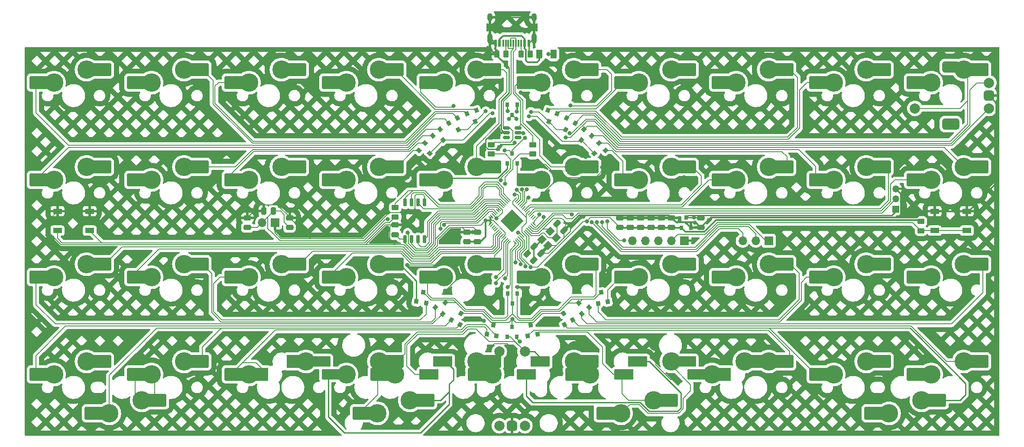
<source format=gbr>
%TF.GenerationSoftware,KiCad,Pcbnew,7.0.8*%
%TF.CreationDate,2023-10-05T16:55:03+02:00*%
%TF.ProjectId,Endeavour-2,456e6465-6176-46f7-9572-2d322e6b6963,rev?*%
%TF.SameCoordinates,Original*%
%TF.FileFunction,Copper,L2,Bot*%
%TF.FilePolarity,Positive*%
%FSLAX46Y46*%
G04 Gerber Fmt 4.6, Leading zero omitted, Abs format (unit mm)*
G04 Created by KiCad (PCBNEW 7.0.8) date 2023-10-05 16:55:03*
%MOMM*%
%LPD*%
G01*
G04 APERTURE LIST*
G04 Aperture macros list*
%AMRoundRect*
0 Rectangle with rounded corners*
0 $1 Rounding radius*
0 $2 $3 $4 $5 $6 $7 $8 $9 X,Y pos of 4 corners*
0 Add a 4 corners polygon primitive as box body*
4,1,4,$2,$3,$4,$5,$6,$7,$8,$9,$2,$3,0*
0 Add four circle primitives for the rounded corners*
1,1,$1+$1,$2,$3*
1,1,$1+$1,$4,$5*
1,1,$1+$1,$6,$7*
1,1,$1+$1,$8,$9*
0 Add four rect primitives between the rounded corners*
20,1,$1+$1,$2,$3,$4,$5,0*
20,1,$1+$1,$4,$5,$6,$7,0*
20,1,$1+$1,$6,$7,$8,$9,0*
20,1,$1+$1,$8,$9,$2,$3,0*%
%AMRotRect*
0 Rectangle, with rotation*
0 The origin of the aperture is its center*
0 $1 length*
0 $2 width*
0 $3 Rotation angle, in degrees counterclockwise*
0 Add horizontal line*
21,1,$1,$2,0,0,$3*%
G04 Aperture macros list end*
%TA.AperFunction,SMDPad,CuDef*%
%ADD10R,0.600000X1.450000*%
%TD*%
%TA.AperFunction,SMDPad,CuDef*%
%ADD11R,0.300000X1.450000*%
%TD*%
%TA.AperFunction,ComponentPad*%
%ADD12O,1.000000X1.600000*%
%TD*%
%TA.AperFunction,ComponentPad*%
%ADD13O,1.000000X2.100000*%
%TD*%
%TA.AperFunction,ComponentPad*%
%ADD14C,3.600000*%
%TD*%
%TA.AperFunction,SMDPad,CuDef*%
%ADD15R,1.650000X2.500000*%
%TD*%
%TA.AperFunction,SMDPad,CuDef*%
%ADD16RoundRect,0.250000X1.025000X1.000000X-1.025000X1.000000X-1.025000X-1.000000X1.025000X-1.000000X0*%
%TD*%
%TA.AperFunction,SMDPad,CuDef*%
%ADD17RoundRect,0.250000X0.475000X-0.250000X0.475000X0.250000X-0.475000X0.250000X-0.475000X-0.250000X0*%
%TD*%
%TA.AperFunction,SMDPad,CuDef*%
%ADD18RotRect,0.900000X0.800000X310.000000*%
%TD*%
%TA.AperFunction,SMDPad,CuDef*%
%ADD19RotRect,0.900000X0.800000X80.000000*%
%TD*%
%TA.AperFunction,SMDPad,CuDef*%
%ADD20RoundRect,0.250000X0.262500X0.450000X-0.262500X0.450000X-0.262500X-0.450000X0.262500X-0.450000X0*%
%TD*%
%TA.AperFunction,SMDPad,CuDef*%
%ADD21RotRect,0.900000X0.800000X290.000000*%
%TD*%
%TA.AperFunction,SMDPad,CuDef*%
%ADD22RotRect,1.400000X1.200000X45.000000*%
%TD*%
%TA.AperFunction,SMDPad,CuDef*%
%ADD23RoundRect,0.250000X-1.025000X-1.000000X1.025000X-1.000000X1.025000X1.000000X-1.025000X1.000000X0*%
%TD*%
%TA.AperFunction,SMDPad,CuDef*%
%ADD24R,0.800000X0.900000*%
%TD*%
%TA.AperFunction,SMDPad,CuDef*%
%ADD25R,1.650000X2.000000*%
%TD*%
%TA.AperFunction,SMDPad,CuDef*%
%ADD26RoundRect,0.200000X1.075000X0.800000X-1.075000X0.800000X-1.075000X-0.800000X1.075000X-0.800000X0*%
%TD*%
%TA.AperFunction,SMDPad,CuDef*%
%ADD27RoundRect,0.250000X-0.262500X-0.450000X0.262500X-0.450000X0.262500X0.450000X-0.262500X0.450000X0*%
%TD*%
%TA.AperFunction,SMDPad,CuDef*%
%ADD28RoundRect,0.250000X-0.512652X-0.159099X-0.159099X-0.512652X0.512652X0.159099X0.159099X0.512652X0*%
%TD*%
%TA.AperFunction,SMDPad,CuDef*%
%ADD29RoundRect,0.250000X-0.503814X-0.132583X-0.132583X-0.503814X0.503814X0.132583X0.132583X0.503814X0*%
%TD*%
%TA.AperFunction,ComponentPad*%
%ADD30R,1.350000X1.350000*%
%TD*%
%TA.AperFunction,ComponentPad*%
%ADD31O,1.350000X1.350000*%
%TD*%
%TA.AperFunction,SMDPad,CuDef*%
%ADD32RoundRect,0.250000X-0.375000X-0.625000X0.375000X-0.625000X0.375000X0.625000X-0.375000X0.625000X0*%
%TD*%
%TA.AperFunction,SMDPad,CuDef*%
%ADD33RotRect,0.900000X0.800000X120.000000*%
%TD*%
%TA.AperFunction,SMDPad,CuDef*%
%ADD34RotRect,0.900000X0.800000X100.000000*%
%TD*%
%TA.AperFunction,SMDPad,CuDef*%
%ADD35RotRect,0.900000X0.800000X320.000000*%
%TD*%
%TA.AperFunction,SMDPad,CuDef*%
%ADD36RotRect,0.900000X0.800000X300.000000*%
%TD*%
%TA.AperFunction,SMDPad,CuDef*%
%ADD37RoundRect,0.250000X-0.450000X0.262500X-0.450000X-0.262500X0.450000X-0.262500X0.450000X0.262500X0*%
%TD*%
%TA.AperFunction,SMDPad,CuDef*%
%ADD38RoundRect,0.150000X-0.512500X-0.150000X0.512500X-0.150000X0.512500X0.150000X-0.512500X0.150000X0*%
%TD*%
%TA.AperFunction,SMDPad,CuDef*%
%ADD39RotRect,0.900000X0.800000X220.000000*%
%TD*%
%TA.AperFunction,ComponentPad*%
%ADD40R,1.700000X1.700000*%
%TD*%
%TA.AperFunction,ComponentPad*%
%ADD41O,1.700000X1.700000*%
%TD*%
%TA.AperFunction,SMDPad,CuDef*%
%ADD42RotRect,0.900000X0.800000X230.000000*%
%TD*%
%TA.AperFunction,SMDPad,CuDef*%
%ADD43RotRect,0.900000X0.800000X250.000000*%
%TD*%
%TA.AperFunction,SMDPad,CuDef*%
%ADD44RotRect,0.900000X0.800000X130.000000*%
%TD*%
%TA.AperFunction,SMDPad,CuDef*%
%ADD45RotRect,0.900000X0.800000X60.000000*%
%TD*%
%TA.AperFunction,SMDPad,CuDef*%
%ADD46R,1.700000X1.000000*%
%TD*%
%TA.AperFunction,ComponentPad*%
%ADD47C,2.000000*%
%TD*%
%TA.AperFunction,ComponentPad*%
%ADD48RoundRect,0.500000X0.500000X0.500000X-0.500000X0.500000X-0.500000X-0.500000X0.500000X-0.500000X0*%
%TD*%
%TA.AperFunction,ComponentPad*%
%ADD49RoundRect,0.550000X1.150000X0.550000X-1.150000X0.550000X-1.150000X-0.550000X1.150000X-0.550000X0*%
%TD*%
%TA.AperFunction,SMDPad,CuDef*%
%ADD50RoundRect,0.250000X0.250000X0.475000X-0.250000X0.475000X-0.250000X-0.475000X0.250000X-0.475000X0*%
%TD*%
%TA.AperFunction,ComponentPad*%
%ADD51RoundRect,0.500000X0.500000X-0.500000X0.500000X0.500000X-0.500000X0.500000X-0.500000X-0.500000X0*%
%TD*%
%TA.AperFunction,SMDPad,CuDef*%
%ADD52RoundRect,0.250000X-0.475000X0.250000X-0.475000X-0.250000X0.475000X-0.250000X0.475000X0.250000X0*%
%TD*%
%TA.AperFunction,SMDPad,CuDef*%
%ADD53RotRect,0.900000X0.800000X240.000000*%
%TD*%
%TA.AperFunction,SMDPad,CuDef*%
%ADD54RoundRect,0.050000X0.238649X0.309359X-0.309359X-0.238649X-0.238649X-0.309359X0.309359X0.238649X0*%
%TD*%
%TA.AperFunction,SMDPad,CuDef*%
%ADD55RoundRect,0.050000X-0.238649X0.309359X-0.309359X0.238649X0.238649X-0.309359X0.309359X-0.238649X0*%
%TD*%
%TA.AperFunction,ComponentPad*%
%ADD56C,0.600000*%
%TD*%
%TA.AperFunction,SMDPad,CuDef*%
%ADD57RoundRect,0.144000X0.000000X2.059095X-2.059095X0.000000X0.000000X-2.059095X2.059095X0.000000X0*%
%TD*%
%TA.AperFunction,SMDPad,CuDef*%
%ADD58RoundRect,0.250000X0.450000X-0.262500X0.450000X0.262500X-0.450000X0.262500X-0.450000X-0.262500X0*%
%TD*%
%TA.AperFunction,SMDPad,CuDef*%
%ADD59RoundRect,0.150000X-0.150000X0.650000X-0.150000X-0.650000X0.150000X-0.650000X0.150000X0.650000X0*%
%TD*%
%TA.AperFunction,SMDPad,CuDef*%
%ADD60RotRect,0.900000X0.800000X50.000000*%
%TD*%
%TA.AperFunction,ViaPad*%
%ADD61C,0.800000*%
%TD*%
%TA.AperFunction,Conductor*%
%ADD62C,0.200000*%
%TD*%
%TA.AperFunction,Conductor*%
%ADD63C,0.250000*%
%TD*%
%TA.AperFunction,Conductor*%
%ADD64C,0.300000*%
%TD*%
%TA.AperFunction,Conductor*%
%ADD65C,0.220000*%
%TD*%
G04 APERTURE END LIST*
D10*
%TO.P,J1,A1,GND*%
%TO.N,GND*%
X143465000Y-25087500D03*
%TO.P,J1,A4,VBUS*%
%TO.N,VBUS*%
X144265000Y-25087500D03*
D11*
%TO.P,J1,A5,CC1*%
%TO.N,Net-(J1-CC1)*%
X145465000Y-25087500D03*
%TO.P,J1,A6,D+*%
%TO.N,/rp2040/USB_D+*%
X146465000Y-25087500D03*
%TO.P,J1,A7,D-*%
%TO.N,/rp2040/USB_D-*%
X146965000Y-25087500D03*
%TO.P,J1,A8,SBU1*%
%TO.N,unconnected-(J1-SBU1-PadA8)*%
X147965000Y-25087500D03*
D10*
%TO.P,J1,A9,VBUS*%
%TO.N,VBUS*%
X149165000Y-25087500D03*
%TO.P,J1,A12,GND*%
%TO.N,GND*%
X149965000Y-25087500D03*
%TO.P,J1,B1,GND*%
X149965000Y-25087500D03*
%TO.P,J1,B4,VBUS*%
%TO.N,VBUS*%
X149165000Y-25087500D03*
D11*
%TO.P,J1,B5,CC2*%
%TO.N,Net-(J1-CC2)*%
X148465000Y-25087500D03*
%TO.P,J1,B6,D+*%
%TO.N,/rp2040/USB_D+*%
X147465000Y-25087500D03*
%TO.P,J1,B7,D-*%
%TO.N,/rp2040/USB_D-*%
X145965000Y-25087500D03*
%TO.P,J1,B8,SBU2*%
%TO.N,unconnected-(J1-SBU2-PadB8)*%
X144965000Y-25087500D03*
D10*
%TO.P,J1,B9,VBUS*%
%TO.N,VBUS*%
X144265000Y-25087500D03*
%TO.P,J1,B12,GND*%
%TO.N,GND*%
X143465000Y-25087500D03*
D12*
%TO.P,J1,S1,SHIELD*%
X142395000Y-19992500D03*
D13*
X142395000Y-24172500D03*
D12*
X151035000Y-19992500D03*
D13*
X151035000Y-24172500D03*
%TD*%
D14*
%TO.P,K20,1*%
%TO.N,Net-(D11-A-Pad1)*%
X57180000Y-70890000D03*
D15*
X55355000Y-70890000D03*
D16*
X53630000Y-70890000D03*
%TO.P,K20,2*%
%TO.N,col0*%
X67080000Y-68350000D03*
D15*
X65330000Y-68350000D03*
D14*
X63530000Y-68350000D03*
%TD*%
D17*
%TO.P,C5,1*%
%TO.N,+3V3*%
X123850000Y-62560000D03*
%TO.P,C5,2*%
%TO.N,GND*%
X123850000Y-60660000D03*
%TD*%
D18*
%TO.P,D10,1,A*%
%TO.N,Net-(D10-A-Pad1)*%
X131189470Y-43154604D03*
%TO.P,D10,2,A*%
%TO.N,Net-(D10-A-Pad2)*%
X132644955Y-41933307D03*
%TO.P,D10,3,K*%
%TO.N,row1*%
X133202788Y-44076044D03*
%TD*%
D19*
%TO.P,D19,1,A*%
%TO.N,Net-(1u3-Pad1)*%
X143651919Y-82399774D03*
%TO.P,D19,2,A*%
%TO.N,Net-(1.5u1-Pad2)*%
X141780784Y-82069842D03*
%TO.P,D19,3,K*%
%TO.N,row3*%
X143063648Y-80265192D03*
%TD*%
D14*
%TO.P,K18,1*%
%TO.N,Net-(D6-A-Pad2)*%
X209580000Y-51840000D03*
D15*
X207755000Y-51840000D03*
D16*
X206030000Y-51840000D03*
%TO.P,K18,2*%
%TO.N,col8*%
X219480000Y-49300000D03*
D15*
X217730000Y-49300000D03*
D14*
X215930000Y-49300000D03*
%TD*%
D20*
%TO.P,R7,1*%
%TO.N,Net-(J1-CC1)*%
X145532500Y-27230000D03*
%TO.P,R7,2*%
%TO.N,GND*%
X143707500Y-27230000D03*
%TD*%
D21*
%TO.P,D2,1,A*%
%TO.N,Net-(D2-A-Pad1)*%
X137925272Y-38875227D03*
%TO.P,D2,2,A*%
%TO.N,Net-(D2-A-Pad2)*%
X139710688Y-38225388D03*
%TO.P,D2,3,K*%
%TO.N,row0*%
X139502020Y-40429693D03*
%TD*%
D14*
%TO.P,K23,1*%
%TO.N,col3*%
X114330000Y-70890000D03*
D15*
X112505000Y-70890000D03*
D16*
X110780000Y-70890000D03*
%TO.P,K23,2*%
%TO.N,Net-(D12-A-Pad2)*%
X124230000Y-68350000D03*
D15*
X122480000Y-68350000D03*
D14*
X120680000Y-68350000D03*
%TD*%
%TO.P,K9,1*%
%TO.N,ENC_Top_COL*%
X228630000Y-32790000D03*
D15*
X226805000Y-32790000D03*
D16*
X225080000Y-32790000D03*
%TO.P,K9,2*%
%TO.N,ENC_Top_ROW*%
X238530000Y-30250000D03*
D15*
X236780000Y-30250000D03*
D14*
X234980000Y-30250000D03*
%TD*%
D22*
%TO.P,Y0,1,1*%
%TO.N,Net-(C3-Pad1)*%
X152551142Y-63496777D03*
%TO.P,Y0,2,2*%
%TO.N,GND*%
X154106777Y-61941142D03*
%TO.P,Y0,3,3*%
%TO.N,/rp2040/XIN*%
X155308858Y-63143223D03*
%TO.P,Y0,4,4*%
%TO.N,GND*%
X153753223Y-64698858D03*
%TD*%
D14*
%TO.P,K22,1*%
%TO.N,Net-(D12-A-Pad1)*%
X95280000Y-70890000D03*
D15*
X93455000Y-70890000D03*
D16*
X91730000Y-70890000D03*
%TO.P,K22,2*%
%TO.N,col2*%
X105180000Y-68350000D03*
D15*
X103430000Y-68350000D03*
D14*
X101630000Y-68350000D03*
%TD*%
%TO.P,1.5u2,1*%
%TO.N,Net-(1.5u2-Pad1)*%
X174337500Y-95020000D03*
D15*
X176162500Y-95020000D03*
D23*
X177887500Y-95020000D03*
%TO.P,1.5u2,2*%
%TO.N,col6*%
X164437500Y-97560000D03*
D15*
X166187500Y-97560000D03*
D14*
X167987500Y-97560000D03*
%TD*%
D24*
%TO.P,D3,1,A*%
%TO.N,Net-(D3-A-Pad1)*%
X145765000Y-37140000D03*
%TO.P,D3,2,A*%
%TO.N,Net-(D3-A-Pad2)*%
X147665000Y-37140000D03*
%TO.P,D3,3,K*%
%TO.N,row0*%
X146715000Y-39140000D03*
%TD*%
D14*
%TO.P,1u8,1*%
%TO.N,ENC_Top_COL*%
X228630000Y-89940000D03*
D15*
X226805000Y-89940000D03*
D16*
X225080000Y-89940000D03*
%TO.P,1u8,2*%
%TO.N,Net-(1u8-Pad2)*%
X238530000Y-87400000D03*
D15*
X236780000Y-87400000D03*
D14*
X234980000Y-87400000D03*
%TD*%
%TO.P,1u_space1,1*%
%TO.N,col1*%
X74325000Y-95020000D03*
D15*
X76150000Y-95020000D03*
D23*
X77875000Y-95020000D03*
%TO.P,1u_space1,2*%
%TO.N,Net-(1u2-Pad2)*%
X64425000Y-97560000D03*
D15*
X66175000Y-97560000D03*
D14*
X67975000Y-97560000D03*
%TD*%
D25*
%TO.P,2u2,1*%
%TO.N,col5*%
X150605000Y-89940000D03*
D26*
X148880000Y-89940000D03*
D16*
%TO.P,2u2,2*%
%TO.N,Net-(2u2-Pad2)*%
X162330000Y-87400000D03*
D15*
X160580000Y-87400000D03*
D14*
X158780000Y-87400000D03*
%TD*%
%TO.P,K19,1*%
%TO.N,ENC_Top_COL*%
X228630000Y-51840000D03*
D15*
X226805000Y-51840000D03*
D16*
X225080000Y-51840000D03*
%TO.P,K19,2*%
%TO.N,Net-(D6-A-Pad1)*%
X238530000Y-49300000D03*
D15*
X236780000Y-49300000D03*
D14*
X234980000Y-49300000D03*
%TD*%
D24*
%TO.P,D8,1,A*%
%TO.N,Net-(D8-A-Pad1)*%
X147665000Y-48630000D03*
%TO.P,D8,2,A*%
%TO.N,Net-(D8-A-Pad2)*%
X145765000Y-48630000D03*
%TO.P,D8,3,K*%
%TO.N,row1*%
X146715000Y-46630000D03*
%TD*%
D27*
%TO.P,R6,1*%
%TO.N,Net-(J1-CC2)*%
X148427500Y-27230000D03*
%TO.P,R6,2*%
%TO.N,GND*%
X150252500Y-27230000D03*
%TD*%
D28*
%TO.P,C3,1*%
%TO.N,Net-(C3-Pad1)*%
X151030000Y-64870000D03*
%TO.P,C3,2*%
%TO.N,GND*%
X152373502Y-66213502D03*
%TD*%
D29*
%TO.P,R5,1*%
%TO.N,/rp2040/XOUT*%
X149644765Y-66304765D03*
%TO.P,R5,2*%
%TO.N,Net-(C3-Pad1)*%
X150935235Y-67595235D03*
%TD*%
D14*
%TO.P,K5,1*%
%TO.N,col5*%
X152430000Y-32790000D03*
D15*
X150605000Y-32790000D03*
D16*
X148880000Y-32790000D03*
%TO.P,K5,2*%
%TO.N,Net-(D3-A-Pad2)*%
X162330000Y-30250000D03*
D15*
X160580000Y-30250000D03*
D14*
X158780000Y-30250000D03*
%TD*%
D28*
%TO.P,C2,1*%
%TO.N,/rp2040/XIN*%
X155516498Y-60406498D03*
%TO.P,C2,2*%
%TO.N,GND*%
X156860000Y-61750000D03*
%TD*%
D17*
%TO.P,C11,1*%
%TO.N,+3V3*%
X169790000Y-61180000D03*
%TO.P,C11,2*%
%TO.N,GND*%
X169790000Y-59280000D03*
%TD*%
D30*
%TO.P,J2,1,Pin_1*%
%TO.N,+5V*%
X221710000Y-57570000D03*
D31*
%TO.P,J2,2,Pin_2*%
%TO.N,LED_GLOW*%
X221710000Y-55570000D03*
%TO.P,J2,3,Pin_3*%
%TO.N,GND*%
X221710000Y-53570000D03*
%TD*%
D32*
%TO.P,F0,1*%
%TO.N,VBUS*%
X152000000Y-27230000D03*
%TO.P,F0,2*%
%TO.N,+5V*%
X154800000Y-27230000D03*
%TD*%
D33*
%TO.P,D16,1,A*%
%TO.N,Net-(1u8-Pad2)*%
X158572724Y-79271025D03*
%TO.P,D16,2,A*%
%TO.N,Net-(1u7-Pad1)*%
X156927276Y-80221025D03*
%TO.P,D16,3,K*%
%TO.N,row3*%
X156750000Y-78013975D03*
%TD*%
D14*
%TO.P,2u4,1*%
%TO.N,Net-(2u2-Pad2)*%
X161955000Y-89940000D03*
D15*
X160130000Y-89940000D03*
D16*
X158405000Y-89940000D03*
D26*
%TO.P,2u4,2*%
%TO.N,col5*%
X171855000Y-87400000D03*
D25*
X170105000Y-87400000D03*
%TD*%
D34*
%TO.P,D14,1,A*%
%TO.N,Net-(D14-A-Pad1)*%
X165399216Y-75679842D03*
%TO.P,D14,2,A*%
%TO.N,Net-(D14-A-Pad2)*%
X163528081Y-76009774D03*
%TO.P,D14,3,K*%
%TO.N,row2*%
X164116352Y-73875192D03*
%TD*%
D35*
%TO.P,D9,1,A*%
%TO.N,Net-(D9-A-Pad1)*%
X128463307Y-46104955D03*
%TO.P,D9,2,A*%
%TO.N,Net-(D9-A-Pad2)*%
X129684604Y-44649470D03*
%TO.P,D9,3,K*%
%TO.N,row1*%
X130606044Y-46662788D03*
%TD*%
D14*
%TO.P,K3,1*%
%TO.N,col3*%
X114330000Y-32790000D03*
D15*
X112505000Y-32790000D03*
D16*
X110780000Y-32790000D03*
%TO.P,K3,2*%
%TO.N,Net-(D2-A-Pad2)*%
X124230000Y-30250000D03*
D15*
X122480000Y-30250000D03*
D14*
X120680000Y-30250000D03*
%TD*%
D17*
%TO.P,C7,1*%
%TO.N,+1V1*%
X103220000Y-61180000D03*
%TO.P,C7,2*%
%TO.N,GND*%
X103220000Y-59280000D03*
%TD*%
D15*
%TO.P,1u6,1*%
%TO.N,col7*%
X188705000Y-89940000D03*
D16*
X186980000Y-89940000D03*
%TO.P,1u6,2*%
%TO.N,Net-(1u4-Pad2)*%
X200430000Y-87400000D03*
D15*
X198680000Y-87400000D03*
D14*
X196880000Y-87400000D03*
%TD*%
%TO.P,K29,1*%
%TO.N,ENC_Top_COL*%
X228630000Y-70890000D03*
D15*
X226805000Y-70890000D03*
D16*
X225080000Y-70890000D03*
%TO.P,K29,2*%
%TO.N,Net-(D15-A-Pad2)*%
X238530000Y-68350000D03*
D15*
X236780000Y-68350000D03*
D14*
X234980000Y-68350000D03*
%TD*%
%TO.P,1u_space2,1*%
%TO.N,Net-(1u7-Pad1)*%
X226725000Y-95020000D03*
D15*
X228550000Y-95020000D03*
D23*
X230275000Y-95020000D03*
%TO.P,1u_space2,2*%
%TO.N,col8*%
X216825000Y-97560000D03*
D15*
X218575000Y-97560000D03*
D14*
X220375000Y-97560000D03*
%TD*%
%TO.P,K12,1*%
%TO.N,Net-(D9-A-Pad2)*%
X95280000Y-51840000D03*
D15*
X93455000Y-51840000D03*
D16*
X91730000Y-51840000D03*
%TO.P,K12,2*%
%TO.N,col2*%
X105180000Y-49300000D03*
D15*
X103430000Y-49300000D03*
D14*
X101630000Y-49300000D03*
%TD*%
%TO.P,K21,1*%
%TO.N,col1*%
X76230000Y-70890000D03*
D15*
X74405000Y-70890000D03*
D16*
X72680000Y-70890000D03*
%TO.P,K21,2*%
%TO.N,Net-(D11-A-Pad2)*%
X86130000Y-68350000D03*
D15*
X84380000Y-68350000D03*
D14*
X82580000Y-68350000D03*
%TD*%
%TO.P,SPACE1,1*%
%TO.N,ENC_Bottom_COL*%
X142905000Y-89940000D03*
D15*
X141080000Y-89940000D03*
D16*
X139355000Y-89940000D03*
D26*
%TO.P,SPACE1,2*%
%TO.N,ENC_Bottom_ROW*%
X152805000Y-87400000D03*
D25*
X151055000Y-87400000D03*
%TD*%
D36*
%TO.P,D1,1,A*%
%TO.N,Net-(D1-A-Pad1)*%
X134367276Y-40712950D03*
%TO.P,D1,2,A*%
%TO.N,Net-(D1-A-Pad2)*%
X136012724Y-39762950D03*
%TO.P,D1,3,K*%
%TO.N,row0*%
X136190000Y-41970000D03*
%TD*%
D37*
%TO.P,R4,1*%
%TO.N,/rp2040/USB_D-*%
X142630000Y-44967500D03*
%TO.P,R4,2*%
%TO.N,Net-(U3-USB_DM)*%
X142630000Y-46792500D03*
%TD*%
D24*
%TO.P,D18,1,A*%
%TO.N,Net-(2u2-Pad2)*%
X147660000Y-82590000D03*
%TO.P,D18,2,A*%
%TO.N,ENC_Bottom_ROW*%
X145760000Y-82590000D03*
%TO.P,D18,3,K*%
%TO.N,row3*%
X146710000Y-80590000D03*
%TD*%
D38*
%TO.P,U44,1,IO1*%
%TO.N,unconnected-(U44-IO1-Pad1)*%
X145572500Y-43570000D03*
%TO.P,U44,2,VN*%
%TO.N,GND*%
X145572500Y-42620000D03*
%TO.P,U44,3,IO2*%
%TO.N,/rp2040/USB_D-*%
X145572500Y-41670000D03*
%TO.P,U44,4,IO3*%
%TO.N,/rp2040/USB_D+*%
X147847500Y-41670000D03*
%TO.P,U44,5,VP*%
%TO.N,+5V*%
X147847500Y-42620000D03*
%TO.P,U44,6,IO4*%
%TO.N,unconnected-(U44-IO4-Pad6)*%
X147847500Y-43570000D03*
%TD*%
D17*
%TO.P,C4,1*%
%TO.N,+3V3*%
X177880000Y-61180000D03*
%TO.P,C4,2*%
%TO.N,GND*%
X177880000Y-59280000D03*
%TD*%
D24*
%TO.P,D13,1,A*%
%TO.N,Net-(D13-A-Pad1)*%
X145820000Y-74070000D03*
%TO.P,D13,2,A*%
%TO.N,Net-(D13-A-Pad2)*%
X147720000Y-74070000D03*
%TO.P,D13,3,K*%
%TO.N,row2*%
X146770000Y-76070000D03*
%TD*%
D17*
%TO.P,C12,1*%
%TO.N,+3V3*%
X167750000Y-61180000D03*
%TO.P,C12,2*%
%TO.N,GND*%
X167750000Y-59280000D03*
%TD*%
D14*
%TO.P,K2,1*%
%TO.N,Net-(D2-A-Pad1)*%
X95280000Y-32790000D03*
D15*
X93455000Y-32790000D03*
D16*
X91730000Y-32790000D03*
%TO.P,K2,2*%
%TO.N,col2*%
X105180000Y-30250000D03*
D15*
X103430000Y-30250000D03*
D14*
X101630000Y-30250000D03*
%TD*%
D17*
%TO.P,C17,1*%
%TO.N,+3V3*%
X175860000Y-61180000D03*
%TO.P,C17,2*%
%TO.N,GND*%
X175860000Y-59280000D03*
%TD*%
D39*
%TO.P,D7,1,A*%
%TO.N,Net-(D7-A-Pad1)*%
X163735396Y-44649470D03*
%TO.P,D7,2,A*%
%TO.N,Net-(D7-A-Pad2)*%
X164956693Y-46104955D03*
%TO.P,D7,3,K*%
%TO.N,row1*%
X162813956Y-46662788D03*
%TD*%
D14*
%TO.P,K17,1*%
%TO.N,col7*%
X190530000Y-51840000D03*
D15*
X188705000Y-51840000D03*
D16*
X186980000Y-51840000D03*
%TO.P,K17,2*%
%TO.N,Net-(D7-A-Pad1)*%
X200430000Y-49300000D03*
D15*
X198680000Y-49300000D03*
D14*
X196880000Y-49300000D03*
%TD*%
%TO.P,K28,1*%
%TO.N,Net-(D15-A-Pad1)*%
X209580000Y-70890000D03*
D15*
X207755000Y-70890000D03*
D16*
X206030000Y-70890000D03*
%TO.P,K28,2*%
%TO.N,col8*%
X219480000Y-68350000D03*
D15*
X217730000Y-68350000D03*
D14*
X215930000Y-68350000D03*
%TD*%
%TO.P,1u1,1*%
%TO.N,Net-(1u1-Pad1)*%
X57180000Y-89940000D03*
D15*
X55355000Y-89940000D03*
D16*
X53630000Y-89940000D03*
%TO.P,1u1,2*%
%TO.N,col0*%
X67080000Y-87400000D03*
D15*
X65330000Y-87400000D03*
D14*
X63530000Y-87400000D03*
%TD*%
%TO.P,K24,1*%
%TO.N,Net-(D13-A-Pad1)*%
X133380000Y-70890000D03*
D15*
X131555000Y-70890000D03*
D16*
X129830000Y-70890000D03*
%TO.P,K24,2*%
%TO.N,ENC_Bottom_COL*%
X143280000Y-68350000D03*
D15*
X141530000Y-68350000D03*
D14*
X139730000Y-68350000D03*
%TD*%
%TO.P,K25,1*%
%TO.N,col5*%
X152430000Y-70890000D03*
D15*
X150605000Y-70890000D03*
D16*
X148880000Y-70890000D03*
%TO.P,K25,2*%
%TO.N,Net-(D13-A-Pad2)*%
X162330000Y-68350000D03*
D15*
X160580000Y-68350000D03*
D14*
X158780000Y-68350000D03*
%TD*%
D40*
%TO.P,J0,1,Pin_1*%
%TO.N,GND*%
X180380000Y-63730000D03*
D41*
%TO.P,J0,2,Pin_2*%
%TO.N,/rp2040/RUN*%
X177840000Y-63730000D03*
%TO.P,J0,3,Pin_3*%
%TO.N,/rp2040/SWD*%
X175300000Y-63730000D03*
%TO.P,J0,4,Pin_4*%
%TO.N,/rp2040/SWCLK*%
X172760000Y-63730000D03*
%TO.P,J0,5,Pin_5*%
%TO.N,+3V3*%
X170220000Y-63730000D03*
%TD*%
D37*
%TO.P,R3,1*%
%TO.N,/rp2040/USB_D+*%
X150780000Y-44967500D03*
%TO.P,R3,2*%
%TO.N,Net-(U3-USB_DP)*%
X150780000Y-46792500D03*
%TD*%
D14*
%TO.P,1u7,1*%
%TO.N,Net-(1u7-Pad1)*%
X209580000Y-89940000D03*
D15*
X207755000Y-89940000D03*
D16*
X206030000Y-89940000D03*
%TO.P,1u7,2*%
%TO.N,col8*%
X219480000Y-87400000D03*
D15*
X217730000Y-87400000D03*
D14*
X215930000Y-87400000D03*
%TD*%
D42*
%TO.P,D6,1,A*%
%TO.N,Net-(D6-A-Pad1)*%
X160785045Y-41933307D03*
%TO.P,D6,2,A*%
%TO.N,Net-(D6-A-Pad2)*%
X162240530Y-43154604D03*
%TO.P,D6,3,K*%
%TO.N,row1*%
X160227212Y-44076044D03*
%TD*%
D14*
%TO.P,K13,1*%
%TO.N,col3*%
X114330000Y-51840000D03*
D15*
X112505000Y-51840000D03*
D16*
X110780000Y-51840000D03*
%TO.P,K13,2*%
%TO.N,Net-(D9-A-Pad1)*%
X124230000Y-49300000D03*
D15*
X122480000Y-49300000D03*
D14*
X120680000Y-49300000D03*
%TD*%
%TO.P,K0,1*%
%TO.N,Net-(D1-A-Pad1)*%
X57180000Y-32790000D03*
D15*
X55355000Y-32790000D03*
D16*
X53630000Y-32790000D03*
%TO.P,K0,2*%
%TO.N,col0*%
X67080000Y-30250000D03*
D15*
X65330000Y-30250000D03*
D14*
X63530000Y-30250000D03*
%TD*%
%TO.P,1u3,1*%
%TO.N,Net-(1u3-Pad1)*%
X95280000Y-89940000D03*
D15*
X93455000Y-89940000D03*
D16*
X91730000Y-89940000D03*
%TO.P,1u3,2*%
%TO.N,col2*%
X105180000Y-87400000D03*
D15*
X103430000Y-87400000D03*
%TD*%
D14*
%TO.P,K26,1*%
%TO.N,Net-(D14-A-Pad1)*%
X171480000Y-70890000D03*
D15*
X169655000Y-70890000D03*
D16*
X167930000Y-70890000D03*
%TO.P,K26,2*%
%TO.N,col6*%
X181380000Y-68350000D03*
D15*
X179630000Y-68350000D03*
D14*
X177830000Y-68350000D03*
%TD*%
D43*
%TO.P,D4,1,A*%
%TO.N,Net-(D4-A-Pad1)*%
X153689312Y-38225388D03*
%TO.P,D4,2,A*%
%TO.N,Net-(D4-A-Pad2)*%
X155474728Y-38875227D03*
%TO.P,D4,3,K*%
%TO.N,row0*%
X153897980Y-40429693D03*
%TD*%
D14*
%TO.P,K8,1*%
%TO.N,Net-(D5-A-Pad1)*%
X209580000Y-32790000D03*
D15*
X207755000Y-32790000D03*
D16*
X206030000Y-32790000D03*
%TO.P,K8,2*%
%TO.N,col8*%
X219480000Y-30250000D03*
D15*
X217730000Y-30250000D03*
D14*
X215930000Y-30250000D03*
%TD*%
D44*
%TO.P,D15,1,A*%
%TO.N,Net-(D15-A-Pad1)*%
X161760530Y-76845396D03*
%TO.P,D15,2,A*%
%TO.N,Net-(D15-A-Pad2)*%
X160305045Y-78066693D03*
%TO.P,D15,3,K*%
%TO.N,row2*%
X159747212Y-75923956D03*
%TD*%
D15*
%TO.P,1u4_offset1,1*%
%TO.N,Net-(1u3-Pad1)*%
X98217500Y-89940000D03*
D16*
X96492500Y-89940000D03*
D26*
%TO.P,1u4_offset1,2*%
%TO.N,col2*%
X109942500Y-87400000D03*
D25*
X108192500Y-87400000D03*
D14*
X106392500Y-87400000D03*
%TD*%
D45*
%TO.P,D20,1,A*%
%TO.N,Net-(1u2-Pad2)*%
X136492724Y-80221025D03*
%TO.P,D20,2,A*%
%TO.N,Net-(1u1-Pad1)*%
X134847276Y-79271025D03*
%TO.P,D20,3,K*%
%TO.N,row3*%
X136670000Y-78013975D03*
%TD*%
D14*
%TO.P,K14,1*%
%TO.N,Net-(D8-A-Pad2)*%
X133380000Y-51840000D03*
D15*
X131555000Y-51840000D03*
D16*
X129830000Y-51840000D03*
%TO.P,K14,2*%
%TO.N,ENC_Bottom_COL*%
X143280000Y-49300000D03*
D15*
X141530000Y-49300000D03*
D14*
X139730000Y-49300000D03*
%TD*%
%TO.P,1u4,1*%
%TO.N,col7*%
X185767500Y-89940000D03*
D25*
X183942500Y-89940000D03*
D26*
X182217500Y-89940000D03*
D16*
%TO.P,1u4,2*%
%TO.N,Net-(1u4-Pad2)*%
X195667500Y-87400000D03*
D15*
X193917500Y-87400000D03*
D14*
X192117500Y-87400000D03*
%TD*%
D46*
%TO.P,SW2,1,1*%
%TO.N,GND*%
X235590000Y-57970000D03*
X229290000Y-57970000D03*
%TO.P,SW2,2,2*%
%TO.N,/rp2040/RUN*%
X235590000Y-61770000D03*
X229290000Y-61770000D03*
%TD*%
D24*
%TO.P,U4,1,GND*%
%TO.N,GND*%
X181660000Y-61230000D03*
%TO.P,U4,2,VO*%
%TO.N,+3V3*%
X179760000Y-61230000D03*
%TO.P,U4,3,VI*%
%TO.N,+5V*%
X180710000Y-59230000D03*
%TD*%
D14*
%TO.P,1u2,1*%
%TO.N,col1*%
X76230000Y-89940000D03*
D15*
X74405000Y-89940000D03*
D16*
X72680000Y-89940000D03*
%TO.P,1u2,2*%
%TO.N,Net-(1u2-Pad2)*%
X86130000Y-87400000D03*
D15*
X84380000Y-87400000D03*
D14*
X82580000Y-87400000D03*
%TD*%
D47*
%TO.P,SW3,A,A*%
%TO.N,ENC_Top_LEFT*%
X239940000Y-32830000D03*
%TO.P,SW3,B,B*%
%TO.N,ENC_Top_RIGHT*%
X239940000Y-37830000D03*
D48*
%TO.P,SW3,C,C*%
%TO.N,GND*%
X239940000Y-35330000D03*
D49*
%TO.P,SW3,MP*%
%TO.N,N/C*%
X232440000Y-29730000D03*
X232440000Y-40930000D03*
D47*
%TO.P,SW3,S1,S1*%
%TO.N,ENC_Top_ROW*%
X225440000Y-37830000D03*
%TO.P,SW3,S2,S2*%
%TO.N,ENC_Top_COL*%
X225440000Y-32830000D03*
%TD*%
D40*
%TO.P,J3,1,Pin_1*%
%TO.N,EXTRA1*%
X196865000Y-63755000D03*
D41*
%TO.P,J3,2,Pin_2*%
%TO.N,EXTRA2*%
X194325000Y-63755000D03*
%TO.P,J3,3,Pin_3*%
%TO.N,EXTRA3*%
X191785000Y-63755000D03*
%TD*%
D50*
%TO.P,C8,1*%
%TO.N,+1V1*%
X100040000Y-57940000D03*
%TO.P,C8,2*%
%TO.N,GND*%
X98140000Y-57940000D03*
%TD*%
D14*
%TO.P,K15,1*%
%TO.N,Net-(D8-A-Pad1)*%
X152430000Y-51840000D03*
D15*
X150605000Y-51840000D03*
D16*
X148880000Y-51840000D03*
%TO.P,K15,2*%
%TO.N,col5*%
X162330000Y-49300000D03*
D15*
X160580000Y-49300000D03*
D14*
X158780000Y-49300000D03*
%TD*%
D46*
%TO.P,SW0,1,1*%
%TO.N,GND*%
X64140000Y-57970000D03*
X57840000Y-57970000D03*
%TO.P,SW0,2,2*%
%TO.N,/rp2040/~{USB_BOOT}*%
X64140000Y-61770000D03*
X57840000Y-61770000D03*
%TD*%
D14*
%TO.P,K7,1*%
%TO.N,col7*%
X190530000Y-32790000D03*
D15*
X188705000Y-32790000D03*
D16*
X186980000Y-32790000D03*
%TO.P,K7,2*%
%TO.N,Net-(D4-A-Pad2)*%
X200430000Y-30250000D03*
D15*
X198680000Y-30250000D03*
D14*
X196880000Y-30250000D03*
%TD*%
%TO.P,K6,1*%
%TO.N,Net-(D4-A-Pad1)*%
X171480000Y-32790000D03*
D15*
X169655000Y-32790000D03*
D16*
X167930000Y-32790000D03*
%TO.P,K6,2*%
%TO.N,col6*%
X181380000Y-30250000D03*
D15*
X179630000Y-30250000D03*
D14*
X177830000Y-30250000D03*
%TD*%
D47*
%TO.P,SW1,A,A*%
%TO.N,ENC_Bottom_LEFT*%
X149215000Y-99980000D03*
%TO.P,SW1,B,B*%
%TO.N,ENC_Bottom_RIGHT*%
X144215000Y-99980000D03*
D51*
%TO.P,SW1,C,C*%
%TO.N,GND*%
X146715000Y-99980000D03*
D47*
%TO.P,SW1,S1,S1*%
%TO.N,ENC_Bottom_COL*%
X144215000Y-85480000D03*
%TO.P,SW1,S2,S2*%
%TO.N,ENC_Bottom_ROW*%
X149215000Y-85480000D03*
%TD*%
D14*
%TO.P,1.5u1,1*%
%TO.N,col3*%
X126712500Y-95020000D03*
D15*
X128537500Y-95020000D03*
D23*
X130262500Y-95020000D03*
%TO.P,1.5u1,2*%
%TO.N,Net-(1.5u1-Pad2)*%
X116812500Y-97560000D03*
D15*
X118562500Y-97560000D03*
D14*
X120362500Y-97560000D03*
%TD*%
%TO.P,K4,1*%
%TO.N,Net-(D3-A-Pad1)*%
X133380000Y-32790000D03*
D15*
X131555000Y-32790000D03*
D16*
X129830000Y-32790000D03*
%TO.P,K4,2*%
%TO.N,ENC_Bottom_COL*%
X143280000Y-30250000D03*
D15*
X141530000Y-30250000D03*
D14*
X139730000Y-30250000D03*
%TD*%
%TO.P,K16,1*%
%TO.N,Net-(D7-A-Pad2)*%
X171480000Y-51840000D03*
D15*
X169655000Y-51840000D03*
D16*
X167930000Y-51840000D03*
%TO.P,K16,2*%
%TO.N,col6*%
X181380000Y-49300000D03*
D15*
X179630000Y-49300000D03*
D14*
X177830000Y-49300000D03*
%TD*%
D37*
%TO.P,R1,1*%
%TO.N,/rp2040/QSPI_SS*%
X123850000Y-57245000D03*
%TO.P,R1,2*%
%TO.N,/rp2040/~{USB_BOOT}*%
X123850000Y-59070000D03*
%TD*%
D14*
%TO.P,K27,1*%
%TO.N,col7*%
X190530000Y-70890000D03*
D15*
X188705000Y-70890000D03*
D16*
X186980000Y-70890000D03*
%TO.P,K27,2*%
%TO.N,Net-(D14-A-Pad2)*%
X200430000Y-68350000D03*
D15*
X198680000Y-68350000D03*
D14*
X196880000Y-68350000D03*
%TD*%
D25*
%TO.P,2u3,1*%
%TO.N,ENC_Bottom_ROW*%
X131555000Y-89940000D03*
D26*
X129830000Y-89940000D03*
D16*
%TO.P,2u3,2*%
%TO.N,ENC_Bottom_COL*%
X143280000Y-87400000D03*
D15*
X141530000Y-87400000D03*
D14*
X139730000Y-87400000D03*
%TD*%
D52*
%TO.P,C1,1*%
%TO.N,+5V*%
X183570000Y-59280000D03*
%TO.P,C1,2*%
%TO.N,GND*%
X183570000Y-61180000D03*
%TD*%
D53*
%TO.P,D5,1,A*%
%TO.N,Net-(D5-A-Pad1)*%
X157397276Y-39762950D03*
%TO.P,D5,2,A*%
%TO.N,ENC_Top_ROW*%
X159042724Y-40712950D03*
%TO.P,D5,3,K*%
%TO.N,row0*%
X157220000Y-41970000D03*
%TD*%
D17*
%TO.P,C9,1*%
%TO.N,+3V3*%
X171810000Y-61180000D03*
%TO.P,C9,2*%
%TO.N,GND*%
X171810000Y-59280000D03*
%TD*%
D54*
%TO.P,U3,1,IOVDD*%
%TO.N,+3V3*%
X147307202Y-55600843D03*
%TO.P,U3,2,GPIO0*%
%TO.N,row1*%
X147590045Y-55883686D03*
%TO.P,U3,3,GPIO1*%
%TO.N,row0*%
X147872887Y-56166528D03*
%TO.P,U3,4,GPIO2*%
%TO.N,ENC_Top_LEFT*%
X148155730Y-56449371D03*
%TO.P,U3,5,GPIO3*%
%TO.N,ENC_Top_RIGHT*%
X148438573Y-56732214D03*
%TO.P,U3,6,GPIO4*%
%TO.N,col5*%
X148721415Y-57015056D03*
%TO.P,U3,7,GPIO5*%
%TO.N,unconnected-(U3-GPIO5-Pad7)*%
X149004258Y-57297899D03*
%TO.P,U3,8,GPIO6*%
%TO.N,col6*%
X149287101Y-57580742D03*
%TO.P,U3,9,GPIO7*%
%TO.N,col7*%
X149569944Y-57863585D03*
%TO.P,U3,10,IOVDD*%
%TO.N,+3V3*%
X149852786Y-58146427D03*
%TO.P,U3,11,GPIO8*%
%TO.N,col8*%
X150135629Y-58429270D03*
%TO.P,U3,12,GPIO9*%
%TO.N,ENC_Top_COL*%
X150418472Y-58712113D03*
%TO.P,U3,13,GPIO10*%
%TO.N,unconnected-(U3-GPIO10-Pad13)*%
X150701314Y-58994955D03*
%TO.P,U3,14,GPIO11*%
%TO.N,unconnected-(U3-GPIO11-Pad14)*%
X150984157Y-59277798D03*
D55*
%TO.P,U3,15,GPIO12*%
%TO.N,EXTRA1*%
X150984157Y-60462202D03*
%TO.P,U3,16,GPIO13*%
%TO.N,EXTRA2*%
X150701314Y-60745045D03*
%TO.P,U3,17,GPIO14*%
%TO.N,EXTRA3*%
X150418472Y-61027887D03*
%TO.P,U3,18,GPIO15*%
%TO.N,LED_GLOW*%
X150135629Y-61310730D03*
%TO.P,U3,19,TESTEN*%
%TO.N,GND*%
X149852786Y-61593573D03*
%TO.P,U3,20,XIN*%
%TO.N,/rp2040/XIN*%
X149569944Y-61876415D03*
%TO.P,U3,21,XOUT*%
%TO.N,/rp2040/XOUT*%
X149287101Y-62159258D03*
%TO.P,U3,22,IOVDD*%
%TO.N,+3V3*%
X149004258Y-62442101D03*
%TO.P,U3,23,DVDD*%
%TO.N,+1V1*%
X148721415Y-62724944D03*
%TO.P,U3,24,SWCLK*%
%TO.N,/rp2040/SWCLK*%
X148438573Y-63007786D03*
%TO.P,U3,25,SWD*%
%TO.N,/rp2040/SWD*%
X148155730Y-63290629D03*
%TO.P,U3,26,RUN*%
%TO.N,/rp2040/RUN*%
X147872887Y-63573472D03*
%TO.P,U3,27,GPIO16*%
%TO.N,row2*%
X147590045Y-63856314D03*
%TO.P,U3,28,GPIO17*%
%TO.N,row3*%
X147307202Y-64139157D03*
D54*
%TO.P,U3,29,GPIO18*%
%TO.N,ENC_Bottom_LEFT*%
X146122798Y-64139157D03*
%TO.P,U3,30,GPIO19*%
%TO.N,ENC_Bottom_RIGHT*%
X145839955Y-63856314D03*
%TO.P,U3,31,GPIO20*%
%TO.N,unconnected-(U3-GPIO20-Pad31)*%
X145557113Y-63573472D03*
%TO.P,U3,32,GPIO21*%
%TO.N,ENC_Bottom_COL*%
X145274270Y-63290629D03*
%TO.P,U3,33,IOVDD*%
%TO.N,+3V3*%
X144991427Y-63007786D03*
%TO.P,U3,34,GPIO22*%
%TO.N,col3*%
X144708585Y-62724944D03*
%TO.P,U3,35,GPIO23*%
%TO.N,col2*%
X144425742Y-62442101D03*
%TO.P,U3,36,GPIO24*%
%TO.N,col1*%
X144142899Y-62159258D03*
%TO.P,U3,37,GPIO25*%
%TO.N,col0*%
X143860056Y-61876415D03*
%TO.P,U3,38,GPIO26_ADC0*%
%TO.N,/rp2040/GPIO26_ADC0*%
X143577214Y-61593573D03*
%TO.P,U3,39,GPIO27_ADC1*%
%TO.N,/rp2040/GPIO27_ADC1*%
X143294371Y-61310730D03*
%TO.P,U3,40,GPIO28_ADC2*%
%TO.N,/rp2040/GPIO28_ADC2*%
X143011528Y-61027887D03*
%TO.P,U3,41,GPIO29_ADC3*%
%TO.N,/rp2040/GPIO29_ADC3*%
X142728686Y-60745045D03*
%TO.P,U3,42,IOVDD*%
%TO.N,+3V3*%
X142445843Y-60462202D03*
D55*
%TO.P,U3,43,ADC_AVDD*%
X142445843Y-59277798D03*
%TO.P,U3,44,VREG_IN*%
X142728686Y-58994955D03*
%TO.P,U3,45,VREG_VOUT*%
%TO.N,+1V1*%
X143011528Y-58712113D03*
%TO.P,U3,46,USB_DM*%
%TO.N,Net-(U3-USB_DM)*%
X143294371Y-58429270D03*
%TO.P,U3,47,USB_DP*%
%TO.N,Net-(U3-USB_DP)*%
X143577214Y-58146427D03*
%TO.P,U3,48,USB_VDD*%
%TO.N,+3V3*%
X143860056Y-57863585D03*
%TO.P,U3,49,IOVDD*%
X144142899Y-57580742D03*
%TO.P,U3,50,DVDD*%
%TO.N,+1V1*%
X144425742Y-57297899D03*
%TO.P,U3,51,QSPI_SD3*%
%TO.N,/rp2040/QSPI_SD3*%
X144708585Y-57015056D03*
%TO.P,U3,52,QSPI_SCLK*%
%TO.N,/rp2040/QSPI_SCLK*%
X144991427Y-56732214D03*
%TO.P,U3,53,QSPI_SD0*%
%TO.N,/rp2040/QSPI_SD0*%
X145274270Y-56449371D03*
%TO.P,U3,54,QSPI_SD2*%
%TO.N,/rp2040/QSPI_SD2*%
X145557113Y-56166528D03*
%TO.P,U3,55,QSPI_SD1*%
%TO.N,/rp2040/QSPI_SD1*%
X145839955Y-55883686D03*
%TO.P,U3,56,QSPI_SS*%
%TO.N,/rp2040/QSPI_SS*%
X146122798Y-55600843D03*
D56*
%TO.P,U3,57,GND*%
%TO.N,GND*%
X148518122Y-59870000D03*
X147616561Y-58968439D03*
X146715000Y-58066878D03*
X147616561Y-60771561D03*
X146715000Y-59870000D03*
D57*
X146715000Y-59870000D03*
D56*
X145813439Y-58968439D03*
X146715000Y-61673122D03*
X145813439Y-60771561D03*
X144911878Y-59870000D03*
%TD*%
D17*
%TO.P,C10,1*%
%TO.N,+3V3*%
X139890000Y-63980000D03*
%TO.P,C10,2*%
%TO.N,GND*%
X139890000Y-62080000D03*
%TD*%
D58*
%TO.P,R8,1*%
%TO.N,/rp2040/RUN*%
X226630000Y-61802500D03*
%TO.P,R8,2*%
%TO.N,+3V3*%
X226630000Y-59977500D03*
%TD*%
D19*
%TO.P,D12,1,A*%
%TO.N,Net-(D12-A-Pad1)*%
X129890000Y-75990000D03*
%TO.P,D12,2,A*%
%TO.N,Net-(D12-A-Pad2)*%
X128018865Y-75660068D03*
%TO.P,D12,3,K*%
%TO.N,row2*%
X129301729Y-73855418D03*
%TD*%
D14*
%TO.P,2u_1.25option1,1*%
%TO.N,Net-(1.5u1-Pad2)*%
X123855000Y-89940000D03*
D15*
X122030000Y-89940000D03*
D16*
X120305000Y-89940000D03*
D26*
%TO.P,2u_1.25option1,2*%
%TO.N,col3*%
X133755000Y-87400000D03*
D25*
X132005000Y-87400000D03*
%TD*%
D40*
%TO.P,J4,1,Pin_1*%
%TO.N,GND*%
X100365000Y-60230000D03*
D41*
%TO.P,J4,2,Pin_2*%
%TO.N,+1V1*%
X97825000Y-60230000D03*
%TD*%
D14*
%TO.P,K11,1*%
%TO.N,col1*%
X76230000Y-51840000D03*
D15*
X74405000Y-51840000D03*
D16*
X72680000Y-51840000D03*
%TO.P,K11,2*%
%TO.N,Net-(D10-A-Pad1)*%
X86130000Y-49300000D03*
D15*
X84380000Y-49300000D03*
D14*
X82580000Y-49300000D03*
%TD*%
D25*
%TO.P,1.5u3,1*%
%TO.N,Net-(1.5u2-Pad1)*%
X169655000Y-89940000D03*
D26*
X167930000Y-89940000D03*
%TO.P,1.5u3,2*%
%TO.N,col6*%
X181380000Y-87400000D03*
D25*
X179630000Y-87400000D03*
D14*
X177830000Y-87400000D03*
%TD*%
D34*
%TO.P,D17,1,A*%
%TO.N,Net-(1.5u2-Pad1)*%
X151649216Y-82069842D03*
%TO.P,D17,2,A*%
%TO.N,Net-(1u4-Pad2)*%
X149778081Y-82399774D03*
%TO.P,D17,3,K*%
%TO.N,row3*%
X150366352Y-80265192D03*
%TD*%
D17*
%TO.P,C6,1*%
%TO.N,+1V1*%
X94970000Y-61180000D03*
%TO.P,C6,2*%
%TO.N,GND*%
X94970000Y-59280000D03*
%TD*%
D59*
%TO.P,U2,1,~{CS}*%
%TO.N,/rp2040/QSPI_SS*%
X125805000Y-56270000D03*
%TO.P,U2,2,DO(IO1)*%
%TO.N,/rp2040/QSPI_SD1*%
X127075000Y-56270000D03*
%TO.P,U2,3,IO2*%
%TO.N,/rp2040/QSPI_SD2*%
X128345000Y-56270000D03*
%TO.P,U2,4,GND*%
%TO.N,GND*%
X129615000Y-56270000D03*
%TO.P,U2,5,DI(IO0)*%
%TO.N,/rp2040/QSPI_SD0*%
X129615000Y-63470000D03*
%TO.P,U2,6,CLK*%
%TO.N,/rp2040/QSPI_SCLK*%
X128345000Y-63470000D03*
%TO.P,U2,7,IO3*%
%TO.N,/rp2040/QSPI_SD3*%
X127075000Y-63470000D03*
%TO.P,U2,8,VCC*%
%TO.N,+3V3*%
X125805000Y-63470000D03*
%TD*%
D14*
%TO.P,K1,1*%
%TO.N,col1*%
X76230000Y-32790000D03*
D15*
X74405000Y-32790000D03*
D16*
X72680000Y-32790000D03*
%TO.P,K1,2*%
%TO.N,Net-(D1-A-Pad2)*%
X86130000Y-30250000D03*
D15*
X84380000Y-30250000D03*
D14*
X82580000Y-30250000D03*
%TD*%
D17*
%TO.P,C14,1*%
%TO.N,+3V3*%
X137880000Y-63980000D03*
%TO.P,C14,2*%
%TO.N,GND*%
X137880000Y-62080000D03*
%TD*%
D60*
%TO.P,D11,1,A*%
%TO.N,Net-(D11-A-Pad1)*%
X133134955Y-78046693D03*
%TO.P,D11,2,A*%
%TO.N,Net-(D11-A-Pad2)*%
X131679470Y-76825396D03*
%TO.P,D11,3,K*%
%TO.N,row2*%
X133692788Y-75903956D03*
%TD*%
D14*
%TO.P,2u1,1*%
%TO.N,col3*%
X114330000Y-89940000D03*
D25*
X112505000Y-89940000D03*
D26*
X110780000Y-89940000D03*
D16*
%TO.P,2u1,2*%
%TO.N,Net-(1.5u1-Pad2)*%
X124230000Y-87400000D03*
D15*
X122480000Y-87400000D03*
D14*
X120680000Y-87400000D03*
%TD*%
D17*
%TO.P,C13,1*%
%TO.N,+3V3*%
X173840000Y-61180000D03*
%TO.P,C13,2*%
%TO.N,GND*%
X173840000Y-59280000D03*
%TD*%
D14*
%TO.P,K10,1*%
%TO.N,Net-(D10-A-Pad2)*%
X57180000Y-51840000D03*
D15*
X55355000Y-51840000D03*
D16*
X53630000Y-51840000D03*
%TO.P,K10,2*%
%TO.N,col0*%
X67080000Y-49300000D03*
D15*
X65330000Y-49300000D03*
D14*
X63530000Y-49300000D03*
%TD*%
D61*
%TO.N,GND*%
X160620000Y-59023400D03*
X174800000Y-84010000D03*
X147780000Y-72870000D03*
X182406569Y-60191456D03*
X114610000Y-97250000D03*
X118210000Y-100080000D03*
X159150000Y-93480000D03*
X156300000Y-89720000D03*
X189270000Y-87300000D03*
X158860000Y-84770000D03*
X138990000Y-62070000D03*
X137240000Y-89680000D03*
X148420000Y-34700000D03*
X141150000Y-79470000D03*
X126180000Y-68470000D03*
X142270000Y-84890000D03*
X152420000Y-79500000D03*
X164340000Y-49410000D03*
X99130000Y-87310000D03*
X134120000Y-54450000D03*
X180290000Y-51290000D03*
X147234622Y-44554622D03*
X88580000Y-68160000D03*
X161070000Y-47380000D03*
%TO.N,row0*%
X146115500Y-39900000D03*
X150386211Y-38495647D03*
X147564500Y-39900000D03*
X147609500Y-53753975D03*
X141560000Y-38373400D03*
%TO.N,Net-(2u2-Pad2)*%
X148242122Y-83517878D03*
%TO.N,+5V*%
X153760000Y-27230000D03*
X182280000Y-59200000D03*
X148919625Y-42686571D03*
%TO.N,+3V3*%
X161310000Y-59940000D03*
X141490000Y-59790000D03*
X150350000Y-68920000D03*
%TO.N,row1*%
X145230160Y-46093000D03*
X149980000Y-39410000D03*
X149219902Y-43639902D03*
X147209500Y-54700000D03*
X142872411Y-38803120D03*
%TO.N,+1V1*%
X147897248Y-62123764D03*
X143672646Y-59372944D03*
X126295314Y-62152214D03*
X122411749Y-59493321D03*
%TO.N,Net-(D3-A-Pad1)*%
X135240000Y-37316057D03*
X145822456Y-38348235D03*
%TO.N,Net-(D3-A-Pad2)*%
X158080000Y-37260000D03*
X147660000Y-38430000D03*
%TO.N,row3*%
X145810000Y-72810000D03*
X146770000Y-79084598D03*
%TO.N,/rp2040/RUN*%
X147408769Y-67969384D03*
%TO.N,col5*%
X165279225Y-59923400D03*
X168630000Y-63700000D03*
X149866061Y-55298404D03*
X149700000Y-89870000D03*
%TO.N,/rp2040/SWD*%
X148355664Y-68350593D03*
%TO.N,/rp2040/SWCLK*%
X149332322Y-68761566D03*
%TO.N,Net-(U3-USB_DP)*%
X145296330Y-52550231D03*
X132744968Y-61395239D03*
%TO.N,Net-(U3-USB_DM)*%
X144511693Y-51931079D03*
X144511693Y-51931079D03*
X133380000Y-60623400D03*
%TO.N,ENC_Bottom_LEFT*%
X145316446Y-71119310D03*
%TO.N,ENC_Bottom_RIGHT*%
X143595500Y-72033845D03*
%TO.N,ENC_Top_LEFT*%
X157941481Y-42719361D03*
X148606921Y-53689500D03*
%TO.N,ENC_Top_RIGHT*%
X149606424Y-53689500D03*
X157187508Y-43559211D03*
%TO.N,unconnected-(U3-GPIO20-Pad31)*%
X143548128Y-70902628D03*
%TO.N,EXTRA1*%
X164295538Y-60100500D03*
X152040456Y-58623400D03*
%TO.N,EXTRA2*%
X163296035Y-60100500D03*
X152889671Y-59150500D03*
%TO.N,EXTRA3*%
X158360961Y-58623400D03*
X162296532Y-60100500D03*
%TD*%
D62*
%TO.N,GND*%
X127950000Y-54730000D02*
X127710000Y-54970000D01*
X181155000Y-60805000D02*
X181235000Y-60805000D01*
X56290000Y-62280000D02*
X56290000Y-59520000D01*
D63*
X146924243Y-44865000D02*
X147221143Y-44568100D01*
D62*
X57860000Y-57970000D02*
X57840000Y-57970000D01*
D64*
X220750000Y-59223900D02*
X225822572Y-59223900D01*
D63*
X143685520Y-41845520D02*
X142770520Y-42760520D01*
D64*
X222735000Y-58595000D02*
X222735000Y-54595000D01*
D62*
X151864837Y-62321560D02*
X150580777Y-62321561D01*
D64*
X227490000Y-57970000D02*
X235590000Y-57970000D01*
D62*
X138990000Y-62070000D02*
X139880000Y-62070000D01*
D63*
X146085000Y-29865000D02*
X142395000Y-26175000D01*
D62*
X155814315Y-51400000D02*
X153880000Y-49465685D01*
X180790000Y-60440000D02*
X181155000Y-60805000D01*
D63*
X146924244Y-44865000D02*
X146160000Y-44865000D01*
D62*
X126180000Y-68470000D02*
X126250000Y-68540000D01*
D63*
X142941040Y-42590000D02*
X142770520Y-42760520D01*
D62*
X100833900Y-56723900D02*
X103220000Y-59110000D01*
X135820000Y-71419849D02*
X133750000Y-73489849D01*
X156475000Y-63525000D02*
X158105000Y-61895000D01*
D63*
X147234622Y-44554622D02*
X146924244Y-44865000D01*
D62*
X135820000Y-69520000D02*
X135820000Y-71419849D01*
X132140000Y-63555842D02*
X132642921Y-63052921D01*
X130312742Y-66540000D02*
X127577232Y-66540000D01*
D64*
X177880000Y-59280000D02*
X178770000Y-60170000D01*
D62*
X131541371Y-65311371D02*
X131441371Y-65411371D01*
X152373502Y-66078579D02*
X152373502Y-66213502D01*
D64*
X159836100Y-58773900D02*
X158105000Y-60505000D01*
D62*
X155301142Y-64698858D02*
X155420000Y-64580000D01*
X129328628Y-54730000D02*
X128610000Y-54730000D01*
X153753223Y-64698858D02*
X155301142Y-64698858D01*
X174800000Y-84010000D02*
X174800000Y-88081255D01*
X121945142Y-60660000D02*
X119032571Y-63572571D01*
D64*
X220750000Y-59223900D02*
X222106100Y-59223900D01*
D63*
X151035000Y-24172500D02*
X150880000Y-24172500D01*
D62*
X175660000Y-88941255D02*
X177668745Y-90950000D01*
X127710000Y-56050000D02*
X127710000Y-57510000D01*
D64*
X222735000Y-54595000D02*
X221710000Y-53570000D01*
D62*
X131441371Y-65411371D02*
X130312742Y-66540000D01*
X143260000Y-83900000D02*
X144110000Y-83900000D01*
D63*
X151035000Y-24172500D02*
X151035000Y-19992500D01*
X142430000Y-45860000D02*
X142990000Y-45860000D01*
X143510000Y-45860000D02*
X144050000Y-45320000D01*
X142395000Y-24172500D02*
X142550000Y-24172500D01*
X144050000Y-45320000D02*
X144505000Y-44865000D01*
D62*
X126980000Y-58240000D02*
X127710000Y-57510000D01*
X163501409Y-50931409D02*
X163032818Y-51400000D01*
X126760000Y-60660000D02*
X123850000Y-60660000D01*
X163501409Y-50931409D02*
X162732817Y-51700000D01*
X139153900Y-61123900D02*
X136700000Y-61123900D01*
X153682513Y-61516878D02*
X152669518Y-61516878D01*
X109470000Y-63370000D02*
X117538085Y-63370000D01*
X124190000Y-64570000D02*
X117160000Y-64570000D01*
X162732817Y-51700000D02*
X158770000Y-51700000D01*
D64*
X235940000Y-57970000D02*
X241370000Y-52540000D01*
D62*
X156373846Y-59343846D02*
X156755000Y-59725000D01*
D63*
X142395000Y-19992500D02*
X142395000Y-24172500D01*
D62*
X64140000Y-57970000D02*
X57840000Y-57970000D01*
X109470000Y-63370000D02*
X107310000Y-63370000D01*
D63*
X144585000Y-39590000D02*
X144585000Y-40946040D01*
D64*
X179890000Y-60170000D02*
X182560000Y-60170000D01*
D62*
X155420000Y-64580000D02*
X156475000Y-63525000D01*
D63*
X142430000Y-45860000D02*
X143510000Y-45860000D01*
D62*
X117160000Y-64570000D02*
X58580000Y-64570000D01*
X131541371Y-65311371D02*
X132140000Y-64712742D01*
X129615000Y-56270000D02*
X129615000Y-55016372D01*
X145760000Y-83900000D02*
X146480000Y-84620000D01*
X163032818Y-51400000D02*
X155814315Y-51400000D01*
D64*
X241370000Y-52540000D02*
X241370000Y-36760000D01*
D62*
X164340000Y-49410000D02*
X164340000Y-50092817D01*
D63*
X144585000Y-41530000D02*
X144585000Y-39590000D01*
D62*
X107310000Y-63370000D02*
X103220000Y-59280000D01*
X153880000Y-49465685D02*
X153174315Y-48760000D01*
X122668085Y-58240000D02*
X126980000Y-58240000D01*
X96310000Y-57940000D02*
X98140000Y-57940000D01*
D63*
X142395000Y-26175000D02*
X142395000Y-24172500D01*
D62*
X58580000Y-64570000D02*
X56290000Y-62280000D01*
X127577232Y-66540000D02*
X125607233Y-64570000D01*
D63*
X146715000Y-59870000D02*
X146715000Y-58066878D01*
D62*
X128610000Y-54730000D02*
X127950000Y-54730000D01*
D63*
X149965000Y-26942500D02*
X150252500Y-27230000D01*
D62*
X127710000Y-54970000D02*
X127710000Y-56050000D01*
D63*
X146160000Y-44865000D02*
X146924243Y-44865000D01*
D62*
X136923900Y-61123900D02*
X136700000Y-61123900D01*
X123800000Y-64570000D02*
X124490000Y-64570000D01*
D63*
X142550000Y-24172500D02*
X143465000Y-25087500D01*
D62*
X154842550Y-59343846D02*
X155980000Y-59343846D01*
D63*
X144585000Y-42016751D02*
X144585000Y-41530000D01*
D62*
X96055000Y-58195000D02*
X96310000Y-57940000D01*
D63*
X143465000Y-26987500D02*
X143707500Y-27230000D01*
D62*
X174800000Y-88081255D02*
X175660000Y-88941255D01*
X155539849Y-51700000D02*
X153160000Y-54079849D01*
D64*
X225822572Y-59223900D02*
X227076472Y-57970000D01*
D62*
X182406569Y-60191456D02*
X182581456Y-60191456D01*
X131676371Y-65176371D02*
X131541371Y-65311371D01*
X154106777Y-61941142D02*
X153682513Y-61516878D01*
D63*
X141996827Y-45860000D02*
X142430000Y-45860000D01*
D62*
X134840000Y-68540000D02*
X135820000Y-69520000D01*
X133750000Y-73489849D02*
X133750000Y-73910000D01*
X157200000Y-61410000D02*
X156860000Y-61750000D01*
D63*
X144970000Y-44865000D02*
X146160000Y-44865000D01*
D62*
X119032571Y-63572571D02*
X118567570Y-64037571D01*
X139890000Y-62080000D02*
X139890000Y-61860000D01*
D64*
X185526100Y-59223900D02*
X220750000Y-59223900D01*
X235590000Y-57970000D02*
X235940000Y-57970000D01*
X167750000Y-59280000D02*
X177880000Y-59280000D01*
D62*
X125607233Y-64570000D02*
X124490000Y-64570000D01*
X123190000Y-60660000D02*
X122780000Y-61070000D01*
X152669518Y-61516878D02*
X152398198Y-61788198D01*
D63*
X143685520Y-41845520D02*
X141545520Y-43985520D01*
D62*
X152398198Y-61788198D02*
X151864837Y-62321560D01*
X139880000Y-62070000D02*
X139890000Y-62080000D01*
X117538085Y-63370000D02*
X122668085Y-58240000D01*
X129615000Y-55016372D02*
X129328628Y-54730000D01*
X156860000Y-63140000D02*
X156860000Y-61750000D01*
D63*
X142395000Y-19992500D02*
X151035000Y-19992500D01*
D62*
X132140000Y-64712742D02*
X132140000Y-63555842D01*
D63*
X145572500Y-42620000D02*
X145188249Y-42620000D01*
D62*
X152398198Y-61788198D02*
X154842550Y-59343846D01*
X156755000Y-59725000D02*
X157200000Y-60170000D01*
X134571943Y-61123900D02*
X132642921Y-63052921D01*
X94970000Y-59280000D02*
X96055000Y-58195000D01*
D64*
X179890000Y-60170000D02*
X180600000Y-60170000D01*
D62*
X221240000Y-53590000D02*
X221450000Y-53590000D01*
X97526100Y-56723900D02*
X100833900Y-56723900D01*
D63*
X141545520Y-45408693D02*
X141996827Y-45860000D01*
D62*
X156390000Y-62200000D02*
X156410000Y-62200000D01*
X152373502Y-66213502D02*
X153786498Y-66213502D01*
X153786498Y-66213502D02*
X155420000Y-64580000D01*
D64*
X227076472Y-57970000D02*
X227490000Y-57970000D01*
D62*
X100365000Y-62204314D02*
X101530686Y-63370000D01*
X126250000Y-68540000D02*
X128550000Y-68540000D01*
X152669518Y-61516878D02*
X153260000Y-61516878D01*
D63*
X143465000Y-25087500D02*
X143465000Y-26987500D01*
D64*
X177880000Y-59280000D02*
X177373900Y-58773900D01*
D62*
X131676371Y-65176371D02*
X131859999Y-64992743D01*
X122780000Y-63550000D02*
X123800000Y-64570000D01*
X155980000Y-59343846D02*
X156373846Y-59343846D01*
D63*
X144505000Y-44865000D02*
X144970000Y-44865000D01*
X144585000Y-36333960D02*
X146085000Y-34833960D01*
X150880000Y-24172500D02*
X149965000Y-25087500D01*
D62*
X123850000Y-60660000D02*
X121945142Y-60660000D01*
D63*
X149965000Y-25087500D02*
X149965000Y-26942500D01*
D62*
X100365000Y-60230000D02*
X100365000Y-62204314D01*
X158105000Y-61895000D02*
X158105000Y-60505000D01*
X136700000Y-61123900D02*
X134571943Y-61123900D01*
X131859999Y-64992743D02*
X131441371Y-65411371D01*
D63*
X146085000Y-34833960D02*
X146085000Y-29865000D01*
D62*
X128550000Y-68540000D02*
X134840000Y-68540000D01*
X103220000Y-59110000D02*
X103220000Y-59280000D01*
D64*
X183035000Y-60645000D02*
X183570000Y-61180000D01*
X158105000Y-60505000D02*
X156860000Y-61750000D01*
X183570000Y-61180000D02*
X185526100Y-59223900D01*
D62*
X137880000Y-62080000D02*
X136923900Y-61123900D01*
X118035142Y-64570000D02*
X117160000Y-64570000D01*
D64*
X181235000Y-60805000D02*
X181660000Y-61230000D01*
X178770000Y-60170000D02*
X179890000Y-60170000D01*
D63*
X144585000Y-40946040D02*
X143685520Y-41845520D01*
D62*
X156410000Y-62200000D02*
X156860000Y-61750000D01*
D64*
X180600000Y-60170000D02*
X181235000Y-60805000D01*
D62*
X127710000Y-57510000D02*
X127710000Y-59710000D01*
X101530686Y-63370000D02*
X109470000Y-63370000D01*
X156475000Y-63525000D02*
X156860000Y-63140000D01*
X150580777Y-62321561D02*
X149852786Y-61593573D01*
X153160000Y-54079849D02*
X153160000Y-54850000D01*
D63*
X145188249Y-42620000D02*
X144585000Y-42016751D01*
D62*
X142270000Y-84890000D02*
X143260000Y-83900000D01*
D64*
X177373900Y-58773900D02*
X159836100Y-58773900D01*
D62*
X182581456Y-60191456D02*
X183035000Y-60645000D01*
X164340000Y-50092817D02*
X163501409Y-50931409D01*
X153260000Y-61516878D02*
X153682513Y-61516878D01*
X157200000Y-60170000D02*
X157200000Y-61410000D01*
X153753223Y-64698858D02*
X152373502Y-66078579D01*
X123850000Y-60660000D02*
X123190000Y-60660000D01*
X96055000Y-58195000D02*
X97526100Y-56723900D01*
X56290000Y-59520000D02*
X57840000Y-57970000D01*
X144110000Y-83900000D02*
X145760000Y-83900000D01*
X122780000Y-61070000D02*
X122780000Y-63550000D01*
D64*
X241370000Y-36760000D02*
X239940000Y-35330000D01*
X222106100Y-59223900D02*
X222735000Y-58595000D01*
D62*
X127710000Y-59710000D02*
X126760000Y-60660000D01*
D63*
X141545520Y-43985520D02*
X141545520Y-45408693D01*
D64*
X182560000Y-60170000D02*
X183035000Y-60645000D01*
D63*
X144585000Y-39590000D02*
X144585000Y-36333960D01*
D62*
X177668745Y-90950000D02*
X178690000Y-90950000D01*
X153174315Y-48760000D02*
X152150000Y-48760000D01*
D64*
X227490000Y-57970000D02*
X229290000Y-57970000D01*
D62*
X119032571Y-63572571D02*
X118035142Y-64570000D01*
X124490000Y-64570000D02*
X124190000Y-64570000D01*
X158770000Y-51700000D02*
X155539849Y-51700000D01*
X139890000Y-61860000D02*
X139153900Y-61123900D01*
%TO.N,Net-(1.5u1-Pad2)*%
X137985685Y-80630000D02*
X141316458Y-80630000D01*
X122030000Y-89940000D02*
X122030000Y-87850000D01*
X128124315Y-81650000D02*
X135990000Y-81650000D01*
X141780784Y-81094326D02*
X141780784Y-82069842D01*
X135990000Y-81650000D02*
X136965686Y-81650000D01*
X120483900Y-93888600D02*
X120483900Y-90118900D01*
X120483900Y-90118900D02*
X120305000Y-89940000D01*
X122030000Y-87850000D02*
X122480000Y-87400000D01*
X124230000Y-87400000D02*
X124230000Y-87740000D01*
X124230000Y-87400000D02*
X125750000Y-85880000D01*
X124230000Y-87740000D02*
X122030000Y-89940000D01*
X141316458Y-80630000D02*
X141780784Y-81094326D01*
X116812500Y-97560000D02*
X120483900Y-93888600D01*
X136965686Y-81650000D02*
X137985685Y-80630000D01*
X125750000Y-85880000D02*
X125750000Y-84024314D01*
X125750000Y-84024314D02*
X128124315Y-81650000D01*
%TO.N,Net-(1u2-Pad2)*%
X86130000Y-87400000D02*
X86130000Y-84610000D01*
X90930000Y-80850000D02*
X135863749Y-80850000D01*
X135863749Y-80850000D02*
X136492724Y-80221025D01*
X86130000Y-84610000D02*
X89890000Y-80850000D01*
X89890000Y-80850000D02*
X90930000Y-80850000D01*
X67975000Y-90105000D02*
X77230000Y-80850000D01*
X77230000Y-80850000D02*
X90930000Y-80850000D01*
X67975000Y-97560000D02*
X67975000Y-90105000D01*
%TO.N,row0*%
X148366561Y-54511036D02*
X148366560Y-55672855D01*
X148366560Y-55672854D02*
X148229707Y-55809707D01*
X153897980Y-40429693D02*
X152679143Y-39210857D01*
X150386211Y-38495647D02*
X151963933Y-38495647D01*
X148229707Y-55809707D02*
X147872887Y-56166528D01*
X141558312Y-38373400D02*
X141560000Y-38373400D01*
X136190000Y-41970000D02*
X137961713Y-41970000D01*
X139502020Y-40429693D02*
X140495856Y-39435856D01*
X146715000Y-39140000D02*
X146804500Y-39140000D01*
X137961713Y-41970000D02*
X139502020Y-40429693D01*
X146715000Y-39300500D02*
X146115500Y-39900000D01*
X151963933Y-38495647D02*
X152679143Y-39210857D01*
X146804500Y-39140000D02*
X147564500Y-39900000D01*
X148366560Y-55672855D02*
X148229707Y-55809707D01*
X155438287Y-41970000D02*
X157220000Y-41970000D01*
X140495856Y-39435856D02*
X141558313Y-38373400D01*
X146715000Y-39140000D02*
X146715000Y-39300500D01*
X140495856Y-39435856D02*
X141558312Y-38373400D01*
X153897980Y-40429693D02*
X155438287Y-41970000D01*
X147609500Y-53753975D02*
X148366561Y-54511036D01*
%TO.N,Net-(1u8-Pad2)*%
X159758918Y-80457219D02*
X222620000Y-80457219D01*
X158572724Y-79271025D02*
X159758918Y-80457219D01*
X234980000Y-87400000D02*
X231619828Y-87400000D01*
X231619828Y-87400000D02*
X224677046Y-80457218D01*
X224677046Y-80457218D02*
X222620000Y-80457219D01*
%TO.N,Net-(2u2-Pad2)*%
X147660000Y-82590000D02*
X147660000Y-82935756D01*
X147660000Y-82935756D02*
X148242122Y-83517878D01*
D63*
%TO.N,+5V*%
X180710000Y-59230000D02*
X181610000Y-59230000D01*
X148853054Y-42620000D02*
X148919625Y-42686571D01*
X221710000Y-58010000D02*
X221710000Y-57570000D01*
X184101100Y-58748900D02*
X185220000Y-58748900D01*
X183520000Y-59230000D02*
X183570000Y-59280000D01*
X181810000Y-58748900D02*
X181191100Y-58748900D01*
X147847500Y-42620000D02*
X148853054Y-42620000D01*
X185220000Y-58748900D02*
X181810000Y-58748900D01*
X181191100Y-58748900D02*
X180710000Y-59230000D01*
X147847500Y-42620000D02*
X148810000Y-42620000D01*
X185220000Y-58748900D02*
X220971100Y-58748900D01*
X183570000Y-59280000D02*
X184101100Y-58748900D01*
X221280000Y-57590000D02*
X221450000Y-57590000D01*
X183490000Y-59200000D02*
X183570000Y-59280000D01*
X182280000Y-59200000D02*
X183490000Y-59200000D01*
X181610000Y-59230000D02*
X183520000Y-59230000D01*
X148810000Y-42620000D02*
X148930000Y-42500000D01*
X153760000Y-27230000D02*
X154800000Y-27230000D01*
X220971100Y-58748900D02*
X221710000Y-58010000D01*
D62*
%TO.N,/rp2040/XIN*%
X151570000Y-62721560D02*
X151640001Y-62721560D01*
X152957538Y-62277538D02*
X153840381Y-63160381D01*
X151699152Y-62721560D02*
X151868441Y-62721559D01*
X149569944Y-61876415D02*
X150415092Y-62721561D01*
X152053567Y-62721560D02*
X152497589Y-62277538D01*
X155516498Y-62935583D02*
X155308858Y-63143223D01*
X155291700Y-63160381D02*
X155308858Y-63143223D01*
X150415092Y-62721561D02*
X151570000Y-62721560D01*
X153840381Y-63160381D02*
X155291700Y-63160381D01*
X155516498Y-60406498D02*
X155516498Y-62935583D01*
X151570000Y-62721560D02*
X152053567Y-62721560D01*
X151640001Y-62721560D02*
X151699152Y-62721560D01*
X152497589Y-62277538D02*
X152957538Y-62277538D01*
D63*
%TO.N,Net-(C3-Pad1)*%
X151030000Y-64870000D02*
X151177919Y-64870000D01*
X150935235Y-67595235D02*
X150935235Y-64964765D01*
X150935235Y-64964765D02*
X151030000Y-64870000D01*
X151177919Y-64870000D02*
X152551142Y-63496777D01*
D62*
%TO.N,+3V3*%
X149425000Y-67865000D02*
X150350000Y-68790000D01*
D64*
X142445843Y-59790000D02*
X142445843Y-60391492D01*
D62*
X131740000Y-64060000D02*
X131740000Y-60702744D01*
X149566559Y-65233922D02*
X149320240Y-65480241D01*
X149476270Y-59600000D02*
X149476270Y-60323730D01*
X149486078Y-62923922D02*
X149566561Y-63004406D01*
X149004258Y-62442101D02*
X149486078Y-62923922D01*
X162026100Y-59223900D02*
X165783900Y-59223900D01*
X141919800Y-57205000D02*
X143767157Y-57205000D01*
X146850000Y-56540000D02*
X149476270Y-59166270D01*
D64*
X142445843Y-59277798D02*
X142693330Y-59030311D01*
D62*
X149566559Y-64880000D02*
X149566559Y-65233922D01*
X150350000Y-68790000D02*
X150350000Y-68920000D01*
X132990078Y-62140078D02*
X131740000Y-63390156D01*
D64*
X142445843Y-60391492D02*
X142410488Y-60426847D01*
D62*
X160625686Y-59940000D02*
X161310000Y-59940000D01*
X149476270Y-59166270D02*
X149476270Y-59600000D01*
X149425000Y-67865000D02*
X149800000Y-68240000D01*
D64*
X183530000Y-62030000D02*
X184293528Y-62030000D01*
X184293528Y-62030000D02*
X186599628Y-59723900D01*
D62*
X125805000Y-63470000D02*
X125805000Y-64202081D01*
X143767157Y-57205000D02*
X144142899Y-57580742D01*
X145367944Y-62631269D02*
X145367944Y-62137944D01*
X167740000Y-61180000D02*
X167750000Y-61180000D01*
X148590951Y-67030951D02*
X149010000Y-67450000D01*
X144991427Y-63007786D02*
X145367944Y-62631269D01*
D64*
X167800000Y-61230000D02*
X179760000Y-61230000D01*
X179760000Y-61230000D02*
X180560000Y-62030000D01*
D62*
X149566559Y-63004403D02*
X149566559Y-64880000D01*
D64*
X141490000Y-62970000D02*
X140480000Y-63980000D01*
D62*
X149476270Y-60323730D02*
X148627742Y-61172258D01*
D64*
X180560000Y-62030000D02*
X182440000Y-62030000D01*
X139890000Y-63980000D02*
X137880000Y-63980000D01*
D62*
X131740000Y-60702744D02*
X132236372Y-60206372D01*
X131740000Y-64547056D02*
X130773528Y-65513528D01*
X125805000Y-63470000D02*
X124760000Y-63470000D01*
D64*
X186599628Y-59723900D02*
X226376400Y-59723900D01*
D62*
X149010000Y-67450000D02*
X149425000Y-67865000D01*
X127742918Y-66140000D02*
X130147057Y-66140000D01*
X149566559Y-65233922D02*
X148930240Y-65870241D01*
D64*
X141490000Y-59790000D02*
X141490000Y-62970000D01*
X142445843Y-59277798D02*
X142445843Y-59790000D01*
D62*
X124760000Y-63470000D02*
X123850000Y-62560000D01*
X143020000Y-59790000D02*
X142050000Y-59790000D01*
X148590951Y-66209530D02*
X148590951Y-67030951D01*
X140556100Y-60723900D02*
X141490000Y-59790000D01*
X149566561Y-63570087D02*
X149566561Y-64547753D01*
D64*
X141490000Y-59790000D02*
X142050000Y-59790000D01*
X226376400Y-59723900D02*
X226630000Y-59977500D01*
D62*
X125805000Y-64202081D02*
X127742918Y-66140000D01*
D64*
X140480000Y-63980000D02*
X139890000Y-63980000D01*
D62*
X131740000Y-64060000D02*
X131740000Y-64547056D01*
X149852786Y-58146427D02*
X149476270Y-58522945D01*
X139600897Y-59523900D02*
X141919800Y-57205000D01*
X148627742Y-62065583D02*
X149004258Y-62442101D01*
X131740000Y-63390156D02*
X131740000Y-64060000D01*
D64*
X182440000Y-62030000D02*
X184293528Y-62030000D01*
X167750000Y-61180000D02*
X167800000Y-61230000D01*
D62*
X130147057Y-66140000D02*
X130773528Y-65513528D01*
D64*
X142050000Y-59790000D02*
X142445843Y-59790000D01*
D62*
X147307202Y-55600843D02*
X146850000Y-56058044D01*
X145367944Y-62137944D02*
X143020000Y-59790000D01*
X149476270Y-58522945D02*
X149476270Y-59600000D01*
X161310000Y-59940000D02*
X162026100Y-59223900D01*
X146850000Y-56058044D02*
X146850000Y-56540000D01*
D64*
X182440000Y-62030000D02*
X183530000Y-62030000D01*
D62*
X165783900Y-59223900D02*
X167740000Y-61180000D01*
X132918844Y-59523900D02*
X139600897Y-59523900D01*
X134406257Y-60723900D02*
X140556100Y-60723900D01*
X132990078Y-62140078D02*
X134406257Y-60723900D01*
X148627742Y-61172258D02*
X148627742Y-62065583D01*
X149566561Y-63004406D02*
X149566561Y-63570087D01*
X149566561Y-64547753D02*
X149566559Y-64547755D01*
X148930240Y-65870241D02*
X148590951Y-66209530D01*
X143860056Y-57863585D02*
X144142899Y-57580742D01*
X151645685Y-68920000D02*
X160625686Y-59940000D01*
X149486078Y-62923922D02*
X149566559Y-63004403D01*
X132236372Y-60206372D02*
X132918844Y-59523900D01*
X150350000Y-68920000D02*
X151645685Y-68920000D01*
%TO.N,row1*%
X137095775Y-44076044D02*
X140225910Y-40945909D01*
X156345000Y-44125000D02*
X153180000Y-40960000D01*
X156479211Y-44259211D02*
X151795000Y-39575000D01*
X140225910Y-40945909D02*
X141385909Y-39785909D01*
X153180000Y-40960000D02*
X152050000Y-39830000D01*
X156345000Y-44125000D02*
X154922465Y-42702465D01*
X149219902Y-43639902D02*
X149139292Y-43639902D01*
X162813956Y-46662788D02*
X160227212Y-44076044D01*
X160227212Y-44076044D02*
X160044045Y-44259211D01*
X151795000Y-39575000D02*
X152050000Y-39830000D01*
X142368698Y-38803120D02*
X142872411Y-38803120D01*
X141685909Y-39485909D02*
X142368698Y-38803120D01*
X130606044Y-46662788D02*
X133192788Y-44076044D01*
X149139292Y-43639902D02*
X146715000Y-46064194D01*
X146715000Y-46064194D02*
X146715000Y-46630000D01*
X147590045Y-55883686D02*
X147966561Y-55507168D01*
X147966561Y-55507168D02*
X147966561Y-54897046D01*
X147769515Y-54700000D02*
X147966561Y-54897046D01*
X141385909Y-39785909D02*
X141685909Y-39485909D01*
X145230160Y-46093000D02*
X146178000Y-46093000D01*
X160044045Y-44259211D02*
X156479211Y-44259211D01*
X147209500Y-54700000D02*
X147769515Y-54700000D01*
X133192788Y-44076044D02*
X133202788Y-44076044D01*
X151630000Y-39410000D02*
X151795000Y-39575000D01*
X133202788Y-44076044D02*
X137095775Y-44076044D01*
X149980000Y-39410000D02*
X151630000Y-39410000D01*
X146178000Y-46093000D02*
X146715000Y-46630000D01*
%TO.N,+1V1*%
X111910000Y-63770000D02*
X103670000Y-63770000D01*
X96875000Y-61180000D02*
X94970000Y-61180000D01*
X143672646Y-59372944D02*
X143672359Y-59372944D01*
X148721415Y-62724944D02*
X148120235Y-62123764D01*
X121980450Y-59493321D02*
X117703770Y-63770000D01*
X143932843Y-56805000D02*
X141754115Y-56805000D01*
X117650000Y-63770000D02*
X117500000Y-63770000D01*
X103220000Y-61180000D02*
X102195000Y-60155000D01*
X144425742Y-57297899D02*
X143932843Y-56805000D01*
X98977500Y-61382500D02*
X99232500Y-61637500D01*
X98977500Y-59077500D02*
X98977500Y-61382500D01*
X144802258Y-57674417D02*
X144802258Y-58243332D01*
X131340000Y-60537058D02*
X131340000Y-64381372D01*
X139435212Y-59123900D02*
X132753158Y-59123900D01*
X126475000Y-64306396D02*
X126475000Y-62331900D01*
X127908604Y-65740000D02*
X126475000Y-64306396D01*
X100040000Y-58015000D02*
X98977500Y-59077500D01*
X117500000Y-63770000D02*
X117160000Y-63770000D01*
X102195000Y-60155000D02*
X102195000Y-58650686D01*
X117650000Y-63770000D02*
X116230000Y-63770000D01*
X98977500Y-59077500D02*
X97825000Y-60230000D01*
X99232500Y-61637500D02*
X99542500Y-61947500D01*
X102195000Y-58650686D02*
X101484314Y-57940000D01*
X132753158Y-59123900D02*
X131340000Y-60537058D01*
X100040000Y-57940000D02*
X100040000Y-58015000D01*
X141754115Y-56805000D02*
X139435212Y-59123900D01*
X101484314Y-57940000D02*
X100040000Y-57940000D01*
X144425742Y-57297899D02*
X144802258Y-57674417D01*
X143672359Y-59372944D02*
X143011528Y-58712113D01*
X122411749Y-59493321D02*
X121980450Y-59493321D01*
X117703770Y-63770000D02*
X116230000Y-63770000D01*
X99542500Y-61947500D02*
X101365000Y-63770000D01*
X116230000Y-63770000D02*
X112170000Y-63770000D01*
X148120235Y-62123764D02*
X147897248Y-62123764D01*
X126475000Y-62331900D02*
X126295314Y-62152214D01*
X101365000Y-63770000D02*
X103670000Y-63770000D01*
X112170000Y-63770000D02*
X111910000Y-63770000D01*
X131340000Y-64381372D02*
X129981370Y-65740000D01*
X144802258Y-58243332D02*
X143672646Y-59372944D01*
X129981370Y-65740000D02*
X127908604Y-65740000D01*
X97825000Y-60230000D02*
X96875000Y-61180000D01*
%TO.N,Net-(D1-A-Pad1)*%
X126195102Y-45072157D02*
X60032157Y-45072157D01*
X60032157Y-45072157D02*
X53630000Y-38670000D01*
X53630000Y-38670000D02*
X53630000Y-32790000D01*
X134367276Y-40712950D02*
X133524326Y-39870000D01*
X133524326Y-39870000D02*
X131397260Y-39870000D01*
X131397260Y-39870000D02*
X126195102Y-45072157D01*
%TO.N,Net-(D1-A-Pad2)*%
X88240000Y-32360000D02*
X86130000Y-30250000D01*
X95932157Y-44672157D02*
X88240000Y-36980000D01*
X131886017Y-38815557D02*
X126029418Y-44672157D01*
X135065331Y-38815557D02*
X131886017Y-38815557D01*
X88240000Y-36980000D02*
X88240000Y-32360000D01*
X126029418Y-44672157D02*
X95932157Y-44672157D01*
X136012724Y-39762950D02*
X135065331Y-38815557D01*
%TO.N,Net-(D2-A-Pad1)*%
X137925272Y-38875227D02*
X137465602Y-38415557D01*
X88640000Y-33480000D02*
X89330000Y-32790000D01*
X88640000Y-36814314D02*
X88640000Y-33480000D01*
X131720331Y-38415557D02*
X125863732Y-44272157D01*
X89330000Y-32790000D02*
X91730000Y-32790000D01*
X125863732Y-44272157D02*
X96097843Y-44272157D01*
X137465602Y-38415557D02*
X131720331Y-38415557D01*
X96097843Y-44272157D02*
X88640000Y-36814314D01*
%TO.N,Net-(D2-A-Pad2)*%
X139710688Y-38225388D02*
X139500857Y-38015557D01*
X131629872Y-38015557D02*
X124230000Y-30615685D01*
X139500857Y-38015557D02*
X131629872Y-38015557D01*
X124230000Y-30615685D02*
X124230000Y-30250000D01*
%TO.N,Net-(D3-A-Pad1)*%
X128820000Y-34639999D02*
X131795558Y-37615557D01*
X128820000Y-33800000D02*
X128820000Y-34639999D01*
X129830000Y-32790000D02*
X128820000Y-33800000D01*
X134940500Y-37615557D02*
X135240000Y-37316057D01*
X145822456Y-37197456D02*
X145765000Y-37140000D01*
X145822456Y-38348235D02*
X145822456Y-37197456D01*
D63*
X145765000Y-37140000D02*
X145765000Y-37905000D01*
X145765000Y-37905000D02*
X145840000Y-37980000D01*
D62*
X131795558Y-37615557D02*
X134940500Y-37615557D01*
%TO.N,Net-(D3-A-Pad2)*%
X166150000Y-34370000D02*
X166150000Y-31130000D01*
X166150000Y-34370000D02*
X163190000Y-37330000D01*
X158150000Y-37330000D02*
X158080000Y-37260000D01*
D63*
X147665000Y-37965000D02*
X147660000Y-37970000D01*
D62*
X147660000Y-38430000D02*
X147660000Y-37145000D01*
X158190000Y-37330000D02*
X158150000Y-37330000D01*
D63*
X160790000Y-30460000D02*
X160580000Y-30250000D01*
D62*
X147660000Y-37145000D02*
X147665000Y-37140000D01*
X166150000Y-31130000D02*
X165270000Y-30250000D01*
X163190000Y-37330000D02*
X158190000Y-37330000D01*
D63*
X147665000Y-37140000D02*
X147665000Y-37965000D01*
X161240000Y-30460000D02*
X160790000Y-30460000D01*
D62*
X165270000Y-30250000D02*
X162330000Y-30250000D01*
%TO.N,Net-(D4-A-Pad1)*%
X153954700Y-37960000D02*
X153689312Y-38225388D01*
X167930000Y-33155686D02*
X163125685Y-37960000D01*
X167930000Y-32790000D02*
X167930000Y-33155686D01*
X163125685Y-37960000D02*
X153954700Y-37960000D01*
%TO.N,Net-(D4-A-Pad2)*%
X202500000Y-31750000D02*
X201000000Y-30250000D01*
X200554314Y-43490000D02*
X202500000Y-41544314D01*
X201000000Y-30250000D02*
X200430000Y-30250000D01*
X168190000Y-43490000D02*
X163060000Y-38360000D01*
X174520000Y-43490000D02*
X168190000Y-43490000D01*
X174520000Y-43490000D02*
X200554314Y-43490000D01*
X202500000Y-41544314D02*
X202500000Y-31750000D01*
X155474728Y-38875227D02*
X155989955Y-38360000D01*
X155989955Y-38360000D02*
X161760000Y-38360000D01*
X163060000Y-38360000D02*
X161760000Y-38360000D01*
%TO.N,Net-(D5-A-Pad1)*%
X158400226Y-38760000D02*
X162894314Y-38760000D01*
X200720000Y-43890000D02*
X202900000Y-41710000D01*
X204330000Y-32790000D02*
X206030000Y-32790000D01*
X157397276Y-39762950D02*
X158400226Y-38760000D01*
X202900000Y-41710000D02*
X202900000Y-34220000D01*
X202900000Y-34220000D02*
X204330000Y-32790000D01*
X168024314Y-43890000D02*
X200720000Y-43890000D01*
X162894314Y-38760000D02*
X168024314Y-43890000D01*
%TO.N,row2*%
X146770000Y-78094648D02*
X145504648Y-79360000D01*
X157224294Y-76354294D02*
X157654632Y-75923956D01*
X147966561Y-64232832D02*
X147966561Y-64522780D01*
X135243531Y-75402121D02*
X130848432Y-75402121D01*
X152441529Y-77588975D02*
X155989613Y-77588975D01*
X161510000Y-75197151D02*
X162794393Y-75197151D01*
X146770000Y-76070000D02*
X146770000Y-77240000D01*
X148045352Y-79370000D02*
X150660504Y-79370000D01*
X147784670Y-64704670D02*
X147509670Y-64979670D01*
X147590045Y-63856314D02*
X147966561Y-64232832D01*
X146770000Y-78094648D02*
X148045352Y-79370000D01*
X147966561Y-64522780D02*
X147784670Y-64704670D01*
X150660504Y-79370000D02*
X152441529Y-77588975D01*
X162794393Y-75197151D02*
X164116352Y-73875192D01*
X146708769Y-76008769D02*
X146708769Y-65780571D01*
X145504648Y-79360000D02*
X142759496Y-79360000D01*
X160474017Y-75197151D02*
X161510000Y-75197151D01*
X137430387Y-77588975D02*
X136415706Y-76574294D01*
X155989613Y-77588975D02*
X157224294Y-76354294D01*
X130848432Y-75402121D02*
X129301729Y-73855418D01*
X146770000Y-76070000D02*
X146708769Y-76008769D01*
X147784670Y-64704670D02*
X147619341Y-64870000D01*
X146770000Y-77240000D02*
X146770000Y-78094648D01*
X146708769Y-65780571D02*
X147509670Y-64979670D01*
X158381437Y-75197151D02*
X157224294Y-76354294D01*
X140988471Y-77588975D02*
X137430387Y-77588975D01*
X157654632Y-75923956D02*
X159747212Y-75923956D01*
X159747212Y-75923956D02*
X160474017Y-75197151D01*
X135745368Y-75903956D02*
X133692788Y-75903956D01*
X161510000Y-75197151D02*
X158381437Y-75197151D01*
X136415706Y-76574294D02*
X135745368Y-75903956D01*
X142759496Y-79360000D02*
X140988471Y-77588975D01*
X136415706Y-76574294D02*
X135243531Y-75402121D01*
%TO.N,Net-(D6-A-Pad1)*%
X231170000Y-45490000D02*
X167361570Y-45490000D01*
X234980000Y-49300000D02*
X231170000Y-45490000D01*
X167361570Y-45490000D02*
X163191570Y-41320000D01*
X161398352Y-41320000D02*
X160785045Y-41933307D01*
X163191570Y-41320000D02*
X161398352Y-41320000D01*
%TO.N,Net-(D6-A-Pad2)*%
X167195884Y-45890000D02*
X164460488Y-43154604D01*
X206030000Y-51840000D02*
X206030000Y-49190000D01*
X164460488Y-43154604D02*
X162240530Y-43154604D01*
X202730000Y-45890000D02*
X167195884Y-45890000D01*
X206030000Y-49190000D02*
X202730000Y-45890000D01*
%TO.N,Net-(D7-A-Pad1)*%
X165389668Y-44649470D02*
X163735396Y-44649470D01*
X200430000Y-47300000D02*
X199420000Y-46290000D01*
X199420000Y-46290000D02*
X167030198Y-46290000D01*
X167030198Y-46290000D02*
X165389668Y-44649470D01*
X200430000Y-49300000D02*
X200430000Y-47300000D01*
%TO.N,Net-(D7-A-Pad2)*%
X164956693Y-46104955D02*
X166279467Y-46104955D01*
X168330000Y-51440000D02*
X167930000Y-51840000D01*
X168330000Y-48155488D02*
X168330000Y-51440000D01*
X166279467Y-46104955D02*
X168330000Y-48155488D01*
%TO.N,Net-(D8-A-Pad1)*%
X147665000Y-50625000D02*
X148880000Y-51840000D01*
X147665000Y-48630000D02*
X147665000Y-50625000D01*
D63*
%TO.N,Net-(D8-A-Pad2)*%
X145765000Y-49653173D02*
X143918174Y-51500000D01*
X143918174Y-51500000D02*
X133720000Y-51500000D01*
X133720000Y-51500000D02*
X133380000Y-51840000D01*
X145765000Y-48630000D02*
X145765000Y-49653173D01*
D62*
%TO.N,Net-(D9-A-Pad1)*%
X124230000Y-49300000D02*
X127425045Y-46104955D01*
X127425045Y-46104955D02*
X128463307Y-46104955D01*
%TO.N,Net-(D9-A-Pad2)*%
X96207843Y-46272157D02*
X91730000Y-50750000D01*
X129684604Y-44649470D02*
X128314845Y-44649470D01*
X91730000Y-50750000D02*
X91730000Y-51840000D01*
X128314845Y-44649470D02*
X126692158Y-46272157D01*
X126692158Y-46272157D02*
X96207843Y-46272157D01*
%TO.N,Net-(D10-A-Pad1)*%
X95467158Y-46447157D02*
X96042158Y-45872157D01*
X127154314Y-45244314D02*
X129244026Y-43154604D01*
X100480000Y-45872157D02*
X126526472Y-45872157D01*
X129244026Y-43154604D02*
X131189470Y-43154604D01*
X93807157Y-48107157D02*
X95467158Y-46447157D01*
X96480000Y-45872157D02*
X100480000Y-45872157D01*
X126526472Y-45872157D02*
X126554315Y-45844314D01*
X126554315Y-45844314D02*
X127154314Y-45244314D01*
X96042158Y-45872157D02*
X96480000Y-45872157D01*
X127154314Y-45244314D02*
X127544315Y-44854314D01*
X92614314Y-49300000D02*
X93807157Y-48107157D01*
X86130000Y-49300000D02*
X92614314Y-49300000D01*
%TO.N,row3*%
X143530000Y-79760000D02*
X142593810Y-79760000D01*
X146094598Y-79760000D02*
X146770000Y-79084598D01*
X149930000Y-79770000D02*
X147455402Y-79770000D01*
X143063648Y-80226352D02*
X143530000Y-79760000D01*
X150366352Y-80206352D02*
X149930000Y-79770000D01*
X150366352Y-80265192D02*
X150366352Y-80206352D01*
X142593810Y-79760000D02*
X140822785Y-77988975D01*
X147307202Y-64139157D02*
X147307202Y-64616452D01*
X146710000Y-79144598D02*
X146770000Y-79084598D01*
X145910000Y-72810000D02*
X145810000Y-72810000D01*
X146308769Y-65614885D02*
X146308769Y-72411231D01*
X150826189Y-79770000D02*
X152607215Y-77988975D01*
X156175000Y-78013975D02*
X156750000Y-78013975D01*
X143530000Y-79760000D02*
X146094598Y-79760000D01*
X146308769Y-72411231D02*
X145910000Y-72810000D01*
X147455402Y-79770000D02*
X146770000Y-79084598D01*
X137205000Y-77988975D02*
X137180000Y-78013975D01*
X146710000Y-80590000D02*
X146710000Y-79144598D01*
X149930000Y-79770000D02*
X150826189Y-79770000D01*
X140822785Y-77988975D02*
X137205000Y-77988975D01*
X137180000Y-78013975D02*
X136670000Y-78013975D01*
X143063648Y-80265192D02*
X143063648Y-80226352D01*
X147307202Y-64616452D02*
X146308769Y-65614885D01*
X156150000Y-77988975D02*
X156175000Y-78013975D01*
X152607215Y-77988975D02*
X156150000Y-77988975D01*
%TO.N,Net-(D10-A-Pad2)*%
X126360788Y-45472157D02*
X59997843Y-45472157D01*
X59997843Y-45472157D02*
X53630000Y-51840000D01*
X129899638Y-41933307D02*
X126360788Y-45472157D01*
X132644955Y-41933307D02*
X129899638Y-41933307D01*
%TO.N,Net-(D11-A-Pad1)*%
X131131648Y-80050000D02*
X57420000Y-80050000D01*
X57420000Y-80050000D02*
X53630000Y-76260000D01*
X133134955Y-78046693D02*
X131131648Y-80050000D01*
X53630000Y-76260000D02*
X53630000Y-70890000D01*
%TO.N,Net-(D11-A-Pad2)*%
X88785000Y-78625000D02*
X87990000Y-77830000D01*
X88785000Y-78625000D02*
X89810000Y-79650000D01*
X126700000Y-79650000D02*
X127000000Y-79650000D01*
X131679470Y-78936492D02*
X130965962Y-79650000D01*
X131679470Y-76825396D02*
X131679470Y-78936492D01*
X99220000Y-79650000D02*
X124730000Y-79650000D01*
X97770000Y-79650000D02*
X98890000Y-79650000D01*
X87990000Y-70210000D02*
X86130000Y-68350000D01*
X127000000Y-79650000D02*
X127330000Y-79650000D01*
X126560000Y-79650000D02*
X126700000Y-79650000D01*
X89810000Y-79650000D02*
X97770000Y-79650000D01*
X87990000Y-77830000D02*
X87990000Y-70210000D01*
X98890000Y-79650000D02*
X99220000Y-79650000D01*
X130965962Y-79650000D02*
X126560000Y-79650000D01*
X124730000Y-79650000D02*
X126560000Y-79650000D01*
%TO.N,Net-(D12-A-Pad1)*%
X89620000Y-70890000D02*
X91730000Y-70890000D01*
X89975686Y-79250000D02*
X88390000Y-77664314D01*
X88390000Y-77664314D02*
X88390000Y-72120000D01*
X129890000Y-75990000D02*
X129890000Y-78130000D01*
X88390000Y-72120000D02*
X89620000Y-70890000D01*
X129890000Y-78130000D02*
X128770000Y-79250000D01*
X128770000Y-79250000D02*
X89975686Y-79250000D01*
D63*
%TO.N,Net-(D12-A-Pad2)*%
X128018865Y-71608865D02*
X124760000Y-68350000D01*
X124760000Y-68350000D02*
X124230000Y-68350000D01*
X128018865Y-75660068D02*
X128018865Y-71608865D01*
D62*
%TO.N,Net-(D13-A-Pad1)*%
X137596073Y-77188975D02*
X137123548Y-76716451D01*
X135409217Y-75002121D02*
X131014118Y-75002121D01*
X130200000Y-71260000D02*
X129830000Y-70890000D01*
X141154156Y-77188975D02*
X140290000Y-77188975D01*
X145679481Y-78619481D02*
X145338962Y-78960000D01*
X142925182Y-78960000D02*
X142742591Y-78777409D01*
X145210000Y-78960000D02*
X142925182Y-78960000D01*
X140290000Y-77188975D02*
X137596073Y-77188975D01*
X136288548Y-75881452D02*
X135409217Y-75002121D01*
X145820000Y-78478962D02*
X145679481Y-78619481D01*
X145338962Y-78960000D02*
X145210000Y-78960000D01*
X142742591Y-78777409D02*
X141154156Y-77188975D01*
X131014118Y-75002121D02*
X130200000Y-74188003D01*
X137123548Y-76716451D02*
X136288548Y-75881452D01*
X130200000Y-74188003D02*
X130200000Y-71260000D01*
X145820000Y-74070000D02*
X145820000Y-78478962D01*
%TO.N,Net-(D13-A-Pad2)*%
X158215751Y-74797151D02*
X162628707Y-74797151D01*
X150494818Y-78970000D02*
X152275844Y-77188975D01*
X157051451Y-75961451D02*
X158215751Y-74797151D01*
X152275844Y-77188975D02*
X153580000Y-77188975D01*
X147720000Y-78478962D02*
X148065519Y-78824481D01*
X163120000Y-69140000D02*
X162330000Y-68350000D01*
X148065519Y-78824481D02*
X148211038Y-78970000D01*
X163120000Y-74305858D02*
X163120000Y-69140000D01*
X162628707Y-74797151D02*
X163120000Y-74305858D01*
X148840000Y-78970000D02*
X150494818Y-78970000D01*
X147720000Y-74070000D02*
X147720000Y-78478962D01*
X148211038Y-78970000D02*
X148840000Y-78970000D01*
X155823927Y-77188975D02*
X157051451Y-75961451D01*
X153580000Y-77188975D02*
X155823927Y-77188975D01*
%TO.N,Net-(D14-A-Pad1)*%
X167890000Y-70890000D02*
X167930000Y-70890000D01*
X165399216Y-73380784D02*
X167890000Y-70890000D01*
X165399216Y-75679842D02*
X165399216Y-73380784D01*
%TO.N,Net-(D14-A-Pad2)*%
X165097219Y-79257219D02*
X163528081Y-77688081D01*
X202840000Y-75280000D02*
X198862781Y-79257219D01*
X202840000Y-70160000D02*
X202840000Y-75280000D01*
X198862781Y-79257219D02*
X165097219Y-79257219D01*
X200430000Y-68350000D02*
X201030000Y-68350000D01*
X163528081Y-77688081D02*
X163528081Y-76009774D01*
X201030000Y-68350000D02*
X202840000Y-70160000D01*
%TO.N,Net-(J1-CC1)*%
X145465000Y-27162500D02*
X145532500Y-27230000D01*
X145465000Y-25087500D02*
X145465000Y-27162500D01*
%TO.N,Net-(D15-A-Pad1)*%
X161760530Y-76845396D02*
X161760530Y-78180530D01*
X204300000Y-70890000D02*
X203240000Y-71950000D01*
X166400000Y-79657219D02*
X197930000Y-79657219D01*
X162770000Y-79190000D02*
X163237219Y-79657219D01*
X163237219Y-79657219D02*
X166400000Y-79657219D01*
X203240000Y-71950000D02*
X203240000Y-75445686D01*
X199028466Y-79657219D02*
X197930000Y-79657219D01*
X161760530Y-78180530D02*
X162770000Y-79190000D01*
X206030000Y-70890000D02*
X204300000Y-70890000D01*
X203240000Y-75445686D02*
X199028466Y-79657219D01*
%TO.N,Net-(D15-A-Pad2)*%
X238745000Y-68565000D02*
X238530000Y-68350000D01*
X160305045Y-78985045D02*
X161377219Y-80057219D01*
X161377219Y-80057219D02*
X232625193Y-80057219D01*
X232625193Y-80057219D02*
X238745000Y-73937412D01*
X238745000Y-73937412D02*
X238745000Y-68565000D01*
X160305045Y-78066693D02*
X160305045Y-78985045D01*
D64*
%TO.N,VBUS*%
X149360000Y-28440000D02*
X149730000Y-28810000D01*
X149165000Y-25087500D02*
X149165000Y-24227805D01*
X149165000Y-25087500D02*
X149165000Y-26112500D01*
X149360000Y-26307500D02*
X149360000Y-28440000D01*
X149165000Y-26112500D02*
X149360000Y-26307500D01*
X149165000Y-24227805D02*
X148549695Y-23612500D01*
X144265000Y-24325000D02*
X144265000Y-25087500D01*
X149730000Y-28810000D02*
X151560000Y-28810000D01*
X148549695Y-23612500D02*
X144977500Y-23612500D01*
X144977500Y-23612500D02*
X144265000Y-24325000D01*
X151560000Y-28810000D02*
X152000000Y-28370000D01*
X152000000Y-28370000D02*
X152000000Y-27230000D01*
D62*
%TO.N,Net-(J1-CC2)*%
X148465000Y-27192500D02*
X148427500Y-27230000D01*
X148465000Y-25087500D02*
X148465000Y-27192500D01*
%TO.N,/rp2040/RUN*%
X225001400Y-60173900D02*
X186786024Y-60173900D01*
X226630000Y-61802500D02*
X226662500Y-61770000D01*
X147390951Y-65664075D02*
X147390951Y-67951566D01*
X147390951Y-67951566D02*
X147408769Y-67969384D01*
X147390952Y-65995446D02*
X147390952Y-66922968D01*
X226630000Y-61802500D02*
X225001400Y-60173900D01*
X226662500Y-61770000D02*
X235590000Y-61770000D01*
X148366561Y-64067147D02*
X148366560Y-64688466D01*
X148222513Y-64832513D02*
X147950355Y-65104670D01*
X179090000Y-62480000D02*
X177840000Y-63730000D01*
X148366560Y-64688466D02*
X148222513Y-64832513D01*
X147872887Y-63573472D02*
X148199707Y-63900293D01*
X186786024Y-60173900D02*
X184479924Y-62480000D01*
X147390951Y-65664075D02*
X147390952Y-65995446D01*
X148199707Y-63900293D02*
X148366561Y-64067147D01*
X148222513Y-64832513D02*
X147390951Y-65664075D01*
X184479924Y-62480000D02*
X179090000Y-62480000D01*
%TO.N,col0*%
X143860056Y-61876415D02*
X143063439Y-62673035D01*
X132368429Y-65050000D02*
X130478427Y-66940000D01*
X143063439Y-64592942D02*
X142606381Y-65050000D01*
X127411546Y-66940000D02*
X125441546Y-64970000D01*
X143063439Y-62673035D02*
X143063439Y-64592942D01*
X70460000Y-64970000D02*
X67080000Y-68350000D01*
X130478427Y-66940000D02*
X127411546Y-66940000D01*
X142606381Y-65050000D02*
X132368429Y-65050000D01*
X125441546Y-64970000D02*
X70460000Y-64970000D01*
%TO.N,col1*%
X143463439Y-64758628D02*
X142772067Y-65450000D01*
X132534115Y-65450000D02*
X130644112Y-67340000D01*
X77875000Y-95020000D02*
X76820000Y-93965000D01*
X73684416Y-89940000D02*
X73010000Y-90614416D01*
X125275860Y-65370000D02*
X77700000Y-65370000D01*
X73010000Y-93705000D02*
X74325000Y-95020000D01*
X127245860Y-67340000D02*
X125275860Y-65370000D01*
X143463439Y-62838720D02*
X143463439Y-64758628D01*
X76820000Y-93965000D02*
X76820000Y-90530000D01*
X77700000Y-65370000D02*
X72680000Y-70390000D01*
X73010000Y-90614416D02*
X73010000Y-93705000D01*
X130644112Y-67340000D02*
X127245860Y-67340000D01*
X76230000Y-89940000D02*
X73684416Y-89940000D01*
X76820000Y-90530000D02*
X76230000Y-89940000D01*
X72680000Y-70390000D02*
X72680000Y-70890000D01*
X142772067Y-65450000D02*
X132534115Y-65450000D01*
X144142899Y-62159258D02*
X143463439Y-62838720D01*
%TO.N,col2*%
X132699800Y-65850000D02*
X130809797Y-67740000D01*
X125110175Y-65770000D02*
X107760000Y-65770000D01*
X144425742Y-62442101D02*
X143863439Y-63004405D01*
X143863439Y-63004405D02*
X143863439Y-64924314D01*
X142937753Y-65850000D02*
X132699800Y-65850000D01*
D65*
X109942500Y-87400000D02*
X103490000Y-87400000D01*
D62*
X127080174Y-67740000D02*
X125110175Y-65770000D01*
X130809797Y-67740000D02*
X127080174Y-67740000D01*
X143863439Y-64924314D02*
X142937753Y-65850000D01*
X107760000Y-65770000D02*
X105180000Y-68350000D01*
D65*
%TO.N,col3*%
X128820000Y-101380000D02*
X113920000Y-101380000D01*
X133755000Y-87400000D02*
X135240000Y-88885000D01*
D62*
X144708585Y-62724944D02*
X144263439Y-63170090D01*
D65*
X110780000Y-98240000D02*
X110780000Y-89940000D01*
D62*
X115500000Y-66170000D02*
X110780000Y-70890000D01*
D65*
X130262500Y-95020000D02*
X132750000Y-95020000D01*
D62*
X132865485Y-66250000D02*
X130975482Y-68140000D01*
X124944489Y-66170000D02*
X115500000Y-66170000D01*
X144263439Y-63170090D02*
X144263439Y-65090000D01*
D65*
X132750000Y-95020000D02*
X134420000Y-93350000D01*
X134420000Y-95780000D02*
X128820000Y-101380000D01*
D62*
X130975482Y-68140000D02*
X126914488Y-68140000D01*
D65*
X135240000Y-88885000D02*
X135240000Y-90990000D01*
D62*
X143103438Y-66250000D02*
X132865485Y-66250000D01*
X126914488Y-68140000D02*
X124944489Y-66170000D01*
D65*
X113920000Y-101380000D02*
X110780000Y-98240000D01*
X134420000Y-91810000D02*
X134420000Y-93350000D01*
X134420000Y-93350000D02*
X134420000Y-95780000D01*
D62*
X144263439Y-65090000D02*
X143103438Y-66250000D01*
D65*
X135240000Y-90990000D02*
X134420000Y-91810000D01*
D62*
%TO.N,col5*%
X152080000Y-47100000D02*
X152080000Y-43954315D01*
X147980000Y-32790000D02*
X148880000Y-32790000D01*
D65*
X150780000Y-95450000D02*
X149500000Y-94170000D01*
D62*
X149571596Y-55298404D02*
X149566561Y-55303439D01*
D65*
X179740000Y-96490000D02*
X179080000Y-97150000D01*
X173538917Y-87400000D02*
X179740000Y-93601084D01*
X179740000Y-93601084D02*
X179740000Y-96490000D01*
X173483509Y-97150000D02*
X171783509Y-95450000D01*
D62*
X152080000Y-43954315D02*
X148810000Y-40684314D01*
X166141545Y-62248455D02*
X167593090Y-63700000D01*
X150580000Y-89915000D02*
X150580000Y-89940000D01*
D65*
X149500000Y-94170000D02*
X149500000Y-90560000D01*
D62*
X158780000Y-49300000D02*
X154280000Y-49300000D01*
D65*
X171783509Y-95450000D02*
X150780000Y-95450000D01*
D62*
X165651545Y-61758455D02*
X166141545Y-62248455D01*
X148810000Y-36269315D02*
X147310000Y-34769314D01*
X167593090Y-63700000D02*
X168630000Y-63700000D01*
X154280000Y-49300000D02*
X152080000Y-47100000D01*
X149700000Y-89870000D02*
X150535000Y-89870000D01*
X149566561Y-55303439D02*
X149566561Y-56169908D01*
D65*
X171855000Y-87400000D02*
X173538917Y-87400000D01*
D62*
X147310000Y-34769314D02*
X147310000Y-33460000D01*
D65*
X179080000Y-97150000D02*
X173483509Y-97150000D01*
D62*
X147310000Y-33460000D02*
X147980000Y-32790000D01*
X165651545Y-61758455D02*
X165279225Y-61386135D01*
X165279225Y-61386135D02*
X165279225Y-59923400D01*
X148810000Y-40684314D02*
X148810000Y-36269315D01*
X149866061Y-55298404D02*
X149571596Y-55298404D01*
X150535000Y-89870000D02*
X150580000Y-89915000D01*
X149566561Y-56169908D02*
X148721415Y-57015056D01*
D65*
X149500000Y-90560000D02*
X148880000Y-89940000D01*
D62*
%TO.N,col6*%
X177830000Y-87400000D02*
X177830000Y-88170000D01*
X181595000Y-91935000D02*
X181595000Y-93185000D01*
X181940000Y-49300000D02*
X181380000Y-49300000D01*
X169687500Y-95860000D02*
X167987500Y-97560000D01*
X179758512Y-56723900D02*
X183710000Y-52772412D01*
X180150000Y-94630000D02*
X180150001Y-96659827D01*
X173313682Y-97560001D02*
X171613681Y-95860000D01*
X177830000Y-88170000D02*
X181595000Y-91935000D01*
X180150001Y-96659827D02*
X179249828Y-97560000D01*
X149287101Y-57580742D02*
X150143943Y-56723900D01*
X179249828Y-97560000D02*
X173313682Y-97560001D01*
X183710000Y-52772412D02*
X183710000Y-51070000D01*
X181595000Y-93185000D02*
X180150000Y-94630000D01*
X150143943Y-56723900D02*
X179758512Y-56723900D01*
X171613681Y-95860000D02*
X169687500Y-95860000D01*
X183710000Y-51070000D02*
X181940000Y-49300000D01*
%TO.N,col7*%
X150309629Y-57123900D02*
X149569944Y-57863585D01*
X179924197Y-57123900D02*
X150309629Y-57123900D01*
X181854049Y-55194049D02*
X179924197Y-57123900D01*
X181854049Y-55194049D02*
X185208098Y-51840000D01*
X185208098Y-51840000D02*
X186980000Y-51840000D01*
%TO.N,col8*%
X220275200Y-50095200D02*
X219480000Y-49300000D01*
X220275200Y-55873428D02*
X220275200Y-50095200D01*
X150135629Y-58429270D02*
X151040999Y-57523900D01*
X151040999Y-57523900D02*
X218624728Y-57523900D01*
X218624728Y-57523900D02*
X220275200Y-55873428D01*
%TO.N,/rp2040/SWD*%
X148766561Y-64232833D02*
X148766559Y-64854152D01*
X147790951Y-67362322D02*
X147790951Y-66480000D01*
X148155730Y-63290629D02*
X148580774Y-63715675D01*
X148766561Y-63901462D02*
X148766561Y-64232833D01*
X148345355Y-65275355D02*
X147790951Y-65829760D01*
X148766559Y-64854152D02*
X148532245Y-65088466D01*
X148766561Y-64232833D02*
X148766561Y-64854149D01*
X148355664Y-68350593D02*
X148355664Y-67927036D01*
X148355664Y-67927036D02*
X147790951Y-67362322D01*
X147790951Y-66350000D02*
X147790951Y-66480000D01*
X147790951Y-65829760D02*
X147790951Y-66350000D01*
X148766561Y-64854149D02*
X148345355Y-65275355D01*
X148155730Y-63290629D02*
X148766561Y-63901462D01*
%TO.N,/rp2040/SWCLK*%
X148438573Y-63007786D02*
X149166561Y-63735777D01*
X149166561Y-63735777D02*
X149166560Y-64067148D01*
X148727157Y-67732843D02*
X148841534Y-67847220D01*
X149166559Y-65019838D02*
X149018198Y-65168198D01*
X149022157Y-68027843D02*
X149332322Y-68338008D01*
X149166560Y-64067148D02*
X149166559Y-65019838D01*
X148190951Y-67196637D02*
X149022157Y-68027843D01*
X148190951Y-65995445D02*
X148190951Y-66375216D01*
X148905394Y-63474606D02*
X148980774Y-63549987D01*
X148438573Y-63007786D02*
X148765394Y-63334606D01*
X149332322Y-68338008D02*
X149332322Y-68761566D01*
X148905394Y-63474606D02*
X149166561Y-63735773D01*
X148190951Y-66375216D02*
X148190951Y-67196637D01*
X149018198Y-65168198D02*
X148190951Y-65995445D01*
X149166561Y-63735773D02*
X149166560Y-64067148D01*
X148765394Y-63334606D02*
X148905394Y-63474606D01*
X148190951Y-67196637D02*
X148727157Y-67732843D01*
%TO.N,/rp2040/USB_D+*%
X146910000Y-26830000D02*
X146910000Y-34935000D01*
X146910000Y-34935000D02*
X148410000Y-36435000D01*
X146465000Y-25087500D02*
X146465000Y-24112500D01*
X148410000Y-36435000D02*
X148410000Y-39360000D01*
X148410000Y-39360000D02*
X148410000Y-41107500D01*
X146465000Y-24112500D02*
X146515000Y-24062500D01*
X150780000Y-43220000D02*
X150780000Y-44967500D01*
X148410000Y-40850000D02*
X150780000Y-43220000D01*
X146515000Y-24062500D02*
X147415000Y-24062500D01*
X147415000Y-24062500D02*
X147465000Y-24112500D01*
X147465000Y-24112500D02*
X147465000Y-25087500D01*
X148410000Y-39360000D02*
X148410000Y-40850000D01*
X147465000Y-25087500D02*
X147465000Y-26275000D01*
X148410000Y-41107500D02*
X147847500Y-41670000D01*
X147465000Y-26275000D02*
X146910000Y-26830000D01*
%TO.N,/rp2040/USB_D-*%
X146271396Y-41670000D02*
X146885000Y-42283604D01*
X145572500Y-41670000D02*
X145290000Y-41670000D01*
X143157500Y-44440000D02*
X142630000Y-44967500D01*
X145965000Y-26062500D02*
X145965000Y-25087500D01*
X145010000Y-41390000D02*
X145010000Y-36510000D01*
X146360000Y-44440000D02*
X143157500Y-44440000D01*
X146885000Y-42283604D02*
X146885000Y-43915000D01*
X145290000Y-41670000D02*
X145010000Y-41390000D01*
X146965000Y-26209314D02*
X146965000Y-25087500D01*
X146885000Y-43915000D02*
X146360000Y-44440000D01*
X146510000Y-26664314D02*
X146965000Y-26209314D01*
X146965000Y-26062500D02*
X146915000Y-26112500D01*
X146015000Y-26112500D02*
X145965000Y-26062500D01*
X146510000Y-35010000D02*
X146510000Y-26664314D01*
X146915000Y-26112500D02*
X146015000Y-26112500D01*
X145010000Y-36510000D02*
X146510000Y-35010000D01*
X145572500Y-41670000D02*
X146271396Y-41670000D01*
X146965000Y-25087500D02*
X146965000Y-26062500D01*
%TO.N,LED_GLOW*%
X158483604Y-59490000D02*
X157360000Y-59490000D01*
X151270000Y-61921561D02*
X151699151Y-61921561D01*
X151699151Y-61921561D02*
X151870356Y-61750356D01*
X151870356Y-61750356D02*
X151933465Y-61687246D01*
X221710000Y-55570000D02*
X218956100Y-58323900D01*
X150135629Y-61310730D02*
X150746462Y-61921561D01*
X159649704Y-58323900D02*
X158483604Y-59490000D01*
X154896810Y-58723900D02*
X151699151Y-61921561D01*
X151120000Y-61921561D02*
X151270000Y-61921561D01*
X157360000Y-59490000D02*
X156593900Y-58723900D01*
X151649999Y-61921561D02*
X151699151Y-61921561D01*
X150746462Y-61921561D02*
X151120000Y-61921561D01*
X151120000Y-61921561D02*
X151699151Y-61921561D01*
X151270000Y-61921561D02*
X151649999Y-61921561D01*
X156593900Y-58723900D02*
X154896810Y-58723900D01*
X218956100Y-58323900D02*
X159649704Y-58323900D01*
%TO.N,/rp2040/QSPI_SS*%
X123850000Y-56520000D02*
X123850000Y-57245000D01*
X138441100Y-56723900D02*
X140245000Y-54920000D01*
X143871370Y-52280000D02*
X144999999Y-53408628D01*
X126440000Y-53930000D02*
X125505000Y-54865000D01*
X125505000Y-54865000D02*
X123850000Y-56520000D01*
X128250000Y-53930000D02*
X126440000Y-53930000D01*
X141358628Y-52280001D02*
X143871370Y-52280000D01*
X132453900Y-56723900D02*
X138441100Y-56723900D01*
X127284315Y-53930000D02*
X128250000Y-53930000D01*
X130795000Y-55065000D02*
X132453900Y-56723900D01*
X144999999Y-53408628D02*
X145000000Y-54478045D01*
X140245000Y-54920000D02*
X140245000Y-53393630D01*
X140245000Y-53393630D02*
X141358628Y-52280001D01*
X130795000Y-55065000D02*
X129660000Y-53930000D01*
X125805000Y-55409315D02*
X127284315Y-53930000D01*
X129660000Y-53930000D02*
X128250000Y-53930000D01*
X145000000Y-54478045D02*
X146122798Y-55600843D01*
X125805000Y-56270000D02*
X125805000Y-55409315D01*
%TO.N,/rp2040/~{USB_BOOT}*%
X58745686Y-64170000D02*
X66520000Y-64170000D01*
X57840000Y-61770000D02*
X57840000Y-63264314D01*
X117869456Y-64170000D02*
X66520000Y-64170000D01*
X121846135Y-60193321D02*
X117869456Y-64170000D01*
X64140000Y-61770000D02*
X64140000Y-61790000D01*
X64140000Y-61790000D02*
X66520000Y-64170000D01*
X57840000Y-63264314D02*
X58745686Y-64170000D01*
X123850000Y-59070000D02*
X122726679Y-60193321D01*
X122726679Y-60193321D02*
X121846135Y-60193321D01*
%TO.N,Net-(U3-USB_DP)*%
X142085486Y-57605000D02*
X143035785Y-57605000D01*
X145296330Y-51299355D02*
X145296330Y-52550231D01*
X146865000Y-48790000D02*
X146865000Y-49719899D01*
X143035785Y-57605000D02*
X143577214Y-58146427D01*
X146865000Y-48340000D02*
X146865000Y-48430000D01*
X133084530Y-59923900D02*
X139766582Y-59923900D01*
X146865000Y-49730685D02*
X146630685Y-49965000D01*
X150780000Y-46792500D02*
X148197500Y-46792500D01*
X132744968Y-61395239D02*
X132680000Y-61330271D01*
X148197500Y-46792500D02*
X146865000Y-48125000D01*
X146865000Y-48125000D02*
X146865000Y-48340000D01*
X146630685Y-49965000D02*
X145296330Y-51299355D01*
X132680000Y-60328430D02*
X133084530Y-59923900D01*
X132680000Y-61330271D02*
X132680000Y-60328430D01*
X146865000Y-48430000D02*
X146865000Y-48790000D01*
X139766582Y-59923900D02*
X142085486Y-57605000D01*
X146865000Y-48790000D02*
X146865000Y-49730685D01*
%TO.N,Net-(U3-USB_DM)*%
X133679500Y-60323900D02*
X133380000Y-60623400D01*
X134150000Y-60323900D02*
X133679500Y-60323900D01*
X139360000Y-60323900D02*
X134840000Y-60323900D01*
X142630000Y-46792500D02*
X145377500Y-46792500D01*
X146465000Y-48210000D02*
X146465000Y-49554213D01*
X146465000Y-48750000D02*
X146465000Y-49554213D01*
X146465000Y-47880000D02*
X146465000Y-48210000D01*
X143294371Y-58429270D02*
X142870099Y-58005000D01*
X139932267Y-60323900D02*
X139360000Y-60323900D01*
X146465000Y-49565000D02*
X145900000Y-50130000D01*
X142251171Y-58005000D02*
X141498084Y-58758086D01*
X134150000Y-60323900D02*
X134840000Y-60323900D01*
X142475000Y-58005000D02*
X142251171Y-58005000D01*
X145900000Y-50130000D02*
X144511693Y-51518307D01*
X142870099Y-58005000D02*
X142475000Y-58005000D01*
X141498084Y-58758086D02*
X139932267Y-60323900D01*
X145377500Y-46792500D02*
X146465000Y-47880000D01*
X146465000Y-48210000D02*
X146465000Y-49565000D01*
X146465000Y-48210000D02*
X146465000Y-48750000D01*
X144511693Y-51518307D02*
X144511693Y-51931079D01*
%TO.N,/rp2040/XOUT*%
X149966559Y-65982971D02*
X149966559Y-62838715D01*
X149966559Y-62838715D02*
X149708922Y-62581078D01*
X149644765Y-66304765D02*
X149966559Y-65982971D01*
X149287101Y-62159258D02*
X149708922Y-62581078D01*
%TO.N,ENC_Bottom_LEFT*%
X145863439Y-70572317D02*
X145863439Y-64398516D01*
X145863439Y-64398516D02*
X146122798Y-64139157D01*
X145316446Y-71119310D02*
X145863439Y-70572317D01*
%TO.N,ENC_Bottom_RIGHT*%
X145839955Y-63856314D02*
X145463439Y-64232832D01*
X143595500Y-72033845D02*
X143595500Y-71844500D01*
X145463439Y-64232832D02*
X145463439Y-68660000D01*
X145463439Y-69976561D02*
X145463439Y-68660000D01*
X143595500Y-71844500D02*
X145463439Y-69976561D01*
%TO.N,ENC_Top_LEFT*%
X148766561Y-55838538D02*
X148155730Y-56449371D01*
X162942942Y-39940000D02*
X161169404Y-39940000D01*
X236140000Y-34200000D02*
X236140000Y-41064314D01*
X167692942Y-44690000D02*
X162942942Y-39940000D01*
X148766560Y-53849139D02*
X148766561Y-55838538D01*
X237510000Y-32830000D02*
X236140000Y-34200000D01*
X158390043Y-42719361D02*
X157941481Y-42719361D01*
X239940000Y-32830000D02*
X237510000Y-32830000D01*
X232514314Y-44690000D02*
X167692942Y-44690000D01*
X236140000Y-41064314D02*
X232514314Y-44690000D01*
X161169404Y-39940000D02*
X158390043Y-42719361D01*
X148606921Y-53689500D02*
X148766560Y-53849139D01*
%TO.N,ENC_Top_RIGHT*%
X159657545Y-42017545D02*
X160877545Y-40797545D01*
X161335090Y-40340000D02*
X162777256Y-40340000D01*
X218520000Y-45090000D02*
X218140000Y-45090000D01*
X223650000Y-45090000D02*
X232680000Y-45090000D01*
X169140000Y-45090000D02*
X168620000Y-45090000D01*
X159657545Y-42017545D02*
X158867545Y-42807545D01*
X149606424Y-53689500D02*
X149166561Y-54129363D01*
X157187508Y-43559211D02*
X158115879Y-43559211D01*
X160877545Y-40797545D02*
X161335090Y-40340000D01*
X162777256Y-40340000D02*
X167527256Y-45090000D01*
X148438573Y-56732214D02*
X149166561Y-56004223D01*
X223840000Y-45090000D02*
X221980000Y-45090000D01*
X149166561Y-56004223D02*
X149166561Y-55710000D01*
X149166561Y-54129363D02*
X149166561Y-55710000D01*
X223840000Y-45090000D02*
X223650000Y-45090000D01*
X169420000Y-45090000D02*
X169140000Y-45090000D01*
X218140000Y-45090000D02*
X170330000Y-45090000D01*
X232680000Y-45090000D02*
X239940000Y-37830000D01*
X223650000Y-45090000D02*
X218520000Y-45090000D01*
X158115879Y-43559211D02*
X158867545Y-42807545D01*
X167527256Y-45090000D02*
X170330000Y-45090000D01*
X170330000Y-45090000D02*
X169420000Y-45090000D01*
%TO.N,/rp2040/QSPI_SD1*%
X141524314Y-52680000D02*
X140645000Y-53559315D01*
X145839955Y-55883686D02*
X144600000Y-54643731D01*
X127450000Y-54330000D02*
X127075000Y-54705000D01*
X138606786Y-57123900D02*
X132288215Y-57123900D01*
X129494314Y-54330000D02*
X127450000Y-54330000D01*
X132288215Y-57123900D02*
X129494314Y-54330000D01*
X140645000Y-55085685D02*
X138606786Y-57123900D01*
X143705685Y-52680000D02*
X141524314Y-52680000D01*
X127075000Y-54705000D02*
X127075000Y-56270000D01*
X144600000Y-54643731D02*
X144600000Y-53574314D01*
X144600000Y-53574314D02*
X143705685Y-52680000D01*
X140645000Y-53559315D02*
X140645000Y-55085685D01*
%TO.N,/rp2040/QSPI_SD2*%
X141045000Y-53725000D02*
X141045000Y-54260000D01*
X144650292Y-55259708D02*
X144380000Y-54989415D01*
X129432504Y-57523900D02*
X138772472Y-57523900D01*
X143540000Y-53080000D02*
X141690000Y-53080000D01*
X128345000Y-56436396D02*
X129432504Y-57523900D01*
X145557113Y-56166528D02*
X144650292Y-55259708D01*
X144200000Y-54809416D02*
X144200000Y-53740000D01*
X144200000Y-53740000D02*
X143540000Y-53080000D01*
X138772472Y-57523900D02*
X141045000Y-55251371D01*
X128345000Y-56436396D02*
X128345000Y-56270000D01*
X141045000Y-55251371D02*
X141045000Y-54260000D01*
X141690000Y-53080000D02*
X141045000Y-53725000D01*
X144650292Y-55259708D02*
X144200000Y-54809416D01*
%TO.N,/rp2040/QSPI_SD0*%
X132256100Y-57923900D02*
X138938157Y-57923900D01*
X130140000Y-60040000D02*
X132256100Y-57923900D01*
X129615000Y-63470000D02*
X130140000Y-62945000D01*
X141257057Y-55605000D02*
X144429897Y-55605000D01*
X138938157Y-57923900D02*
X141257057Y-55605000D01*
X144429897Y-55605000D02*
X145274270Y-56449371D01*
X130140000Y-62945000D02*
X130140000Y-60040000D01*
%TO.N,/rp2040/QSPI_SCLK*%
X144264213Y-56005000D02*
X141422743Y-56005000D01*
X141422743Y-56005000D02*
X139103842Y-58323900D01*
X128890000Y-64940000D02*
X128345000Y-64395000D01*
X132421786Y-58323900D02*
X130540000Y-60205686D01*
X144991427Y-56732214D02*
X144264213Y-56005000D01*
X130540000Y-64050000D02*
X129650000Y-64940000D01*
X139103842Y-58323900D02*
X132421786Y-58323900D01*
X130540000Y-60205686D02*
X130540000Y-64050000D01*
X128345000Y-64395000D02*
X128345000Y-63470000D01*
X129650000Y-64940000D02*
X128890000Y-64940000D01*
%TO.N,/rp2040/QSPI_SD3*%
X130940000Y-64215686D02*
X130940000Y-60371372D01*
X144098529Y-56405000D02*
X144708585Y-57015056D01*
X141588429Y-56405000D02*
X144098529Y-56405000D01*
X139269527Y-58723900D02*
X141588429Y-56405000D01*
X127075000Y-64340710D02*
X128074290Y-65340000D01*
X128074290Y-65340000D02*
X129815685Y-65340000D01*
X127075000Y-63470000D02*
X127075000Y-64340710D01*
X129815685Y-65340000D02*
X130940000Y-64215686D01*
X132587472Y-58723900D02*
X139269527Y-58723900D01*
X130940000Y-60371372D02*
X132587472Y-58723900D01*
%TO.N,unconnected-(U3-GPIO20-Pad31)*%
X145063439Y-64067147D02*
X145063440Y-64880000D01*
X145557113Y-63573472D02*
X145063439Y-64067147D01*
X145063440Y-69387316D02*
X143548128Y-70902628D01*
X145063440Y-64880000D02*
X145063440Y-69387316D01*
%TO.N,Net-(1u4-Pad2)*%
X196781533Y-81257219D02*
X201000000Y-85475686D01*
X201000000Y-86830000D02*
X200430000Y-87400000D01*
X150920636Y-81257219D02*
X196781533Y-81257219D01*
X201000000Y-85475686D02*
X201000000Y-86830000D01*
X149778081Y-82399774D02*
X150920636Y-81257219D01*
%TO.N,ENC_Top_COL*%
X221540000Y-51840000D02*
X225080000Y-51840000D01*
X220675200Y-52704800D02*
X221540000Y-51840000D01*
X218790414Y-57923900D02*
X220675200Y-56039114D01*
X150418472Y-58712113D02*
X151206685Y-57923900D01*
X151206685Y-57923900D02*
X218790414Y-57923900D01*
X220675200Y-56039114D02*
X220675200Y-52704800D01*
%TO.N,ENC_Bottom_COL*%
X144663439Y-63901460D02*
X145274270Y-63290629D01*
X144970000Y-30250000D02*
X143280000Y-30250000D01*
X144160000Y-36157919D02*
X145660000Y-34657920D01*
X141530000Y-48160000D02*
X141530000Y-49300000D01*
X144160000Y-40770000D02*
X144160000Y-36157919D01*
X145660000Y-30940000D02*
X144970000Y-30250000D01*
X143280000Y-68350000D02*
X143280000Y-66639124D01*
X141530000Y-87765000D02*
X141530000Y-87400000D01*
D65*
X143280000Y-87400000D02*
X144215000Y-86465000D01*
D62*
X139730000Y-49300000D02*
X139730000Y-45200000D01*
X139355000Y-89940000D02*
X141530000Y-87765000D01*
X145660000Y-34657920D02*
X145660000Y-30940000D01*
D65*
X144215000Y-86465000D02*
X144215000Y-85480000D01*
D62*
X143280000Y-66639124D02*
X144663439Y-65255685D01*
X144663439Y-65255685D02*
X144663439Y-63901460D01*
X139730000Y-45200000D02*
X144160000Y-40770000D01*
%TO.N,ENC_Bottom_ROW*%
X126150000Y-88350000D02*
X126150000Y-84190000D01*
D65*
X152805000Y-87400000D02*
X152805000Y-87185000D01*
D62*
X129830000Y-89940000D02*
X127740000Y-89940000D01*
X128290000Y-82050000D02*
X137131372Y-82050000D01*
X149215000Y-85480000D02*
X146325000Y-82590000D01*
D65*
X152805000Y-87185000D02*
X151100000Y-85480000D01*
X151100000Y-85480000D02*
X149215000Y-85480000D01*
D62*
X142161026Y-83500000D02*
X147235000Y-83500000D01*
X138151371Y-81030000D02*
X139691026Y-81030000D01*
X137131372Y-82050000D02*
X138151371Y-81030000D01*
X126150000Y-84190000D02*
X128290000Y-82050000D01*
X146325000Y-82590000D02*
X145760000Y-82590000D01*
X139691026Y-81030000D02*
X142161026Y-83500000D01*
X147235000Y-83500000D02*
X149215000Y-85480000D01*
X127740000Y-89940000D02*
X126150000Y-88350000D01*
%TO.N,ENC_Top_ROW*%
X235740000Y-36320000D02*
X235740000Y-35770000D01*
X162728628Y-39160000D02*
X160595674Y-39160000D01*
X235740000Y-40898628D02*
X232348628Y-44290000D01*
X232348628Y-44290000D02*
X167858628Y-44290000D01*
X167858628Y-44290000D02*
X162728628Y-39160000D01*
X235740000Y-35770000D02*
X235740000Y-31290000D01*
X225440000Y-37830000D02*
X233660000Y-37830000D01*
X235740000Y-35770000D02*
X235740000Y-40898628D01*
X233660000Y-37830000D02*
X234230000Y-37830000D01*
X235740000Y-31290000D02*
X236780000Y-30250000D01*
X160595674Y-39160000D02*
X159042724Y-40712950D01*
X234230000Y-37830000D02*
X235740000Y-36320000D01*
%TO.N,Net-(1.5u2-Pad1)*%
X164370000Y-84620000D02*
X164370000Y-87830000D01*
X169450000Y-95020000D02*
X174337500Y-95020000D01*
X152061839Y-81657219D02*
X161407219Y-81657219D01*
X151649216Y-82069842D02*
X152061839Y-81657219D01*
X166480000Y-89940000D02*
X167930000Y-89940000D01*
X164370000Y-87830000D02*
X166480000Y-89940000D01*
X167930000Y-89940000D02*
X168183600Y-90193600D01*
X168183600Y-90193600D02*
X168183600Y-93753600D01*
X161407219Y-81657219D02*
X164370000Y-84620000D01*
X168183600Y-93753600D02*
X169450000Y-95020000D01*
D65*
%TO.N,Net-(1u7-Pad1)*%
X235310000Y-93920000D02*
X235310000Y-91670000D01*
D62*
X156927276Y-80221025D02*
X157563470Y-80857219D01*
X196350000Y-80857219D02*
X196947219Y-80857219D01*
X196947219Y-80857219D02*
X206030000Y-89940000D01*
D65*
X225735000Y-82095000D02*
X224507219Y-80867219D01*
X230275000Y-95020000D02*
X234210000Y-95020000D01*
D62*
X224497219Y-80857219D02*
X225735000Y-82095000D01*
X157563470Y-80857219D02*
X196350000Y-80857219D01*
D65*
X235310000Y-91670000D02*
X225735000Y-82095000D01*
D62*
X196350000Y-80857219D02*
X224497219Y-80857219D01*
D65*
X234210000Y-95020000D02*
X235310000Y-93920000D01*
D62*
%TO.N,Net-(1u3-Pad1)*%
X91730000Y-89940000D02*
X93260000Y-88410000D01*
X94030000Y-87640000D02*
X96620000Y-87640000D01*
X96620000Y-87640000D02*
X98217500Y-89237500D01*
X98217500Y-89237500D02*
X98217500Y-89940000D01*
X137820000Y-80230000D02*
X141482144Y-80230000D01*
X93260000Y-88410000D02*
X94030000Y-87640000D01*
X93260000Y-88410000D02*
X100420000Y-81250000D01*
X136800000Y-81250000D02*
X137820000Y-80230000D01*
X100420000Y-81250000D02*
X136800000Y-81250000D01*
X141482144Y-80230000D02*
X143651919Y-82399774D01*
%TO.N,Net-(1u1-Pad1)*%
X72300000Y-80450000D02*
X68000000Y-80450000D01*
X133668301Y-80450000D02*
X72300000Y-80450000D01*
X134847276Y-79271025D02*
X133668301Y-80450000D01*
X53630000Y-86250000D02*
X59430000Y-80450000D01*
X59430000Y-80450000D02*
X68000000Y-80450000D01*
X53630000Y-89940000D02*
X53630000Y-86250000D01*
%TO.N,EXTRA1*%
X150984157Y-59935843D02*
X151700000Y-59220000D01*
X164295538Y-60100500D02*
X164295538Y-60968134D01*
X196265685Y-63755000D02*
X196865000Y-63755000D01*
X193084586Y-60573900D02*
X196265685Y-63755000D01*
X186951710Y-60573900D02*
X193084586Y-60573900D01*
X152040456Y-58879544D02*
X152040456Y-58623400D01*
X151700000Y-59220000D02*
X152040456Y-58879544D01*
X164295538Y-60968134D02*
X168387404Y-65060000D01*
X182465610Y-65060000D02*
X186951710Y-60573900D01*
X151700000Y-59220000D02*
X152200000Y-58720000D01*
X150984157Y-60462202D02*
X150984157Y-59935843D01*
X168387404Y-65060000D02*
X182465610Y-65060000D01*
%TO.N,EXTRA2*%
X163296035Y-60534317D02*
X163296035Y-60100500D01*
X152079671Y-60409671D02*
X152889671Y-59599671D01*
X151454671Y-61034671D02*
X151569671Y-60919671D01*
X192918900Y-60973900D02*
X187117396Y-60973900D01*
X194325000Y-62380000D02*
X192918900Y-60973900D01*
X168221718Y-65460000D02*
X163296035Y-60534317D01*
X194325000Y-63755000D02*
X194325000Y-62380000D01*
X150701314Y-60745045D02*
X151077832Y-61121561D01*
X152889671Y-59599671D02*
X152889671Y-59150500D01*
X151569671Y-60919671D02*
X152079671Y-60409671D01*
X151077832Y-61121561D02*
X151367780Y-61121561D01*
X187117396Y-60973900D02*
X182631295Y-65460000D01*
X151367780Y-61121561D02*
X151454671Y-61034671D01*
X182631295Y-65460000D02*
X168221718Y-65460000D01*
%TO.N,EXTRA3*%
X158061461Y-58323900D02*
X158360961Y-58623400D01*
X182796981Y-65860000D02*
X187283081Y-61373900D01*
X154731124Y-58323900D02*
X158061461Y-58323900D01*
X158281407Y-58543846D02*
X158360961Y-58623400D01*
X151767776Y-61287248D02*
X152167512Y-60887512D01*
X187283081Y-61373900D02*
X190943900Y-61373900D01*
X150418472Y-61027887D02*
X150912147Y-61521561D01*
X151574927Y-61480099D02*
X151767776Y-61287248D01*
X191785000Y-62215000D02*
X191785000Y-63755000D01*
X150912147Y-61521561D02*
X151533466Y-61521561D01*
X168056032Y-65860000D02*
X182796981Y-65860000D01*
X162296532Y-60100500D02*
X168056032Y-65860000D01*
X151533466Y-61521561D02*
X151574927Y-61480099D01*
X190943900Y-61373900D02*
X191785000Y-62215000D01*
X152167512Y-60887512D02*
X154731124Y-58323900D01*
%TD*%
%TA.AperFunction,Conductor*%
%TO.N,GND*%
G36*
X143375834Y-24779180D02*
G01*
X143431767Y-24821052D01*
X143456184Y-24886516D01*
X143456500Y-24895362D01*
X143456500Y-25279638D01*
X143436815Y-25346677D01*
X143384011Y-25392432D01*
X143314853Y-25402376D01*
X143251297Y-25373351D01*
X143244819Y-25367319D01*
X143215000Y-25337500D01*
X142645000Y-25337500D01*
X142645000Y-25711700D01*
X142659824Y-25734547D01*
X142665000Y-25770000D01*
X142665000Y-25860344D01*
X142671401Y-25919872D01*
X142671403Y-25919879D01*
X142721645Y-26054586D01*
X142721649Y-26054593D01*
X142807809Y-26169687D01*
X142814082Y-26175960D01*
X142813151Y-26176890D01*
X142849566Y-26225538D01*
X142854548Y-26295230D01*
X142838922Y-26333964D01*
X142760645Y-26460871D01*
X142760641Y-26460880D01*
X142705494Y-26627302D01*
X142705493Y-26627309D01*
X142695000Y-26730013D01*
X142695000Y-26980000D01*
X143457500Y-26980000D01*
X143457500Y-26352500D01*
X143339000Y-26352500D01*
X143271961Y-26332815D01*
X143226206Y-26280011D01*
X143215000Y-26228500D01*
X143215000Y-25928242D01*
X143234685Y-25861203D01*
X143287489Y-25815448D01*
X143356647Y-25805504D01*
X143420203Y-25834529D01*
X143457977Y-25893307D01*
X143462289Y-25914987D01*
X143463010Y-25921701D01*
X143463011Y-25921704D01*
X143514111Y-26058704D01*
X143585591Y-26154190D01*
X143600132Y-26193175D01*
X143655811Y-26216239D01*
X143718792Y-26263387D01*
X143718793Y-26263388D01*
X143855792Y-26314487D01*
X143855796Y-26314488D01*
X143855799Y-26314489D01*
X143855801Y-26314489D01*
X143862006Y-26315955D01*
X143922725Y-26350524D01*
X143955115Y-26412433D01*
X143957500Y-26436634D01*
X143957500Y-27356000D01*
X143937815Y-27423039D01*
X143885011Y-27468794D01*
X143833500Y-27480000D01*
X142695001Y-27480000D01*
X142695001Y-27729986D01*
X142705494Y-27832697D01*
X142760641Y-27999119D01*
X142760643Y-27999124D01*
X142852684Y-28148345D01*
X142981763Y-28277424D01*
X142980211Y-28278975D01*
X143014398Y-28327253D01*
X143017538Y-28397052D01*
X142982444Y-28457469D01*
X142920257Y-28489321D01*
X142897111Y-28491500D01*
X141272682Y-28491500D01*
X141205643Y-28471815D01*
X141190926Y-28460730D01*
X141138341Y-28414614D01*
X141138335Y-28414610D01*
X141138328Y-28414604D01*
X140886729Y-28246492D01*
X140886722Y-28246488D01*
X140615322Y-28112648D01*
X140615312Y-28112644D01*
X140328779Y-28015380D01*
X140328773Y-28015378D01*
X140328766Y-28015376D01*
X140031966Y-27956339D01*
X139730000Y-27936547D01*
X139428034Y-27956339D01*
X139428028Y-27956340D01*
X139428023Y-27956341D01*
X139131239Y-28015375D01*
X139131225Y-28015378D01*
X138844684Y-28112646D01*
X138844663Y-28112655D01*
X138573283Y-28246485D01*
X138573268Y-28246494D01*
X138321657Y-28414615D01*
X138094141Y-28614141D01*
X137894615Y-28841657D01*
X137726494Y-29093268D01*
X137726485Y-29093283D01*
X137592655Y-29364663D01*
X137592646Y-29364684D01*
X137495378Y-29651225D01*
X137495375Y-29651239D01*
X137458635Y-29835946D01*
X137436339Y-29948034D01*
X137416547Y-30250000D01*
X137436339Y-30551966D01*
X137495376Y-30848766D01*
X137495378Y-30848773D01*
X137495380Y-30848779D01*
X137592644Y-31135312D01*
X137592648Y-31135322D01*
X137726488Y-31406722D01*
X137726492Y-31406729D01*
X137894612Y-31658339D01*
X138094141Y-31885858D01*
X138321660Y-32085387D01*
X138573270Y-32253507D01*
X138573277Y-32253511D01*
X138844677Y-32387351D01*
X138844687Y-32387355D01*
X138972688Y-32430805D01*
X139131234Y-32484624D01*
X139428034Y-32543661D01*
X139730000Y-32563453D01*
X140031966Y-32543661D01*
X140328766Y-32484624D01*
X140589806Y-32396013D01*
X140615312Y-32387355D01*
X140615322Y-32387351D01*
X140649811Y-32370343D01*
X140886727Y-32253509D01*
X141079744Y-32124539D01*
X141138328Y-32085395D01*
X141138329Y-32085393D01*
X141138341Y-32085386D01*
X141190924Y-32039271D01*
X141254305Y-32009869D01*
X141272682Y-32008500D01*
X142454992Y-32008500D01*
X142455001Y-32008499D01*
X144355537Y-32008499D01*
X144355544Y-32008499D01*
X144459426Y-31997887D01*
X144627738Y-31942115D01*
X144778652Y-31849030D01*
X144839819Y-31787863D01*
X144901142Y-31754378D01*
X144970834Y-31759362D01*
X145026767Y-31801234D01*
X145051184Y-31866698D01*
X145051500Y-31875544D01*
X145051500Y-34354507D01*
X145031815Y-34421546D01*
X145015181Y-34442188D01*
X143760801Y-35696568D01*
X143754698Y-35701919D01*
X143726013Y-35723931D01*
X143703554Y-35753199D01*
X143702210Y-35754952D01*
X143701522Y-35755848D01*
X143628476Y-35851042D01*
X143628474Y-35851044D01*
X143575692Y-35978475D01*
X143567163Y-35999065D01*
X143567162Y-35999069D01*
X143552497Y-36110465D01*
X143550957Y-36122160D01*
X143550955Y-36122173D01*
X143546250Y-36157919D01*
X143550655Y-36191381D01*
X143550969Y-36193762D01*
X143551500Y-36201864D01*
X143551500Y-37930175D01*
X143531815Y-37997214D01*
X143479011Y-38042969D01*
X143409853Y-38052913D01*
X143354615Y-38030494D01*
X143343589Y-38022483D01*
X143329163Y-38012002D01*
X143154699Y-37934326D01*
X143154697Y-37934325D01*
X142967898Y-37894620D01*
X142776924Y-37894620D01*
X142590124Y-37934325D01*
X142590121Y-37934326D01*
X142505509Y-37971997D01*
X142436259Y-37981281D01*
X142372983Y-37951652D01*
X142347688Y-37920717D01*
X142299040Y-37836456D01*
X142171253Y-37694534D01*
X142016752Y-37582282D01*
X141842288Y-37504606D01*
X141842286Y-37504605D01*
X141655487Y-37464900D01*
X141464513Y-37464900D01*
X141277714Y-37504605D01*
X141210912Y-37534347D01*
X141120952Y-37574400D01*
X141103246Y-37582283D01*
X140948745Y-37694535D01*
X140820958Y-37836457D01*
X140779101Y-37908957D01*
X140728534Y-37957173D01*
X140659927Y-37970395D01*
X140595062Y-37944427D01*
X140555192Y-37889367D01*
X140511707Y-37769892D01*
X140393855Y-37446096D01*
X140367022Y-37391413D01*
X140367021Y-37391412D01*
X140367021Y-37391411D01*
X140314735Y-37330095D01*
X140272146Y-37280149D01*
X140149767Y-37200122D01*
X140149764Y-37200121D01*
X140009801Y-37157814D01*
X140009793Y-37157813D01*
X139863584Y-37156653D01*
X139804445Y-37171248D01*
X139804440Y-37171250D01*
X139347262Y-37337650D01*
X139199550Y-37391413D01*
X139177114Y-37399579D01*
X139134703Y-37407057D01*
X138529734Y-37407057D01*
X138462695Y-37387372D01*
X138416940Y-37334568D01*
X138406996Y-37265410D01*
X138436021Y-37201854D01*
X138459557Y-37180826D01*
X138514607Y-37143036D01*
X138584080Y-37095346D01*
X138806939Y-36893782D01*
X139000943Y-36664312D01*
X139162631Y-36411032D01*
X139289118Y-36138460D01*
X139378146Y-35851462D01*
X139428126Y-35555158D01*
X139437453Y-35276202D01*
X141140660Y-35276202D01*
X141150887Y-35490901D01*
X141201563Y-35699791D01*
X141201565Y-35699795D01*
X141287516Y-35888002D01*
X141290854Y-35895310D01*
X141373759Y-36011734D01*
X141415535Y-36070400D01*
X141415540Y-36070406D01*
X141571094Y-36218725D01*
X141571096Y-36218726D01*
X141571097Y-36218727D01*
X141751920Y-36334935D01*
X141951468Y-36414822D01*
X141971543Y-36418691D01*
X142162527Y-36455500D01*
X142162528Y-36455500D01*
X142323612Y-36455500D01*
X142323618Y-36455500D01*
X142483971Y-36440188D01*
X142690209Y-36379631D01*
X142881259Y-36281138D01*
X143050217Y-36148268D01*
X143190976Y-35985824D01*
X143195219Y-35978476D01*
X143280941Y-35830000D01*
X143298448Y-35799677D01*
X143368750Y-35596554D01*
X143399339Y-35383797D01*
X143389112Y-35169096D01*
X143338437Y-34960210D01*
X143249146Y-34764690D01*
X143124466Y-34589601D01*
X143124464Y-34589599D01*
X143124459Y-34589593D01*
X142968905Y-34441274D01*
X142788080Y-34325065D01*
X142588530Y-34245177D01*
X142377473Y-34204500D01*
X142377472Y-34204500D01*
X142216382Y-34204500D01*
X142070523Y-34218428D01*
X142056029Y-34219812D01*
X142056025Y-34219813D01*
X141849793Y-34280368D01*
X141658736Y-34378864D01*
X141489785Y-34511729D01*
X141489782Y-34511733D01*
X141349021Y-34674178D01*
X141241553Y-34860319D01*
X141171251Y-35063442D01*
X141171250Y-35063444D01*
X141140661Y-35276200D01*
X141140660Y-35276202D01*
X139437453Y-35276202D01*
X139438167Y-35254836D01*
X139408089Y-34955855D01*
X139401296Y-34927352D01*
X139374963Y-34816851D01*
X139338430Y-34663551D01*
X139230431Y-34383140D01*
X139086021Y-34119625D01*
X139080944Y-34112735D01*
X139032055Y-34046382D01*
X138907777Y-33877710D01*
X138698879Y-33661711D01*
X138698872Y-33661705D01*
X138559944Y-33551995D01*
X139906966Y-33551995D01*
X139917160Y-33566847D01*
X139937339Y-33598459D01*
X139952211Y-33623572D01*
X140114645Y-33919975D01*
X140127833Y-33946074D01*
X140143617Y-33980096D01*
X140155009Y-34006963D01*
X140276481Y-34322355D01*
X140286061Y-34349944D01*
X140297174Y-34385764D01*
X140304895Y-34413949D01*
X140319896Y-34476897D01*
X140322084Y-34471432D01*
X140323245Y-34468721D01*
X140344209Y-34422808D01*
X140345501Y-34420150D01*
X140363223Y-34385774D01*
X140364637Y-34383184D01*
X140497352Y-34153315D01*
X140498889Y-34150794D01*
X140519797Y-34118261D01*
X140521452Y-34115816D01*
X140550730Y-34074704D01*
X140552498Y-34072342D01*
X140576387Y-34041966D01*
X140578265Y-34039691D01*
X140752075Y-33839104D01*
X140754061Y-33836920D01*
X140780745Y-33808936D01*
X140782831Y-33806849D01*
X140819359Y-33772021D01*
X140821543Y-33770035D01*
X140850751Y-33744727D01*
X140853027Y-33742848D01*
X141061658Y-33578778D01*
X141064022Y-33577009D01*
X141095522Y-33554578D01*
X141097967Y-33552923D01*
X141140429Y-33525637D01*
X141142949Y-33524101D01*
X141144949Y-33522945D01*
X141065424Y-33443420D01*
X143255890Y-33443420D01*
X143267815Y-33449568D01*
X143270405Y-33450982D01*
X143303886Y-33470312D01*
X143306407Y-33471849D01*
X143529697Y-33615348D01*
X143532141Y-33617003D01*
X143563640Y-33639433D01*
X143566004Y-33641203D01*
X143605676Y-33672404D01*
X143607951Y-33674282D01*
X143637156Y-33699589D01*
X143639340Y-33701573D01*
X143831429Y-33884728D01*
X143833516Y-33886815D01*
X143860197Y-33914798D01*
X143862183Y-33916983D01*
X143895235Y-33955128D01*
X143897112Y-33957402D01*
X143921007Y-33987787D01*
X143922777Y-33990150D01*
X143978117Y-34067865D01*
X144053500Y-33992483D01*
X144053500Y-33006499D01*
X143692813Y-33006499D01*
X143255890Y-33443420D01*
X141065424Y-33443420D01*
X140949760Y-33327756D01*
X140632162Y-33435567D01*
X140604763Y-33443878D01*
X140569291Y-33453379D01*
X140541461Y-33459868D01*
X140208665Y-33526065D01*
X140180461Y-33530722D01*
X140144054Y-33535517D01*
X140115570Y-33538323D01*
X139906966Y-33551995D01*
X138559944Y-33551995D01*
X138463055Y-33475483D01*
X138463056Y-33475483D01*
X138463054Y-33475482D01*
X138204513Y-33322348D01*
X137927867Y-33205040D01*
X137927860Y-33205037D01*
X137638059Y-33125653D01*
X137638056Y-33125652D01*
X137638054Y-33125652D01*
X137340245Y-33085600D01*
X137114967Y-33085600D01*
X137114959Y-33085600D01*
X136890183Y-33100647D01*
X136890174Y-33100649D01*
X136595710Y-33160501D01*
X136311847Y-33259069D01*
X136311844Y-33259071D01*
X136043662Y-33394589D01*
X135795913Y-33564658D01*
X135795673Y-33564848D01*
X135795585Y-33564883D01*
X135792502Y-33567000D01*
X135792031Y-33566313D01*
X135730857Y-33590937D01*
X135662225Y-33577843D01*
X135611568Y-33529722D01*
X135594969Y-33461853D01*
X135601418Y-33427667D01*
X135614624Y-33388766D01*
X135673661Y-33091966D01*
X135693453Y-32790000D01*
X135673661Y-32488034D01*
X135614624Y-32191234D01*
X135517352Y-31904680D01*
X135502984Y-31875544D01*
X135383514Y-31633283D01*
X135383505Y-31633268D01*
X135343058Y-31572735D01*
X135215386Y-31381659D01*
X135138511Y-31294000D01*
X135015858Y-31154141D01*
X134788339Y-30954612D01*
X134536729Y-30786492D01*
X134536722Y-30786488D01*
X134265322Y-30652648D01*
X134265312Y-30652644D01*
X133978779Y-30555380D01*
X133978773Y-30555378D01*
X133978766Y-30555376D01*
X133681966Y-30496339D01*
X133380000Y-30476547D01*
X133078034Y-30496339D01*
X133078028Y-30496340D01*
X133078023Y-30496341D01*
X132781239Y-30555375D01*
X132781225Y-30555378D01*
X132494684Y-30652646D01*
X132494663Y-30652655D01*
X132223283Y-30786485D01*
X132223268Y-30786494D01*
X131971664Y-30954609D01*
X131971659Y-30954614D01*
X131919075Y-31000728D01*
X131855695Y-31030131D01*
X131837318Y-31031500D01*
X128754462Y-31031500D01*
X128754446Y-31031501D01*
X128650572Y-31042113D01*
X128482264Y-31097884D01*
X128482259Y-31097886D01*
X128331346Y-31190971D01*
X128205971Y-31316346D01*
X128112886Y-31467259D01*
X128112884Y-31467264D01*
X128057113Y-31635572D01*
X128046500Y-31739447D01*
X128046500Y-33272274D01*
X128026815Y-33339313D01*
X127974011Y-33385068D01*
X127904853Y-33395012D01*
X127841297Y-33365987D01*
X127834819Y-33359955D01*
X126026207Y-31551343D01*
X125992722Y-31490020D01*
X125996182Y-31424658D01*
X126002887Y-31404426D01*
X126013500Y-31300545D01*
X126013499Y-30297427D01*
X135795281Y-30297427D01*
X136510402Y-31012548D01*
X136453935Y-30728665D01*
X136449278Y-30700461D01*
X136444483Y-30664054D01*
X136441677Y-30635570D01*
X136419483Y-30296950D01*
X136418547Y-30268361D01*
X136418547Y-30231639D01*
X136419483Y-30203050D01*
X136441677Y-29864430D01*
X136444483Y-29835946D01*
X136449278Y-29799539D01*
X136453935Y-29771335D01*
X136486850Y-29605859D01*
X135795281Y-30297427D01*
X126013499Y-30297427D01*
X126013499Y-30033500D01*
X128988140Y-30033500D01*
X130584436Y-30033500D01*
X129786288Y-29235352D01*
X128988140Y-30033500D01*
X126013499Y-30033500D01*
X126013499Y-29199456D01*
X126002887Y-29095574D01*
X125947115Y-28927262D01*
X125854030Y-28776348D01*
X125728652Y-28650970D01*
X125603774Y-28573944D01*
X125577740Y-28557886D01*
X125577735Y-28557884D01*
X125492562Y-28529661D01*
X126956447Y-28529661D01*
X128018522Y-29591736D01*
X129080597Y-28529661D01*
X130491981Y-28529661D01*
X131554056Y-29591736D01*
X132616131Y-28529661D01*
X134027515Y-28529661D01*
X135089590Y-29591736D01*
X136151665Y-28529661D01*
X135089590Y-27467586D01*
X134027515Y-28529661D01*
X132616131Y-28529661D01*
X131554056Y-27467586D01*
X130491981Y-28529661D01*
X129080597Y-28529661D01*
X128018522Y-27467586D01*
X126956447Y-28529661D01*
X125492562Y-28529661D01*
X125409427Y-28502113D01*
X125305552Y-28491500D01*
X125305545Y-28491500D01*
X123353646Y-28491500D01*
X123353638Y-28491500D01*
X122222682Y-28491500D01*
X122155643Y-28471815D01*
X122140926Y-28460730D01*
X122088341Y-28414614D01*
X122088335Y-28414610D01*
X122088328Y-28414604D01*
X121836729Y-28246492D01*
X121836722Y-28246488D01*
X121565322Y-28112648D01*
X121565312Y-28112644D01*
X121278779Y-28015380D01*
X121278773Y-28015378D01*
X121278766Y-28015376D01*
X120981966Y-27956339D01*
X120680000Y-27936547D01*
X120378034Y-27956339D01*
X120378028Y-27956340D01*
X120378023Y-27956341D01*
X120081239Y-28015375D01*
X120081225Y-28015378D01*
X119794684Y-28112646D01*
X119794663Y-28112655D01*
X119523283Y-28246485D01*
X119523268Y-28246494D01*
X119271657Y-28414615D01*
X119044141Y-28614141D01*
X118844615Y-28841657D01*
X118676494Y-29093268D01*
X118676485Y-29093283D01*
X118542655Y-29364663D01*
X118542646Y-29364684D01*
X118445378Y-29651225D01*
X118445375Y-29651239D01*
X118408635Y-29835946D01*
X118386339Y-29948034D01*
X118366547Y-30250000D01*
X118386339Y-30551966D01*
X118445376Y-30848766D01*
X118445378Y-30848773D01*
X118445380Y-30848779D01*
X118542644Y-31135312D01*
X118542648Y-31135322D01*
X118676488Y-31406722D01*
X118676492Y-31406729D01*
X118844612Y-31658339D01*
X119044141Y-31885858D01*
X119271660Y-32085387D01*
X119523270Y-32253507D01*
X119523277Y-32253511D01*
X119794677Y-32387351D01*
X119794687Y-32387355D01*
X119922688Y-32430805D01*
X120081234Y-32484624D01*
X120378034Y-32543661D01*
X120680000Y-32563453D01*
X120981966Y-32543661D01*
X121278766Y-32484624D01*
X121539806Y-32396013D01*
X121565312Y-32387355D01*
X121565322Y-32387351D01*
X121599811Y-32370343D01*
X121836727Y-32253509D01*
X122029744Y-32124539D01*
X122088328Y-32085395D01*
X122088329Y-32085393D01*
X122088341Y-32085386D01*
X122140924Y-32039271D01*
X122204305Y-32009869D01*
X122222682Y-32008500D01*
X123404992Y-32008500D01*
X123405001Y-32008499D01*
X124710903Y-32008499D01*
X124777942Y-32028184D01*
X124798584Y-32044818D01*
X130926871Y-38173105D01*
X130960356Y-38234428D01*
X130955372Y-38304120D01*
X130926871Y-38348467D01*
X128279796Y-40995544D01*
X126513841Y-42761500D01*
X125648003Y-43627338D01*
X125586680Y-43660823D01*
X125560322Y-43663657D01*
X96401254Y-43663657D01*
X96334215Y-43643972D01*
X96313573Y-43627338D01*
X94541645Y-41855410D01*
X95953029Y-41855410D01*
X96763276Y-42665657D01*
X97254652Y-42665657D01*
X98678316Y-42665657D01*
X100790186Y-42665657D01*
X102213850Y-42665657D01*
X104325719Y-42665657D01*
X105749384Y-42665657D01*
X107861253Y-42665657D01*
X109284918Y-42665657D01*
X111396787Y-42665657D01*
X112820451Y-42665657D01*
X114932321Y-42665657D01*
X116355985Y-42665657D01*
X118467855Y-42665657D01*
X119891519Y-42665657D01*
X122003389Y-42665657D01*
X123427053Y-42665657D01*
X125198300Y-42665657D01*
X125368611Y-42495345D01*
X124482988Y-41609722D01*
X123427053Y-42665657D01*
X122003389Y-42665657D01*
X120947454Y-41609722D01*
X119891519Y-42665657D01*
X118467855Y-42665657D01*
X117411920Y-41609722D01*
X116355985Y-42665657D01*
X114932321Y-42665657D01*
X113876386Y-41609722D01*
X112820451Y-42665657D01*
X111396787Y-42665657D01*
X110340852Y-41609722D01*
X109284918Y-42665657D01*
X107861253Y-42665657D01*
X106805318Y-41609722D01*
X105749384Y-42665657D01*
X104325719Y-42665657D01*
X103269784Y-41609722D01*
X102213850Y-42665657D01*
X100790186Y-42665657D01*
X99734251Y-41609722D01*
X98678316Y-42665657D01*
X97254652Y-42665657D01*
X96198717Y-41609722D01*
X95953029Y-41855410D01*
X94541645Y-41855410D01*
X92773878Y-40087643D01*
X94185262Y-40087643D01*
X95247337Y-41149718D01*
X95493025Y-40904030D01*
X96904409Y-40904030D01*
X97966484Y-41966105D01*
X99028559Y-40904030D01*
X100439943Y-40904030D01*
X101502018Y-41966105D01*
X102564093Y-40904030D01*
X103975477Y-40904030D01*
X105037551Y-41966104D01*
X106099626Y-40904030D01*
X107511010Y-40904030D01*
X108573085Y-41966104D01*
X109635160Y-40904030D01*
X111046544Y-40904030D01*
X112108619Y-41966104D01*
X113170694Y-40904030D01*
X114582078Y-40904030D01*
X115644153Y-41966105D01*
X116706228Y-40904030D01*
X118117612Y-40904030D01*
X119179687Y-41966105D01*
X120241762Y-40904030D01*
X121653146Y-40904030D01*
X122715221Y-41966105D01*
X123777296Y-40904030D01*
X125188680Y-40904030D01*
X126074302Y-41789652D01*
X127136377Y-40727577D01*
X126250755Y-39841955D01*
X125188680Y-40904030D01*
X123777296Y-40904030D01*
X122715221Y-39841955D01*
X121653146Y-40904030D01*
X120241762Y-40904030D01*
X119179687Y-39841955D01*
X118117612Y-40904030D01*
X116706228Y-40904030D01*
X115644153Y-39841955D01*
X114582078Y-40904030D01*
X113170694Y-40904030D01*
X112108619Y-39841955D01*
X111046544Y-40904030D01*
X109635160Y-40904030D01*
X108573085Y-39841955D01*
X107511010Y-40904030D01*
X106099626Y-40904030D01*
X105037551Y-39841955D01*
X103975477Y-40904030D01*
X102564093Y-40904030D01*
X101502018Y-39841955D01*
X100439943Y-40904030D01*
X99028559Y-40904030D01*
X97966484Y-39841955D01*
X96904409Y-40904030D01*
X95493025Y-40904030D01*
X94430950Y-39841955D01*
X94185262Y-40087643D01*
X92773878Y-40087643D01*
X91006111Y-38319876D01*
X92417495Y-38319876D01*
X93479570Y-39381951D01*
X93725258Y-39136263D01*
X95136642Y-39136263D01*
X96198717Y-40198338D01*
X97260792Y-39136263D01*
X97260791Y-39136262D01*
X98672175Y-39136262D01*
X99734251Y-40198338D01*
X100796326Y-39136263D01*
X102207710Y-39136263D01*
X103269784Y-40198337D01*
X104331859Y-39136263D01*
X105743244Y-39136263D01*
X106805318Y-40198337D01*
X107867393Y-39136263D01*
X109278777Y-39136263D01*
X110340852Y-40198337D01*
X111402927Y-39136263D01*
X112814311Y-39136263D01*
X113876386Y-40198338D01*
X114938461Y-39136263D01*
X114938460Y-39136262D01*
X116349844Y-39136262D01*
X117411920Y-40198338D01*
X118473995Y-39136263D01*
X119885379Y-39136263D01*
X120947454Y-40198338D01*
X122009529Y-39136263D01*
X123420913Y-39136263D01*
X124482988Y-40198338D01*
X125545063Y-39136263D01*
X126956447Y-39136263D01*
X127842069Y-40021885D01*
X128904144Y-38959810D01*
X128018522Y-38074188D01*
X126956447Y-39136263D01*
X125545063Y-39136263D01*
X124482988Y-38074188D01*
X123420913Y-39136263D01*
X122009529Y-39136263D01*
X120947454Y-38074188D01*
X119885379Y-39136263D01*
X118473995Y-39136263D01*
X117906812Y-38569080D01*
X117904370Y-38568917D01*
X117875313Y-38565994D01*
X117540326Y-38520942D01*
X117511494Y-38516078D01*
X117474743Y-38508605D01*
X117446354Y-38501840D01*
X117120372Y-38412544D01*
X117092450Y-38403882D01*
X117084860Y-38401246D01*
X116349844Y-39136262D01*
X114938460Y-39136262D01*
X113876386Y-38074188D01*
X112814311Y-39136263D01*
X111402927Y-39136263D01*
X110340852Y-38074188D01*
X109278777Y-39136263D01*
X107867393Y-39136263D01*
X106805318Y-38074188D01*
X105743244Y-39136263D01*
X104331859Y-39136263D01*
X103269784Y-38074188D01*
X102207710Y-39136263D01*
X100796326Y-39136263D01*
X100078968Y-38418905D01*
X99993927Y-38448436D01*
X99965995Y-38457099D01*
X99929823Y-38467004D01*
X99901436Y-38473768D01*
X99570228Y-38541089D01*
X99541417Y-38545949D01*
X99504250Y-38550947D01*
X99475190Y-38553871D01*
X99238738Y-38569699D01*
X98672175Y-39136262D01*
X97260791Y-39136262D01*
X96198717Y-38074188D01*
X95136642Y-39136263D01*
X93725258Y-39136263D01*
X92663183Y-38074188D01*
X92417495Y-38319876D01*
X91006111Y-38319876D01*
X89284819Y-36598584D01*
X89259442Y-36552109D01*
X90649728Y-36552109D01*
X91711803Y-37614184D01*
X91957491Y-37368496D01*
X93368875Y-37368496D01*
X94430950Y-38430571D01*
X94919241Y-37942280D01*
X101013727Y-37942280D01*
X101502018Y-38430571D01*
X102479089Y-37453500D01*
X104060481Y-37453500D01*
X105037551Y-38430570D01*
X106099625Y-37368496D01*
X107511010Y-37368496D01*
X108573085Y-38430570D01*
X109635160Y-37368496D01*
X109635159Y-37368495D01*
X111046544Y-37368495D01*
X112108619Y-38430570D01*
X113085690Y-37453500D01*
X112927291Y-37453500D01*
X112924341Y-37453430D01*
X112885725Y-37451590D01*
X112882781Y-37451380D01*
X112832538Y-37446582D01*
X112829606Y-37446232D01*
X112791344Y-37440730D01*
X112788435Y-37440240D01*
X112527821Y-37390012D01*
X112524937Y-37389385D01*
X112487376Y-37380273D01*
X112484525Y-37379509D01*
X112447013Y-37368495D01*
X114582077Y-37368495D01*
X115644152Y-38430570D01*
X116169393Y-37905329D01*
X115997886Y-37769892D01*
X115975561Y-37751016D01*
X115947746Y-37725857D01*
X115926763Y-37705562D01*
X115691809Y-37462621D01*
X115672230Y-37440975D01*
X115648014Y-37412335D01*
X115629894Y-37389390D01*
X115429386Y-37117259D01*
X115412840Y-37093153D01*
X115392661Y-37061541D01*
X115377789Y-37036428D01*
X115215355Y-36740025D01*
X115213741Y-36736831D01*
X114582077Y-37368495D01*
X112447013Y-37368495D01*
X112436097Y-37365290D01*
X112433288Y-37364392D01*
X112396748Y-37351746D01*
X112393981Y-37350714D01*
X112147574Y-37252067D01*
X112144861Y-37250906D01*
X112109701Y-37234849D01*
X112107046Y-37233559D01*
X112062185Y-37210432D01*
X112059595Y-37209018D01*
X112026114Y-37189688D01*
X112023593Y-37188151D01*
X111800303Y-37044652D01*
X111797859Y-37042997D01*
X111766360Y-37020567D01*
X111763996Y-37018797D01*
X111724324Y-36987596D01*
X111722049Y-36985718D01*
X111692844Y-36960411D01*
X111690660Y-36958427D01*
X111570850Y-36844189D01*
X111046544Y-37368495D01*
X109635159Y-37368495D01*
X108573085Y-36306421D01*
X107511010Y-37368496D01*
X106099625Y-37368496D01*
X106099626Y-37368495D01*
X105619839Y-36888708D01*
X105618457Y-36889965D01*
X105589249Y-36915273D01*
X105586973Y-36917152D01*
X105378342Y-37081222D01*
X105375978Y-37082991D01*
X105344478Y-37105422D01*
X105342033Y-37107077D01*
X105299571Y-37134363D01*
X105297051Y-37135899D01*
X105263582Y-37155221D01*
X105260993Y-37156635D01*
X105025089Y-37278252D01*
X105022434Y-37279542D01*
X104987272Y-37295600D01*
X104984559Y-37296761D01*
X104937703Y-37315520D01*
X104934939Y-37316551D01*
X104898405Y-37329196D01*
X104895592Y-37330095D01*
X104640930Y-37404870D01*
X104638082Y-37405633D01*
X104600523Y-37414746D01*
X104597639Y-37415373D01*
X104548079Y-37424926D01*
X104545168Y-37425416D01*
X104506894Y-37430919D01*
X104503963Y-37431269D01*
X104305195Y-37450250D01*
X104284454Y-37451733D01*
X104257778Y-37453005D01*
X104236974Y-37453500D01*
X104060481Y-37453500D01*
X102479089Y-37453500D01*
X102564093Y-37368496D01*
X101986549Y-36790952D01*
X101960011Y-36848141D01*
X101946828Y-36874230D01*
X101928802Y-36907121D01*
X101913923Y-36932240D01*
X101732062Y-37217120D01*
X101715533Y-37241200D01*
X101693287Y-37271392D01*
X101675180Y-37294324D01*
X101456958Y-37552439D01*
X101437364Y-37574102D01*
X101411291Y-37601062D01*
X101390291Y-37621371D01*
X101139611Y-37848098D01*
X101117292Y-37866966D01*
X101087858Y-37890209D01*
X101064348Y-37907532D01*
X101013727Y-37942280D01*
X94919241Y-37942280D01*
X95493025Y-37368496D01*
X95211037Y-37086508D01*
X95184478Y-37105422D01*
X95182033Y-37107077D01*
X95139571Y-37134363D01*
X95137051Y-37135899D01*
X95103582Y-37155221D01*
X95100993Y-37156635D01*
X94865089Y-37278252D01*
X94862434Y-37279542D01*
X94827272Y-37295600D01*
X94824559Y-37296761D01*
X94777703Y-37315520D01*
X94774939Y-37316551D01*
X94738405Y-37329196D01*
X94735592Y-37330095D01*
X94480930Y-37404870D01*
X94478082Y-37405633D01*
X94440523Y-37414746D01*
X94437639Y-37415373D01*
X94388079Y-37424926D01*
X94385168Y-37425416D01*
X94346894Y-37430919D01*
X94343963Y-37431269D01*
X94145195Y-37450250D01*
X94124454Y-37451733D01*
X94097778Y-37453005D01*
X94076974Y-37453500D01*
X93877291Y-37453500D01*
X93874341Y-37453430D01*
X93835725Y-37451590D01*
X93832781Y-37451380D01*
X93782538Y-37446582D01*
X93779606Y-37446232D01*
X93741344Y-37440730D01*
X93738435Y-37440240D01*
X93477821Y-37390012D01*
X93474937Y-37389385D01*
X93437376Y-37380273D01*
X93434525Y-37379509D01*
X93386097Y-37365290D01*
X93383288Y-37364392D01*
X93375629Y-37361741D01*
X93368875Y-37368496D01*
X91957491Y-37368496D01*
X90895416Y-36306421D01*
X90649728Y-36552109D01*
X89259442Y-36552109D01*
X89251334Y-36537261D01*
X89248500Y-36510903D01*
X89248500Y-33783411D01*
X89268185Y-33716372D01*
X89284819Y-33695730D01*
X89545730Y-33434819D01*
X89607053Y-33401334D01*
X89633411Y-33398500D01*
X89822501Y-33398500D01*
X89889540Y-33418185D01*
X89935295Y-33470989D01*
X89946501Y-33522500D01*
X89946501Y-33840553D01*
X89957113Y-33944427D01*
X90012884Y-34112735D01*
X90012886Y-34112740D01*
X90017132Y-34119624D01*
X90105970Y-34263652D01*
X90231348Y-34389030D01*
X90382262Y-34482115D01*
X90550574Y-34537887D01*
X90654455Y-34548500D01*
X92579542Y-34548499D01*
X92579580Y-34548500D01*
X92581362Y-34548500D01*
X92946809Y-34548500D01*
X93013848Y-34568185D01*
X93059603Y-34620989D01*
X93069547Y-34690147D01*
X93054196Y-34734498D01*
X93028074Y-34779742D01*
X92981552Y-34860321D01*
X92911251Y-35063442D01*
X92911250Y-35063444D01*
X92880661Y-35276200D01*
X92880660Y-35276202D01*
X92890887Y-35490901D01*
X92941563Y-35699791D01*
X92941565Y-35699795D01*
X93027516Y-35888002D01*
X93030854Y-35895310D01*
X93113759Y-36011734D01*
X93155535Y-36070400D01*
X93155540Y-36070406D01*
X93311094Y-36218725D01*
X93311096Y-36218726D01*
X93311097Y-36218727D01*
X93491920Y-36334935D01*
X93691468Y-36414822D01*
X93711543Y-36418691D01*
X93902527Y-36455500D01*
X93902528Y-36455500D01*
X94063612Y-36455500D01*
X94063618Y-36455500D01*
X94223971Y-36440188D01*
X94430209Y-36379631D01*
X94621259Y-36281138D01*
X94790217Y-36148268D01*
X94930976Y-35985824D01*
X94935219Y-35978476D01*
X95020941Y-35830000D01*
X95038448Y-35799677D01*
X95108750Y-35596554D01*
X95139339Y-35383797D01*
X95132110Y-35232041D01*
X95148583Y-35164143D01*
X95199150Y-35115927D01*
X95264083Y-35102409D01*
X95280000Y-35103453D01*
X95581966Y-35083661D01*
X95878766Y-35024624D01*
X96113590Y-34944912D01*
X96165312Y-34927355D01*
X96165322Y-34927351D01*
X96301241Y-34860323D01*
X96436727Y-34793509D01*
X96688341Y-34625386D01*
X96729303Y-34589462D01*
X96792685Y-34560060D01*
X96861901Y-34569591D01*
X96914977Y-34615030D01*
X96935061Y-34681951D01*
X96929496Y-34719428D01*
X96901854Y-34808535D01*
X96869693Y-34999202D01*
X96851874Y-35104842D01*
X96841943Y-35401889D01*
X96841833Y-35405167D01*
X96871910Y-35704142D01*
X96871911Y-35704149D01*
X96941568Y-35996441D01*
X96941571Y-35996453D01*
X97049566Y-36276853D01*
X97049573Y-36276868D01*
X97193979Y-36540375D01*
X97193983Y-36540381D01*
X97285296Y-36664312D01*
X97372223Y-36782290D01*
X97544488Y-36960411D01*
X97581120Y-36998288D01*
X97581127Y-36998294D01*
X97639831Y-37044652D01*
X97816946Y-37184518D01*
X98075487Y-37337652D01*
X98352133Y-37454960D01*
X98352136Y-37454960D01*
X98352139Y-37454962D01*
X98497039Y-37494654D01*
X98641946Y-37534348D01*
X98939755Y-37574400D01*
X98939760Y-37574400D01*
X99165041Y-37574400D01*
X99328513Y-37563456D01*
X99389819Y-37559352D01*
X99684287Y-37499499D01*
X99968151Y-37400931D01*
X100236343Y-37265407D01*
X100484080Y-37095346D01*
X100706939Y-36893782D01*
X100900943Y-36664312D01*
X101062631Y-36411032D01*
X101189118Y-36138460D01*
X101278146Y-35851462D01*
X101328126Y-35555158D01*
X101337453Y-35276202D01*
X103040660Y-35276202D01*
X103050887Y-35490901D01*
X103101563Y-35699791D01*
X103101565Y-35699795D01*
X103187516Y-35888002D01*
X103190854Y-35895310D01*
X103273759Y-36011734D01*
X103315535Y-36070400D01*
X103315540Y-36070406D01*
X103471094Y-36218725D01*
X103471096Y-36218726D01*
X103471097Y-36218727D01*
X103651920Y-36334935D01*
X103851468Y-36414822D01*
X103871543Y-36418691D01*
X104062527Y-36455500D01*
X104062528Y-36455500D01*
X104223612Y-36455500D01*
X104223618Y-36455500D01*
X104383971Y-36440188D01*
X104590209Y-36379631D01*
X104781259Y-36281138D01*
X104950217Y-36148268D01*
X105051216Y-36031709D01*
X106174224Y-36031709D01*
X106805318Y-36662803D01*
X107867393Y-35600729D01*
X107867392Y-35600728D01*
X109278777Y-35600728D01*
X110340851Y-36662803D01*
X111031312Y-35972342D01*
X111028409Y-35962451D01*
X111027645Y-35959601D01*
X110965074Y-35701678D01*
X110964447Y-35698797D01*
X110957134Y-35660860D01*
X110956644Y-35657951D01*
X110949458Y-35607992D01*
X110949107Y-35605059D01*
X110945429Y-35566552D01*
X110945219Y-35563606D01*
X110944404Y-35546499D01*
X109690184Y-35546500D01*
X109667959Y-35545935D01*
X109639435Y-35544482D01*
X109617237Y-35542784D01*
X109470374Y-35527780D01*
X109467022Y-35527345D01*
X109423269Y-35520448D01*
X109419944Y-35519831D01*
X109370302Y-35509204D01*
X109278777Y-35600728D01*
X107867392Y-35600728D01*
X106805318Y-34538653D01*
X106281602Y-35062369D01*
X106284571Y-35093448D01*
X106284781Y-35096394D01*
X106297410Y-35361517D01*
X106297480Y-35364467D01*
X106297480Y-35403122D01*
X106297410Y-35406072D01*
X106295008Y-35456486D01*
X106294798Y-35459429D01*
X106291123Y-35497915D01*
X106290773Y-35500846D01*
X106253001Y-35763553D01*
X106252512Y-35766461D01*
X106245201Y-35804404D01*
X106244574Y-35807288D01*
X106232676Y-35856340D01*
X106231911Y-35859193D01*
X106221016Y-35896302D01*
X106220117Y-35899114D01*
X106174224Y-36031709D01*
X105051216Y-36031709D01*
X105090976Y-35985824D01*
X105095219Y-35978476D01*
X105180941Y-35830000D01*
X105198448Y-35799677D01*
X105268750Y-35596554D01*
X105299339Y-35383797D01*
X105289112Y-35169096D01*
X105238437Y-34960210D01*
X105149146Y-34764690D01*
X105024466Y-34589601D01*
X105024464Y-34589599D01*
X105024459Y-34589593D01*
X104868905Y-34441274D01*
X104688080Y-34325065D01*
X104488530Y-34245177D01*
X104277473Y-34204500D01*
X104277472Y-34204500D01*
X104116382Y-34204500D01*
X103970523Y-34218428D01*
X103956029Y-34219812D01*
X103956025Y-34219813D01*
X103749793Y-34280368D01*
X103558736Y-34378864D01*
X103389785Y-34511729D01*
X103389782Y-34511733D01*
X103249021Y-34674178D01*
X103141553Y-34860319D01*
X103071251Y-35063442D01*
X103071250Y-35063444D01*
X103040661Y-35276200D01*
X103040660Y-35276202D01*
X101337453Y-35276202D01*
X101338167Y-35254836D01*
X101308089Y-34955855D01*
X101301296Y-34927352D01*
X101274963Y-34816851D01*
X101238430Y-34663551D01*
X101130431Y-34383140D01*
X100986021Y-34119625D01*
X100980944Y-34112735D01*
X100932055Y-34046382D01*
X100807777Y-33877710D01*
X100598879Y-33661711D01*
X100598872Y-33661705D01*
X100363055Y-33475483D01*
X100363056Y-33475483D01*
X100363054Y-33475482D01*
X100104513Y-33322348D01*
X99918640Y-33243531D01*
X104564906Y-33243531D01*
X104702179Y-33269988D01*
X104705063Y-33270615D01*
X104742624Y-33279727D01*
X104745475Y-33280491D01*
X104793903Y-33294710D01*
X104796712Y-33295608D01*
X104833252Y-33308254D01*
X104836019Y-33309286D01*
X105082426Y-33407933D01*
X105085139Y-33409094D01*
X105120299Y-33425151D01*
X105122954Y-33426441D01*
X105167815Y-33449568D01*
X105170405Y-33450982D01*
X105203886Y-33470312D01*
X105206407Y-33471849D01*
X105429697Y-33615348D01*
X105432141Y-33617003D01*
X105463640Y-33639433D01*
X105466004Y-33641203D01*
X105505676Y-33672404D01*
X105507951Y-33674282D01*
X105537156Y-33699589D01*
X105539340Y-33701573D01*
X105731429Y-33884728D01*
X105733516Y-33886815D01*
X105760197Y-33914798D01*
X105762183Y-33916983D01*
X105795235Y-33955128D01*
X105797112Y-33957402D01*
X105821007Y-33987787D01*
X105822776Y-33990150D01*
X105872545Y-34060042D01*
X106092050Y-33840537D01*
X108996500Y-33840537D01*
X108996501Y-33840553D01*
X109007113Y-33944427D01*
X109062884Y-34112735D01*
X109062886Y-34112740D01*
X109067132Y-34119624D01*
X109155970Y-34263652D01*
X109281348Y-34389030D01*
X109432262Y-34482115D01*
X109600574Y-34537887D01*
X109704455Y-34548500D01*
X111629542Y-34548499D01*
X111629580Y-34548500D01*
X111631362Y-34548500D01*
X111996809Y-34548500D01*
X112063848Y-34568185D01*
X112109603Y-34620989D01*
X112119547Y-34690147D01*
X112104196Y-34734498D01*
X112078074Y-34779742D01*
X112031552Y-34860321D01*
X111961251Y-35063442D01*
X111961250Y-35063444D01*
X111930661Y-35276200D01*
X111930660Y-35276202D01*
X111940887Y-35490901D01*
X111991563Y-35699791D01*
X111991565Y-35699795D01*
X112077516Y-35888002D01*
X112080854Y-35895310D01*
X112163759Y-36011734D01*
X112205535Y-36070400D01*
X112205540Y-36070406D01*
X112361094Y-36218725D01*
X112361096Y-36218726D01*
X112361097Y-36218727D01*
X112541920Y-36334935D01*
X112741468Y-36414822D01*
X112761543Y-36418691D01*
X112952527Y-36455500D01*
X112952528Y-36455500D01*
X113113612Y-36455500D01*
X113113618Y-36455500D01*
X113273971Y-36440188D01*
X113480209Y-36379631D01*
X113671259Y-36281138D01*
X113840217Y-36148268D01*
X113980976Y-35985824D01*
X113985219Y-35978476D01*
X114070941Y-35830000D01*
X114088448Y-35799677D01*
X114158750Y-35596554D01*
X114189339Y-35383797D01*
X114182110Y-35232041D01*
X114198583Y-35164143D01*
X114249150Y-35115927D01*
X114314083Y-35102409D01*
X114330000Y-35103453D01*
X114631966Y-35083661D01*
X114928766Y-35024624D01*
X115163590Y-34944912D01*
X115215312Y-34927355D01*
X115215322Y-34927351D01*
X115351241Y-34860323D01*
X115486727Y-34793509D01*
X115738341Y-34625386D01*
X115779303Y-34589462D01*
X115842685Y-34560060D01*
X115911901Y-34569591D01*
X115964977Y-34615030D01*
X115985061Y-34681951D01*
X115979496Y-34719428D01*
X115951854Y-34808535D01*
X115919693Y-34999202D01*
X115901874Y-35104842D01*
X115891943Y-35401889D01*
X115891833Y-35405167D01*
X115921910Y-35704142D01*
X115921911Y-35704149D01*
X115991568Y-35996441D01*
X115991571Y-35996453D01*
X116099566Y-36276853D01*
X116099573Y-36276868D01*
X116243979Y-36540375D01*
X116243983Y-36540381D01*
X116335296Y-36664312D01*
X116422223Y-36782290D01*
X116594488Y-36960411D01*
X116631120Y-36998288D01*
X116631127Y-36998294D01*
X116689831Y-37044652D01*
X116866946Y-37184518D01*
X117125487Y-37337652D01*
X117402133Y-37454960D01*
X117402136Y-37454960D01*
X117402139Y-37454962D01*
X117547039Y-37494654D01*
X117691946Y-37534348D01*
X117989755Y-37574400D01*
X117989760Y-37574400D01*
X118215041Y-37574400D01*
X118378513Y-37563456D01*
X118439819Y-37559352D01*
X118734287Y-37499499D01*
X119018151Y-37400931D01*
X119082339Y-37368495D01*
X121653145Y-37368495D01*
X122715221Y-38430571D01*
X123761702Y-37384089D01*
X123690931Y-37404870D01*
X123688082Y-37405633D01*
X123650523Y-37414746D01*
X123647639Y-37415373D01*
X123598079Y-37424926D01*
X123595168Y-37425416D01*
X123556894Y-37430919D01*
X123553963Y-37431269D01*
X123355195Y-37450250D01*
X123334454Y-37451733D01*
X123307778Y-37453005D01*
X123286974Y-37453500D01*
X123087291Y-37453500D01*
X123084341Y-37453430D01*
X123045725Y-37451590D01*
X123042781Y-37451380D01*
X122992538Y-37446582D01*
X122989606Y-37446232D01*
X122951344Y-37440730D01*
X122948435Y-37440240D01*
X122687821Y-37390012D01*
X122684937Y-37389385D01*
X122647376Y-37380273D01*
X122644525Y-37379509D01*
X122607016Y-37368496D01*
X125188680Y-37368496D01*
X126250755Y-38430571D01*
X127312830Y-37368496D01*
X126250755Y-36306421D01*
X125188680Y-37368496D01*
X122607016Y-37368496D01*
X122596097Y-37365290D01*
X122593288Y-37364392D01*
X122556748Y-37351746D01*
X122553981Y-37350714D01*
X122307574Y-37252067D01*
X122304861Y-37250906D01*
X122269701Y-37234849D01*
X122267046Y-37233559D01*
X122222185Y-37210432D01*
X122219595Y-37209018D01*
X122186114Y-37189688D01*
X122183593Y-37188151D01*
X121970461Y-37051180D01*
X121653145Y-37368495D01*
X119082339Y-37368495D01*
X119286343Y-37265407D01*
X119534080Y-37095346D01*
X119756939Y-36893782D01*
X119950943Y-36664312D01*
X120112631Y-36411032D01*
X120239118Y-36138460D01*
X120328146Y-35851462D01*
X120378126Y-35555158D01*
X120387453Y-35276202D01*
X122090660Y-35276202D01*
X122100887Y-35490901D01*
X122151563Y-35699791D01*
X122151565Y-35699795D01*
X122237516Y-35888002D01*
X122240854Y-35895310D01*
X122323759Y-36011734D01*
X122365535Y-36070400D01*
X122365540Y-36070406D01*
X122521094Y-36218725D01*
X122521096Y-36218726D01*
X122521097Y-36218727D01*
X122701920Y-36334935D01*
X122901468Y-36414822D01*
X122921543Y-36418691D01*
X123112527Y-36455500D01*
X123112528Y-36455500D01*
X123273612Y-36455500D01*
X123273618Y-36455500D01*
X123433971Y-36440188D01*
X123640209Y-36379631D01*
X123831259Y-36281138D01*
X124000217Y-36148268D01*
X124140976Y-35985824D01*
X124145219Y-35978476D01*
X124230941Y-35830000D01*
X124248448Y-35799677D01*
X124318750Y-35596554D01*
X124349339Y-35383797D01*
X124339112Y-35169096D01*
X124288437Y-34960210D01*
X124199146Y-34764690D01*
X124074466Y-34589601D01*
X124074464Y-34589599D01*
X124074459Y-34589593D01*
X123918905Y-34441274D01*
X123738080Y-34325065D01*
X123538530Y-34245177D01*
X123327473Y-34204500D01*
X123327472Y-34204500D01*
X123166382Y-34204500D01*
X123020523Y-34218428D01*
X123006029Y-34219812D01*
X123006025Y-34219813D01*
X122799793Y-34280368D01*
X122608736Y-34378864D01*
X122439785Y-34511729D01*
X122439782Y-34511733D01*
X122299021Y-34674178D01*
X122191553Y-34860319D01*
X122121251Y-35063442D01*
X122121250Y-35063444D01*
X122090661Y-35276200D01*
X122090660Y-35276202D01*
X120387453Y-35276202D01*
X120388167Y-35254836D01*
X120358089Y-34955855D01*
X120351296Y-34927352D01*
X120324963Y-34816851D01*
X120288430Y-34663551D01*
X120180431Y-34383140D01*
X120036021Y-34119625D01*
X120030944Y-34112735D01*
X119982055Y-34046382D01*
X119857777Y-33877710D01*
X119648879Y-33661711D01*
X119648872Y-33661705D01*
X119413055Y-33475483D01*
X119413056Y-33475483D01*
X119413054Y-33475482D01*
X119154513Y-33322348D01*
X118877867Y-33205040D01*
X118877860Y-33205037D01*
X118588059Y-33125653D01*
X118588056Y-33125652D01*
X118588054Y-33125652D01*
X118290245Y-33085600D01*
X118064967Y-33085600D01*
X118064959Y-33085600D01*
X117840183Y-33100647D01*
X117840174Y-33100649D01*
X117545710Y-33160501D01*
X117261847Y-33259069D01*
X117261844Y-33259071D01*
X116993662Y-33394589D01*
X116745913Y-33564658D01*
X116745673Y-33564848D01*
X116745585Y-33564883D01*
X116742502Y-33567000D01*
X116742031Y-33566313D01*
X116680857Y-33590937D01*
X116612225Y-33577843D01*
X116561568Y-33529722D01*
X116544969Y-33461853D01*
X116551418Y-33427667D01*
X116564624Y-33388766D01*
X116623661Y-33091966D01*
X116643453Y-32790000D01*
X116623661Y-32488034D01*
X116564624Y-32191234D01*
X116467352Y-31904680D01*
X116452984Y-31875544D01*
X116333514Y-31633283D01*
X116333505Y-31633268D01*
X116293058Y-31572735D01*
X116165386Y-31381659D01*
X116088511Y-31294000D01*
X115965858Y-31154141D01*
X115738339Y-30954612D01*
X115486729Y-30786492D01*
X115486722Y-30786488D01*
X115215322Y-30652648D01*
X115215312Y-30652644D01*
X114928779Y-30555380D01*
X114928773Y-30555378D01*
X114928766Y-30555376D01*
X114631966Y-30496339D01*
X114330000Y-30476547D01*
X114028034Y-30496339D01*
X114028028Y-30496340D01*
X114028023Y-30496341D01*
X113731239Y-30555375D01*
X113731225Y-30555378D01*
X113444684Y-30652646D01*
X113444663Y-30652655D01*
X113173283Y-30786485D01*
X113173268Y-30786494D01*
X112921664Y-30954609D01*
X112921659Y-30954614D01*
X112869075Y-31000728D01*
X112805695Y-31030131D01*
X112787318Y-31031500D01*
X109704462Y-31031500D01*
X109704446Y-31031501D01*
X109600572Y-31042113D01*
X109432264Y-31097884D01*
X109432259Y-31097886D01*
X109281346Y-31190971D01*
X109155971Y-31316346D01*
X109062886Y-31467259D01*
X109062884Y-31467264D01*
X109007113Y-31635572D01*
X108996500Y-31739447D01*
X108996500Y-33840537D01*
X106092050Y-33840537D01*
X106099626Y-33832961D01*
X105273164Y-33006499D01*
X104801940Y-33006499D01*
X104564906Y-33243531D01*
X99918640Y-33243531D01*
X99827867Y-33205040D01*
X99827860Y-33205037D01*
X99538059Y-33125653D01*
X99538056Y-33125652D01*
X99538054Y-33125652D01*
X99240245Y-33085600D01*
X99014967Y-33085600D01*
X99014959Y-33085600D01*
X98790183Y-33100647D01*
X98790174Y-33100649D01*
X98495710Y-33160501D01*
X98211847Y-33259069D01*
X98211844Y-33259071D01*
X97943662Y-33394589D01*
X97695913Y-33564658D01*
X97695673Y-33564848D01*
X97695585Y-33564883D01*
X97692502Y-33567000D01*
X97692031Y-33566313D01*
X97630857Y-33590937D01*
X97562225Y-33577843D01*
X97511568Y-33529722D01*
X97494969Y-33461853D01*
X97501418Y-33427667D01*
X97514624Y-33388766D01*
X97573661Y-33091966D01*
X97593453Y-32790000D01*
X97573661Y-32488034D01*
X97514624Y-32191234D01*
X97417352Y-31904680D01*
X97402984Y-31875544D01*
X97283514Y-31633283D01*
X97283505Y-31633268D01*
X97243058Y-31572735D01*
X97115386Y-31381659D01*
X97038511Y-31294000D01*
X96915858Y-31154141D01*
X96688339Y-30954612D01*
X96436729Y-30786492D01*
X96436722Y-30786488D01*
X96165322Y-30652648D01*
X96165312Y-30652644D01*
X95878779Y-30555380D01*
X95878773Y-30555378D01*
X95878766Y-30555376D01*
X95581966Y-30496339D01*
X95280000Y-30476547D01*
X94978034Y-30496339D01*
X94978028Y-30496340D01*
X94978023Y-30496341D01*
X94681239Y-30555375D01*
X94681225Y-30555378D01*
X94394684Y-30652646D01*
X94394663Y-30652655D01*
X94123283Y-30786485D01*
X94123268Y-30786494D01*
X93871664Y-30954609D01*
X93871659Y-30954614D01*
X93819075Y-31000728D01*
X93755695Y-31030131D01*
X93737318Y-31031500D01*
X90654462Y-31031500D01*
X90654446Y-31031501D01*
X90550572Y-31042113D01*
X90382264Y-31097884D01*
X90382259Y-31097886D01*
X90231346Y-31190971D01*
X90105971Y-31316346D01*
X90012886Y-31467259D01*
X90012884Y-31467264D01*
X89957113Y-31635572D01*
X89946500Y-31739447D01*
X89946500Y-32057500D01*
X89926815Y-32124539D01*
X89874011Y-32170294D01*
X89822500Y-32181500D01*
X89373945Y-32181500D01*
X89365846Y-32180969D01*
X89330000Y-32176250D01*
X89329996Y-32176250D01*
X89293307Y-32181080D01*
X89293292Y-32181082D01*
X89290117Y-32181500D01*
X89290115Y-32181500D01*
X89171150Y-32197162D01*
X89171149Y-32197162D01*
X89023121Y-32258477D01*
X89018309Y-32261693D01*
X88951630Y-32282567D01*
X88884251Y-32264079D01*
X88837564Y-32212097D01*
X88834863Y-32206039D01*
X88831186Y-32197162D01*
X88784888Y-32085387D01*
X88771526Y-32053128D01*
X88771523Y-32053123D01*
X88765150Y-32044818D01*
X88729139Y-31997887D01*
X88697235Y-31956308D01*
X88697215Y-31956284D01*
X88692311Y-31949894D01*
X88673987Y-31926013D01*
X88673985Y-31926011D01*
X88673984Y-31926010D01*
X88657939Y-31913699D01*
X88645293Y-31903995D01*
X88639203Y-31898654D01*
X87949818Y-31209269D01*
X87916333Y-31147946D01*
X87913499Y-31121588D01*
X87913499Y-30215751D01*
X89915017Y-30215751D01*
X89929324Y-30208038D01*
X89932548Y-30206419D01*
X89988463Y-30180347D01*
X89991775Y-30178918D01*
X90035678Y-30161477D01*
X90039068Y-30160243D01*
X90264114Y-30085671D01*
X90267352Y-30084695D01*
X90310110Y-30073072D01*
X90313397Y-30072274D01*
X90369957Y-30060167D01*
X90373282Y-30059549D01*
X90380516Y-30058409D01*
X97143426Y-30058409D01*
X97258060Y-30135004D01*
X97281299Y-30151656D01*
X97310435Y-30174011D01*
X97332560Y-30192168D01*
X97587692Y-30415914D01*
X97608568Y-30435467D01*
X97634533Y-30461432D01*
X97654086Y-30482308D01*
X97877832Y-30737440D01*
X97895989Y-30759565D01*
X97918344Y-30788701D01*
X97934996Y-30811940D01*
X98123515Y-31094079D01*
X98138615Y-31118360D01*
X98156976Y-31150162D01*
X98163541Y-31162444D01*
X98394315Y-30931670D01*
X98353935Y-30728665D01*
X98349278Y-30700461D01*
X98344483Y-30664054D01*
X98341677Y-30635570D01*
X98319483Y-30296950D01*
X98318547Y-30268361D01*
X98318547Y-30250000D01*
X99316547Y-30250000D01*
X99336339Y-30551966D01*
X99395376Y-30848766D01*
X99395378Y-30848773D01*
X99395380Y-30848779D01*
X99492644Y-31135312D01*
X99492648Y-31135322D01*
X99626488Y-31406722D01*
X99626492Y-31406729D01*
X99794612Y-31658339D01*
X99994141Y-31885858D01*
X100221660Y-32085387D01*
X100473270Y-32253507D01*
X100473277Y-32253511D01*
X100744677Y-32387351D01*
X100744687Y-32387355D01*
X100872688Y-32430805D01*
X101031234Y-32484624D01*
X101328034Y-32543661D01*
X101630000Y-32563453D01*
X101931966Y-32543661D01*
X102228766Y-32484624D01*
X102489806Y-32396013D01*
X102515312Y-32387355D01*
X102515322Y-32387351D01*
X102549811Y-32370343D01*
X102786727Y-32253509D01*
X102979744Y-32124539D01*
X103038328Y-32085395D01*
X103038329Y-32085393D01*
X103038341Y-32085386D01*
X103090924Y-32039271D01*
X103154305Y-32009869D01*
X103172682Y-32008500D01*
X104354992Y-32008500D01*
X104355001Y-32008499D01*
X106255537Y-32008499D01*
X106255544Y-32008499D01*
X106359426Y-31997887D01*
X106527738Y-31942115D01*
X106678652Y-31849030D01*
X106804030Y-31723652D01*
X106897115Y-31572738D01*
X106952887Y-31404426D01*
X106963500Y-31300545D01*
X106963500Y-30747916D01*
X107961499Y-30747916D01*
X108192258Y-30978675D01*
X108195468Y-30972722D01*
X108197272Y-30969597D01*
X108322753Y-30766163D01*
X108324735Y-30763149D01*
X108351843Y-30724434D01*
X108353998Y-30721540D01*
X108392265Y-30673144D01*
X108394584Y-30670381D01*
X108425993Y-30635088D01*
X108428468Y-30632466D01*
X108597466Y-30463468D01*
X108600088Y-30460993D01*
X108635381Y-30429584D01*
X108638144Y-30427265D01*
X108686540Y-30388998D01*
X108689434Y-30386843D01*
X108728149Y-30359735D01*
X108731163Y-30357753D01*
X108934597Y-30232272D01*
X108937722Y-30230468D01*
X108979324Y-30208038D01*
X108982548Y-30206419D01*
X109038463Y-30180347D01*
X109041775Y-30178918D01*
X109085678Y-30161477D01*
X109089068Y-30160243D01*
X109314114Y-30085671D01*
X109317352Y-30084695D01*
X109360110Y-30073072D01*
X109363397Y-30072274D01*
X109401788Y-30064056D01*
X109371232Y-30033500D01*
X111310472Y-30033500D01*
X112503851Y-30033500D01*
X112634079Y-29946485D01*
X112658360Y-29931385D01*
X112690162Y-29913024D01*
X112715397Y-29899535D01*
X112753842Y-29880576D01*
X112488573Y-29615307D01*
X115264197Y-29615307D01*
X115553501Y-29713513D01*
X115580273Y-29723588D01*
X115614202Y-29737643D01*
X115640255Y-29749447D01*
X115944611Y-29899539D01*
X115969864Y-29913037D01*
X116001668Y-29931402D01*
X116025931Y-29946492D01*
X116308060Y-30135004D01*
X116331299Y-30151656D01*
X116360435Y-30174011D01*
X116382560Y-30192168D01*
X116611079Y-30392575D01*
X116706227Y-30297427D01*
X115644152Y-29235352D01*
X115264197Y-29615307D01*
X112488573Y-29615307D01*
X112108619Y-29235353D01*
X111310472Y-30033500D01*
X109371232Y-30033500D01*
X108573085Y-29235353D01*
X107961499Y-29846939D01*
X107961499Y-30747916D01*
X106963500Y-30747916D01*
X106963499Y-29199456D01*
X106952887Y-29095574D01*
X106897115Y-28927262D01*
X106804030Y-28776348D01*
X106678652Y-28650970D01*
X106553774Y-28573944D01*
X106527740Y-28557886D01*
X106527735Y-28557884D01*
X106442562Y-28529661D01*
X109278777Y-28529661D01*
X110340852Y-29591735D01*
X111402927Y-28529661D01*
X112814311Y-28529661D01*
X113807336Y-29522686D01*
X113851335Y-29513935D01*
X113879539Y-29509278D01*
X113915946Y-29504483D01*
X113944429Y-29501677D01*
X113967988Y-29500133D01*
X114938459Y-28529661D01*
X116349845Y-28529661D01*
X117411919Y-29591735D01*
X117446547Y-29557106D01*
X117470132Y-29438539D01*
X117476621Y-29410710D01*
X117486123Y-29375235D01*
X117494434Y-29347834D01*
X117603506Y-29026520D01*
X117613562Y-28999796D01*
X117627613Y-28965866D01*
X117639437Y-28939766D01*
X117789535Y-28635397D01*
X117803024Y-28610162D01*
X117821385Y-28578360D01*
X117836485Y-28554079D01*
X118025004Y-28271940D01*
X118041656Y-28248701D01*
X118064011Y-28219565D01*
X118082168Y-28197440D01*
X118110017Y-28165683D01*
X117411920Y-27467586D01*
X116349845Y-28529661D01*
X114938459Y-28529661D01*
X114938460Y-28529660D01*
X113876386Y-27467586D01*
X112814311Y-28529661D01*
X111402927Y-28529661D01*
X110340852Y-27467586D01*
X109278777Y-28529661D01*
X106442562Y-28529661D01*
X106359427Y-28502113D01*
X106255552Y-28491500D01*
X106255545Y-28491500D01*
X104303646Y-28491500D01*
X104303638Y-28491500D01*
X103172682Y-28491500D01*
X103105643Y-28471815D01*
X103090926Y-28460730D01*
X103038341Y-28414614D01*
X103038335Y-28414610D01*
X103038328Y-28414604D01*
X102786729Y-28246492D01*
X102786722Y-28246488D01*
X102515322Y-28112648D01*
X102515312Y-28112644D01*
X102228779Y-28015380D01*
X102228773Y-28015378D01*
X102228766Y-28015376D01*
X101931966Y-27956339D01*
X101630000Y-27936547D01*
X101328034Y-27956339D01*
X101328028Y-27956340D01*
X101328023Y-27956341D01*
X101031239Y-28015375D01*
X101031225Y-28015378D01*
X100744684Y-28112646D01*
X100744663Y-28112655D01*
X100473283Y-28246485D01*
X100473268Y-28246494D01*
X100221657Y-28414615D01*
X99994141Y-28614141D01*
X99794615Y-28841657D01*
X99626494Y-29093268D01*
X99626485Y-29093283D01*
X99492655Y-29364663D01*
X99492646Y-29364684D01*
X99395378Y-29651225D01*
X99395375Y-29651239D01*
X99358635Y-29835946D01*
X99336339Y-29948034D01*
X99316547Y-30250000D01*
X98318547Y-30250000D01*
X98318547Y-30231639D01*
X98319483Y-30203050D01*
X98341677Y-29864430D01*
X98344483Y-29835946D01*
X98349278Y-29799539D01*
X98353935Y-29771335D01*
X98378577Y-29647446D01*
X97966483Y-29235352D01*
X97143426Y-30058409D01*
X90380516Y-30058409D01*
X90417032Y-30052654D01*
X90420385Y-30052219D01*
X90567243Y-30037217D01*
X90589433Y-30035519D01*
X90617956Y-30034066D01*
X90640183Y-30033501D01*
X91693563Y-30033500D01*
X90895416Y-29235353D01*
X89915017Y-30215751D01*
X87913499Y-30215751D01*
X87913499Y-29199462D01*
X87913498Y-29199446D01*
X87909205Y-29157426D01*
X87902887Y-29095574D01*
X87847115Y-28927262D01*
X87754030Y-28776348D01*
X87628652Y-28650970D01*
X87503774Y-28573944D01*
X87477740Y-28557886D01*
X87477735Y-28557884D01*
X87309427Y-28502113D01*
X87205552Y-28491500D01*
X87205545Y-28491500D01*
X85253646Y-28491500D01*
X85253638Y-28491500D01*
X84122682Y-28491500D01*
X84055643Y-28471815D01*
X84040926Y-28460730D01*
X83988341Y-28414614D01*
X83988335Y-28414610D01*
X83988328Y-28414604D01*
X83736729Y-28246492D01*
X83736722Y-28246488D01*
X83465322Y-28112648D01*
X83465312Y-28112644D01*
X83438749Y-28103627D01*
X88491606Y-28103627D01*
X88515416Y-28130381D01*
X88517735Y-28133144D01*
X88556002Y-28181540D01*
X88558157Y-28184434D01*
X88585265Y-28223149D01*
X88587247Y-28226163D01*
X88712728Y-28429597D01*
X88714532Y-28432722D01*
X88736962Y-28474324D01*
X88738581Y-28477548D01*
X88764653Y-28533463D01*
X88766082Y-28536775D01*
X88783523Y-28580678D01*
X88784757Y-28584068D01*
X88859329Y-28809114D01*
X88860305Y-28812352D01*
X88871928Y-28855110D01*
X88872726Y-28858397D01*
X88884833Y-28914957D01*
X88885451Y-28918282D01*
X88892346Y-28962032D01*
X88892781Y-28965385D01*
X88907783Y-29112243D01*
X88909481Y-29134433D01*
X88910934Y-29162956D01*
X88911499Y-29185183D01*
X88911499Y-29375586D01*
X89127649Y-29591736D01*
X90189724Y-28529661D01*
X91601108Y-28529661D01*
X92663183Y-29591736D01*
X93725258Y-28529661D01*
X95136642Y-28529661D01*
X96198716Y-29591735D01*
X97260791Y-28529660D01*
X96198717Y-27467586D01*
X95136642Y-28529661D01*
X93725258Y-28529661D01*
X92663183Y-27467586D01*
X91601108Y-28529661D01*
X90189724Y-28529661D01*
X89127648Y-27467585D01*
X88491606Y-28103627D01*
X83438749Y-28103627D01*
X83178779Y-28015380D01*
X83178773Y-28015378D01*
X83178766Y-28015376D01*
X82881966Y-27956339D01*
X82580000Y-27936547D01*
X82278034Y-27956339D01*
X82278028Y-27956340D01*
X82278023Y-27956341D01*
X81981239Y-28015375D01*
X81981225Y-28015378D01*
X81694684Y-28112646D01*
X81694663Y-28112655D01*
X81423283Y-28246485D01*
X81423268Y-28246494D01*
X81171657Y-28414615D01*
X80944141Y-28614141D01*
X80744615Y-28841657D01*
X80576494Y-29093268D01*
X80576485Y-29093283D01*
X80442655Y-29364663D01*
X80442646Y-29364684D01*
X80345378Y-29651225D01*
X80345375Y-29651239D01*
X80308635Y-29835946D01*
X80286339Y-29948034D01*
X80266547Y-30250000D01*
X80286339Y-30551966D01*
X80345376Y-30848766D01*
X80345378Y-30848773D01*
X80345380Y-30848779D01*
X80442644Y-31135312D01*
X80442648Y-31135322D01*
X80576488Y-31406722D01*
X80576492Y-31406729D01*
X80744612Y-31658339D01*
X80944141Y-31885858D01*
X81171660Y-32085387D01*
X81423270Y-32253507D01*
X81423277Y-32253511D01*
X81694677Y-32387351D01*
X81694687Y-32387355D01*
X81822688Y-32430805D01*
X81981234Y-32484624D01*
X82278034Y-32543661D01*
X82580000Y-32563453D01*
X82881966Y-32543661D01*
X83178766Y-32484624D01*
X83439806Y-32396013D01*
X83465312Y-32387355D01*
X83465322Y-32387351D01*
X83499811Y-32370343D01*
X83736727Y-32253509D01*
X83929744Y-32124539D01*
X83988328Y-32085395D01*
X83988329Y-32085393D01*
X83988341Y-32085386D01*
X84040924Y-32039271D01*
X84104305Y-32009869D01*
X84122682Y-32008500D01*
X85304992Y-32008500D01*
X85305001Y-32008499D01*
X86976588Y-32008499D01*
X87043627Y-32028184D01*
X87064269Y-32044818D01*
X87595181Y-32575730D01*
X87628666Y-32637053D01*
X87631500Y-32663411D01*
X87631500Y-36936054D01*
X87630969Y-36944151D01*
X87630850Y-36945057D01*
X87626250Y-36979998D01*
X87631021Y-37016248D01*
X87631023Y-37016263D01*
X87641435Y-37095347D01*
X87647161Y-37138848D01*
X87647163Y-37138854D01*
X87708473Y-37286871D01*
X87708476Y-37286877D01*
X87741097Y-37329388D01*
X87781523Y-37382072D01*
X87781525Y-37382074D01*
X87806013Y-37413987D01*
X87828079Y-37430919D01*
X87834698Y-37435998D01*
X87840794Y-37441343D01*
X91248334Y-40848883D01*
X94651427Y-44251976D01*
X94684912Y-44313299D01*
X94679928Y-44382991D01*
X94638056Y-44438924D01*
X94572592Y-44463341D01*
X94563746Y-44463657D01*
X60335568Y-44463657D01*
X60268529Y-44443972D01*
X60247887Y-44427338D01*
X58431132Y-42610583D01*
X59842516Y-42610583D01*
X60697590Y-43465657D01*
X61111593Y-43465657D01*
X61905453Y-42671797D01*
X63316837Y-42671797D01*
X64110697Y-43465657D01*
X64647127Y-43465657D01*
X65440987Y-42671797D01*
X66852371Y-42671797D01*
X67646231Y-43465657D01*
X68182661Y-43465657D01*
X68976520Y-42671797D01*
X70387904Y-42671797D01*
X71181764Y-43465657D01*
X71718194Y-43465657D01*
X72512054Y-42671797D01*
X73923438Y-42671797D01*
X74717298Y-43465657D01*
X75253728Y-43465657D01*
X76047588Y-42671797D01*
X77458972Y-42671797D01*
X78252832Y-43465657D01*
X78789262Y-43465657D01*
X79583122Y-42671797D01*
X80994506Y-42671797D01*
X81788366Y-43465657D01*
X82324796Y-43465657D01*
X83118656Y-42671797D01*
X84530040Y-42671797D01*
X85323900Y-43465657D01*
X85860330Y-43465657D01*
X86654190Y-42671797D01*
X88065574Y-42671797D01*
X88859434Y-43465657D01*
X89395864Y-43465657D01*
X90189724Y-42671797D01*
X89127649Y-41609722D01*
X88065574Y-42671797D01*
X86654190Y-42671797D01*
X85592115Y-41609722D01*
X84530040Y-42671797D01*
X83118656Y-42671797D01*
X82056581Y-41609722D01*
X80994506Y-42671797D01*
X79583122Y-42671797D01*
X78521047Y-41609722D01*
X77458972Y-42671797D01*
X76047588Y-42671797D01*
X74985513Y-41609722D01*
X73923438Y-42671797D01*
X72512054Y-42671797D01*
X71449979Y-41609722D01*
X70387904Y-42671797D01*
X68976520Y-42671797D01*
X67914445Y-41609722D01*
X66852371Y-42671797D01*
X65440987Y-42671797D01*
X64378912Y-41609722D01*
X63316837Y-42671797D01*
X61905453Y-42671797D01*
X60843377Y-41609721D01*
X59842516Y-42610583D01*
X58431132Y-42610583D01*
X56663365Y-40842816D01*
X58074749Y-40842816D01*
X59136824Y-41904891D01*
X60137684Y-40904030D01*
X61549070Y-40904030D01*
X62611145Y-41966105D01*
X63673220Y-40904030D01*
X65084604Y-40904030D01*
X66146678Y-41966104D01*
X67208753Y-40904030D01*
X68620138Y-40904030D01*
X69682212Y-41966104D01*
X70744287Y-40904030D01*
X72155671Y-40904030D01*
X73217746Y-41966104D01*
X74279821Y-40904030D01*
X75691205Y-40904030D01*
X76753280Y-41966105D01*
X77815355Y-40904030D01*
X79226739Y-40904030D01*
X80288814Y-41966105D01*
X81350889Y-40904030D01*
X82762273Y-40904030D01*
X83824348Y-41966105D01*
X84886423Y-40904030D01*
X86297807Y-40904030D01*
X87359882Y-41966105D01*
X88421957Y-40904030D01*
X87359882Y-39841955D01*
X86297807Y-40904030D01*
X84886423Y-40904030D01*
X83824348Y-39841955D01*
X82762273Y-40904030D01*
X81350889Y-40904030D01*
X80288814Y-39841955D01*
X79226739Y-40904030D01*
X77815355Y-40904030D01*
X76753280Y-39841955D01*
X75691205Y-40904030D01*
X74279821Y-40904030D01*
X73217746Y-39841955D01*
X72155671Y-40904030D01*
X70744287Y-40904030D01*
X69682212Y-39841955D01*
X68620138Y-40904030D01*
X67208753Y-40904030D01*
X66146678Y-39841955D01*
X65084604Y-40904030D01*
X63673220Y-40904030D01*
X62611145Y-39841955D01*
X61549070Y-40904030D01*
X60137684Y-40904030D01*
X60137685Y-40904029D01*
X59075610Y-39841954D01*
X58074749Y-40842816D01*
X56663365Y-40842816D01*
X54895598Y-39075049D01*
X56306982Y-39075049D01*
X57369057Y-40137124D01*
X58369918Y-39136262D01*
X59781302Y-39136262D01*
X60843378Y-40198338D01*
X61905453Y-39136263D01*
X63316837Y-39136263D01*
X64378912Y-40198338D01*
X65440987Y-39136263D01*
X66852371Y-39136263D01*
X67914445Y-40198337D01*
X68976520Y-39136263D01*
X70387904Y-39136263D01*
X71449979Y-40198337D01*
X72512054Y-39136263D01*
X73923438Y-39136263D01*
X74985513Y-40198337D01*
X76047588Y-39136263D01*
X76047587Y-39136262D01*
X77458971Y-39136262D01*
X78521047Y-40198338D01*
X79583122Y-39136263D01*
X80994506Y-39136263D01*
X82056581Y-40198338D01*
X83118656Y-39136263D01*
X84530040Y-39136263D01*
X85592115Y-40198338D01*
X86654190Y-39136263D01*
X85592115Y-38074188D01*
X84530040Y-39136263D01*
X83118656Y-39136263D01*
X82056581Y-38074188D01*
X80994506Y-39136263D01*
X79583122Y-39136263D01*
X78752970Y-38306111D01*
X78618623Y-38249143D01*
X78592141Y-38236855D01*
X78558667Y-38219942D01*
X78533031Y-38205893D01*
X78442790Y-38152443D01*
X77458971Y-39136262D01*
X76047587Y-39136262D01*
X74985513Y-38074188D01*
X73923438Y-39136263D01*
X72512054Y-39136263D01*
X71449979Y-38074188D01*
X70387904Y-39136263D01*
X68976520Y-39136263D01*
X67914445Y-38074188D01*
X66852371Y-39136263D01*
X65440987Y-39136263D01*
X64378912Y-38074188D01*
X63316837Y-39136263D01*
X61905453Y-39136263D01*
X61326331Y-38557141D01*
X61115000Y-38571289D01*
X61081657Y-38572400D01*
X60820999Y-38572400D01*
X60791792Y-38571423D01*
X60754370Y-38568917D01*
X60725313Y-38565994D01*
X60395876Y-38521688D01*
X59781302Y-39136262D01*
X58369918Y-39136262D01*
X57307843Y-38074187D01*
X56306982Y-39075049D01*
X54895598Y-39075049D01*
X54274819Y-38454270D01*
X54241334Y-38392947D01*
X54238500Y-38366589D01*
X54238500Y-38004567D01*
X55236500Y-38004567D01*
X55601290Y-38369357D01*
X56602151Y-37368495D01*
X58013535Y-37368495D01*
X59075610Y-38430570D01*
X59368264Y-38137916D01*
X59192207Y-38033638D01*
X59167571Y-38017910D01*
X59136654Y-37996685D01*
X59113150Y-37979367D01*
X58847886Y-37769892D01*
X58825561Y-37751016D01*
X58797746Y-37725857D01*
X58776763Y-37705562D01*
X58541809Y-37462621D01*
X58522230Y-37440975D01*
X58498014Y-37412335D01*
X58479894Y-37389390D01*
X58279386Y-37117259D01*
X58273437Y-37108593D01*
X58013535Y-37368495D01*
X56602151Y-37368495D01*
X56580057Y-37346401D01*
X56380930Y-37404870D01*
X56378082Y-37405633D01*
X56340523Y-37414746D01*
X56337639Y-37415373D01*
X56288079Y-37424926D01*
X56285168Y-37425416D01*
X56246894Y-37430919D01*
X56243963Y-37431269D01*
X56045195Y-37450250D01*
X56024454Y-37451733D01*
X55997778Y-37453005D01*
X55976974Y-37453500D01*
X55777291Y-37453500D01*
X55774341Y-37453430D01*
X55735725Y-37451590D01*
X55732781Y-37451380D01*
X55682538Y-37446582D01*
X55679606Y-37446232D01*
X55641344Y-37440730D01*
X55638435Y-37440240D01*
X55377821Y-37390012D01*
X55374937Y-37389385D01*
X55337376Y-37380273D01*
X55334525Y-37379509D01*
X55286097Y-37365290D01*
X55283288Y-37364392D01*
X55246748Y-37351746D01*
X55243981Y-37350714D01*
X55236500Y-37347719D01*
X55236500Y-38004567D01*
X54238500Y-38004567D01*
X54238500Y-34672499D01*
X54258185Y-34605460D01*
X54310989Y-34559705D01*
X54362500Y-34548499D01*
X54479634Y-34548499D01*
X54479670Y-34548500D01*
X54481362Y-34548500D01*
X54846809Y-34548500D01*
X54913848Y-34568185D01*
X54959603Y-34620989D01*
X54969547Y-34690147D01*
X54954196Y-34734498D01*
X54928074Y-34779742D01*
X54881552Y-34860321D01*
X54811251Y-35063442D01*
X54811250Y-35063444D01*
X54780661Y-35276200D01*
X54780660Y-35276202D01*
X54790887Y-35490901D01*
X54841563Y-35699791D01*
X54841565Y-35699795D01*
X54927516Y-35888002D01*
X54930854Y-35895310D01*
X55013759Y-36011734D01*
X55055535Y-36070400D01*
X55055540Y-36070406D01*
X55211094Y-36218725D01*
X55211096Y-36218726D01*
X55211097Y-36218727D01*
X55391920Y-36334935D01*
X55591468Y-36414822D01*
X55611543Y-36418691D01*
X55802527Y-36455500D01*
X55802528Y-36455500D01*
X55963612Y-36455500D01*
X55963618Y-36455500D01*
X56123971Y-36440188D01*
X56330209Y-36379631D01*
X56521259Y-36281138D01*
X56690217Y-36148268D01*
X56830976Y-35985824D01*
X56835219Y-35978476D01*
X56920941Y-35830000D01*
X56938448Y-35799677D01*
X57008750Y-35596554D01*
X57039339Y-35383797D01*
X57032110Y-35232041D01*
X57048583Y-35164143D01*
X57099150Y-35115927D01*
X57164083Y-35102409D01*
X57180000Y-35103453D01*
X57481966Y-35083661D01*
X57778766Y-35024624D01*
X58013590Y-34944912D01*
X58065312Y-34927355D01*
X58065322Y-34927351D01*
X58201241Y-34860323D01*
X58336727Y-34793509D01*
X58588341Y-34625386D01*
X58629303Y-34589462D01*
X58692685Y-34560060D01*
X58761901Y-34569591D01*
X58814977Y-34615030D01*
X58835061Y-34681951D01*
X58829496Y-34719428D01*
X58801854Y-34808535D01*
X58769693Y-34999202D01*
X58751874Y-35104842D01*
X58741943Y-35401889D01*
X58741833Y-35405167D01*
X58771910Y-35704142D01*
X58771911Y-35704149D01*
X58841568Y-35996441D01*
X58841571Y-35996453D01*
X58949566Y-36276853D01*
X58949573Y-36276868D01*
X59093979Y-36540375D01*
X59093983Y-36540381D01*
X59185296Y-36664312D01*
X59272223Y-36782290D01*
X59444488Y-36960411D01*
X59481120Y-36998288D01*
X59481127Y-36998294D01*
X59539831Y-37044652D01*
X59716946Y-37184518D01*
X59975487Y-37337652D01*
X60252133Y-37454960D01*
X60252136Y-37454960D01*
X60252139Y-37454962D01*
X60397039Y-37494654D01*
X60541946Y-37534348D01*
X60839755Y-37574400D01*
X60839760Y-37574400D01*
X61065041Y-37574400D01*
X61228513Y-37563456D01*
X61289819Y-37559352D01*
X61584287Y-37499499D01*
X61868151Y-37400931D01*
X61932339Y-37368495D01*
X65084603Y-37368495D01*
X66146678Y-38430570D01*
X67208752Y-37368496D01*
X68620138Y-37368496D01*
X69682212Y-38430570D01*
X70744287Y-37368496D01*
X70744286Y-37368495D01*
X72155671Y-37368495D01*
X73217746Y-38430570D01*
X74279821Y-37368496D01*
X74279820Y-37368495D01*
X75691204Y-37368495D01*
X76753279Y-38430570D01*
X77655437Y-37528412D01*
X77591809Y-37462622D01*
X77572230Y-37440975D01*
X77548014Y-37412335D01*
X77529894Y-37389390D01*
X77329386Y-37117259D01*
X77312840Y-37093153D01*
X77292661Y-37061541D01*
X77277789Y-37036428D01*
X77115355Y-36740025D01*
X77102167Y-36713926D01*
X77086383Y-36679904D01*
X77074991Y-36653038D01*
X77059389Y-36612530D01*
X76813501Y-36366642D01*
X76732648Y-36506685D01*
X76731111Y-36509206D01*
X76710203Y-36541739D01*
X76708548Y-36544184D01*
X76679270Y-36585296D01*
X76677502Y-36587658D01*
X76653613Y-36618034D01*
X76651735Y-36620309D01*
X76477925Y-36820896D01*
X76475939Y-36823080D01*
X76449255Y-36851064D01*
X76447169Y-36853151D01*
X76410641Y-36887979D01*
X76408457Y-36889965D01*
X76379249Y-36915273D01*
X76376973Y-36917152D01*
X76168342Y-37081222D01*
X76165978Y-37082991D01*
X76134478Y-37105422D01*
X76132033Y-37107077D01*
X76089571Y-37134363D01*
X76087051Y-37135899D01*
X76053582Y-37155221D01*
X76050993Y-37156635D01*
X75815089Y-37278252D01*
X75812434Y-37279542D01*
X75777272Y-37295600D01*
X75774558Y-37296761D01*
X75755182Y-37304518D01*
X75691204Y-37368495D01*
X74279820Y-37368495D01*
X74240713Y-37329388D01*
X74047574Y-37252067D01*
X74044862Y-37250906D01*
X74009701Y-37234849D01*
X74007046Y-37233559D01*
X73962185Y-37210432D01*
X73959595Y-37209018D01*
X73926114Y-37189688D01*
X73923593Y-37188151D01*
X73700303Y-37044652D01*
X73697859Y-37042997D01*
X73666360Y-37020567D01*
X73663996Y-37018797D01*
X73624324Y-36987596D01*
X73622049Y-36985718D01*
X73592844Y-36960411D01*
X73590660Y-36958427D01*
X73398571Y-36775272D01*
X73396484Y-36773185D01*
X73369803Y-36745202D01*
X73367817Y-36743017D01*
X73334765Y-36704872D01*
X73332888Y-36702598D01*
X73308993Y-36672213D01*
X73307223Y-36669850D01*
X73153270Y-36453650D01*
X73151617Y-36451208D01*
X73130718Y-36418691D01*
X73129181Y-36416169D01*
X73121427Y-36402739D01*
X72155671Y-37368495D01*
X70744286Y-37368495D01*
X69682212Y-36306421D01*
X68620138Y-37368496D01*
X67208752Y-37368496D01*
X67208753Y-37368495D01*
X67052713Y-37212456D01*
X66925090Y-37278252D01*
X66922434Y-37279541D01*
X66887272Y-37295600D01*
X66884559Y-37296761D01*
X66837703Y-37315520D01*
X66834939Y-37316551D01*
X66798405Y-37329196D01*
X66795592Y-37330095D01*
X66540930Y-37404870D01*
X66538082Y-37405633D01*
X66500523Y-37414746D01*
X66497639Y-37415373D01*
X66448079Y-37424926D01*
X66445168Y-37425416D01*
X66406894Y-37430919D01*
X66403963Y-37431269D01*
X66205195Y-37450250D01*
X66184454Y-37451733D01*
X66157778Y-37453005D01*
X66136974Y-37453500D01*
X65937291Y-37453500D01*
X65934341Y-37453430D01*
X65895725Y-37451590D01*
X65892781Y-37451380D01*
X65842538Y-37446582D01*
X65839606Y-37446232D01*
X65801344Y-37440730D01*
X65798435Y-37440240D01*
X65537821Y-37390012D01*
X65534937Y-37389385D01*
X65497376Y-37380273D01*
X65494525Y-37379509D01*
X65446097Y-37365290D01*
X65443288Y-37364392D01*
X65406748Y-37351746D01*
X65403981Y-37350714D01*
X65188608Y-37264491D01*
X65084603Y-37368495D01*
X61932339Y-37368495D01*
X62136343Y-37265407D01*
X62384080Y-37095346D01*
X62606939Y-36893782D01*
X62800943Y-36664312D01*
X62869158Y-36557455D01*
X67809097Y-36557455D01*
X67914445Y-36662803D01*
X68976520Y-35600729D01*
X68976519Y-35600728D01*
X70387904Y-35600728D01*
X71449979Y-36662803D01*
X72512054Y-35600729D01*
X72457824Y-35546499D01*
X71590184Y-35546500D01*
X71567959Y-35545935D01*
X71539435Y-35544482D01*
X71517237Y-35542784D01*
X71370374Y-35527780D01*
X71367022Y-35527345D01*
X71323269Y-35520448D01*
X71319944Y-35519831D01*
X71263388Y-35507724D01*
X71260101Y-35506926D01*
X71217349Y-35495304D01*
X71214112Y-35494328D01*
X70989068Y-35419757D01*
X70985678Y-35418523D01*
X70941775Y-35401082D01*
X70938463Y-35399653D01*
X70882548Y-35373581D01*
X70879324Y-35371962D01*
X70837722Y-35349532D01*
X70834597Y-35347728D01*
X70714798Y-35273834D01*
X70387904Y-35600728D01*
X68976519Y-35600728D01*
X68110735Y-34734943D01*
X68164926Y-34958322D01*
X68165553Y-34961203D01*
X68172866Y-34999140D01*
X68173356Y-35002049D01*
X68180542Y-35052008D01*
X68180893Y-35054941D01*
X68184571Y-35093448D01*
X68184781Y-35096394D01*
X68197410Y-35361517D01*
X68197480Y-35364467D01*
X68197480Y-35403122D01*
X68197410Y-35406072D01*
X68195008Y-35456486D01*
X68194798Y-35459429D01*
X68191123Y-35497915D01*
X68190773Y-35500846D01*
X68153001Y-35763553D01*
X68152512Y-35766461D01*
X68145201Y-35804404D01*
X68144574Y-35807288D01*
X68132676Y-35856340D01*
X68131911Y-35859193D01*
X68121016Y-35896302D01*
X68120117Y-35899114D01*
X68033307Y-36149933D01*
X68032276Y-36152696D01*
X68017916Y-36188568D01*
X68016755Y-36191279D01*
X67995791Y-36237192D01*
X67994499Y-36239850D01*
X67976777Y-36274226D01*
X67975363Y-36276816D01*
X67842648Y-36506685D01*
X67841111Y-36509206D01*
X67820203Y-36541739D01*
X67818548Y-36544184D01*
X67809097Y-36557455D01*
X62869158Y-36557455D01*
X62962631Y-36411032D01*
X63089118Y-36138460D01*
X63178146Y-35851462D01*
X63228126Y-35555158D01*
X63237453Y-35276202D01*
X64940660Y-35276202D01*
X64950887Y-35490901D01*
X65001563Y-35699791D01*
X65001565Y-35699795D01*
X65087516Y-35888002D01*
X65090854Y-35895310D01*
X65173759Y-36011734D01*
X65215535Y-36070400D01*
X65215540Y-36070406D01*
X65371094Y-36218725D01*
X65371096Y-36218726D01*
X65371097Y-36218727D01*
X65551920Y-36334935D01*
X65751468Y-36414822D01*
X65771543Y-36418691D01*
X65962527Y-36455500D01*
X65962528Y-36455500D01*
X66123612Y-36455500D01*
X66123618Y-36455500D01*
X66283971Y-36440188D01*
X66490209Y-36379631D01*
X66681259Y-36281138D01*
X66850217Y-36148268D01*
X66990976Y-35985824D01*
X66995219Y-35978476D01*
X67080941Y-35830000D01*
X67098448Y-35799677D01*
X67168750Y-35596554D01*
X67199339Y-35383797D01*
X67189112Y-35169096D01*
X67138437Y-34960210D01*
X67049146Y-34764690D01*
X66924466Y-34589601D01*
X66924464Y-34589599D01*
X66924459Y-34589593D01*
X66768905Y-34441274D01*
X66588080Y-34325065D01*
X66388530Y-34245177D01*
X66177473Y-34204500D01*
X66177472Y-34204500D01*
X66016382Y-34204500D01*
X65870523Y-34218428D01*
X65856029Y-34219812D01*
X65856025Y-34219813D01*
X65649793Y-34280368D01*
X65458736Y-34378864D01*
X65289785Y-34511729D01*
X65289782Y-34511733D01*
X65149021Y-34674178D01*
X65041553Y-34860319D01*
X64971251Y-35063442D01*
X64971250Y-35063444D01*
X64940661Y-35276200D01*
X64940660Y-35276202D01*
X63237453Y-35276202D01*
X63238167Y-35254836D01*
X63208089Y-34955855D01*
X63201296Y-34927352D01*
X63174963Y-34816851D01*
X63138430Y-34663551D01*
X63030431Y-34383140D01*
X62886021Y-34119625D01*
X62880944Y-34112735D01*
X62832055Y-34046382D01*
X62707777Y-33877710D01*
X62664500Y-33832962D01*
X68620138Y-33832962D01*
X69682212Y-34895036D01*
X70053413Y-34523835D01*
X70045347Y-34506537D01*
X70043918Y-34503225D01*
X70026477Y-34459322D01*
X70025243Y-34455932D01*
X69950671Y-34230886D01*
X69949695Y-34227648D01*
X69938072Y-34184890D01*
X69937274Y-34181603D01*
X69925167Y-34125043D01*
X69924549Y-34121718D01*
X69917654Y-34077968D01*
X69917219Y-34074615D01*
X69902217Y-33927757D01*
X69900519Y-33905567D01*
X69899066Y-33877044D01*
X69898501Y-33854817D01*
X69898501Y-33840537D01*
X70896500Y-33840537D01*
X70896501Y-33840553D01*
X70907113Y-33944427D01*
X70962884Y-34112735D01*
X70962886Y-34112740D01*
X70967132Y-34119624D01*
X71055970Y-34263652D01*
X71181348Y-34389030D01*
X71332262Y-34482115D01*
X71500574Y-34537887D01*
X71604455Y-34548500D01*
X73529542Y-34548499D01*
X73529580Y-34548500D01*
X73531362Y-34548500D01*
X73896809Y-34548500D01*
X73963848Y-34568185D01*
X74009603Y-34620989D01*
X74019547Y-34690147D01*
X74004196Y-34734498D01*
X73978074Y-34779742D01*
X73931552Y-34860321D01*
X73861251Y-35063442D01*
X73861250Y-35063444D01*
X73830661Y-35276200D01*
X73830660Y-35276202D01*
X73840887Y-35490901D01*
X73891563Y-35699791D01*
X73891565Y-35699795D01*
X73977516Y-35888002D01*
X73980854Y-35895310D01*
X74063759Y-36011734D01*
X74105535Y-36070400D01*
X74105540Y-36070406D01*
X74261094Y-36218725D01*
X74261096Y-36218726D01*
X74261097Y-36218727D01*
X74441920Y-36334935D01*
X74641468Y-36414822D01*
X74661543Y-36418691D01*
X74852527Y-36455500D01*
X74852528Y-36455500D01*
X75013612Y-36455500D01*
X75013618Y-36455500D01*
X75173971Y-36440188D01*
X75380209Y-36379631D01*
X75571259Y-36281138D01*
X75740217Y-36148268D01*
X75880976Y-35985824D01*
X75885219Y-35978476D01*
X75970941Y-35830000D01*
X75988448Y-35799677D01*
X76058750Y-35596554D01*
X76089339Y-35383797D01*
X76082110Y-35232041D01*
X76098583Y-35164143D01*
X76149150Y-35115927D01*
X76214083Y-35102409D01*
X76230000Y-35103453D01*
X76531966Y-35083661D01*
X76828766Y-35024624D01*
X77063590Y-34944912D01*
X77115312Y-34927355D01*
X77115322Y-34927351D01*
X77251241Y-34860323D01*
X77386727Y-34793509D01*
X77638341Y-34625386D01*
X77679303Y-34589462D01*
X77742685Y-34560060D01*
X77811901Y-34569591D01*
X77864977Y-34615030D01*
X77885061Y-34681951D01*
X77879496Y-34719428D01*
X77851854Y-34808535D01*
X77819693Y-34999202D01*
X77801874Y-35104842D01*
X77791943Y-35401889D01*
X77791833Y-35405167D01*
X77821910Y-35704142D01*
X77821911Y-35704149D01*
X77891568Y-35996441D01*
X77891571Y-35996453D01*
X77999566Y-36276853D01*
X77999573Y-36276868D01*
X78143979Y-36540375D01*
X78143983Y-36540381D01*
X78235296Y-36664312D01*
X78322223Y-36782290D01*
X78494488Y-36960411D01*
X78531120Y-36998288D01*
X78531127Y-36998294D01*
X78589831Y-37044652D01*
X78766946Y-37184518D01*
X79025487Y-37337652D01*
X79302133Y-37454960D01*
X79302136Y-37454960D01*
X79302139Y-37454962D01*
X79447039Y-37494654D01*
X79591946Y-37534348D01*
X79889755Y-37574400D01*
X79889760Y-37574400D01*
X80115041Y-37574400D01*
X80278513Y-37563456D01*
X80339819Y-37559352D01*
X80634287Y-37499499D01*
X80918151Y-37400931D01*
X80982339Y-37368495D01*
X82762272Y-37368495D01*
X83824348Y-38430571D01*
X84820133Y-37434785D01*
X84587821Y-37390012D01*
X84584937Y-37389385D01*
X84547376Y-37380273D01*
X84544525Y-37379509D01*
X84496097Y-37365290D01*
X84493288Y-37364392D01*
X84456748Y-37351746D01*
X84453981Y-37350714D01*
X84207574Y-37252067D01*
X84204861Y-37250906D01*
X84169701Y-37234849D01*
X84167046Y-37233559D01*
X84122185Y-37210432D01*
X84119595Y-37209018D01*
X84086114Y-37189688D01*
X84083593Y-37188151D01*
X83860303Y-37044652D01*
X83857859Y-37042997D01*
X83826360Y-37020567D01*
X83823996Y-37018797D01*
X83784324Y-36987596D01*
X83782049Y-36985718D01*
X83752844Y-36960411D01*
X83750660Y-36958427D01*
X83558571Y-36775272D01*
X83556484Y-36773185D01*
X83529803Y-36745202D01*
X83527817Y-36743017D01*
X83494765Y-36704872D01*
X83492888Y-36702598D01*
X83468993Y-36672213D01*
X83467223Y-36669850D01*
X83464600Y-36666167D01*
X82762272Y-37368495D01*
X80982339Y-37368495D01*
X81186343Y-37265407D01*
X81434080Y-37095346D01*
X81656939Y-36893782D01*
X81850943Y-36664312D01*
X82012631Y-36411032D01*
X82139118Y-36138460D01*
X82228146Y-35851462D01*
X82278126Y-35555158D01*
X82287453Y-35276202D01*
X83990660Y-35276202D01*
X84000887Y-35490901D01*
X84051563Y-35699791D01*
X84051565Y-35699795D01*
X84137516Y-35888002D01*
X84140854Y-35895310D01*
X84223759Y-36011734D01*
X84265535Y-36070400D01*
X84265540Y-36070406D01*
X84421094Y-36218725D01*
X84421096Y-36218726D01*
X84421097Y-36218727D01*
X84601920Y-36334935D01*
X84801468Y-36414822D01*
X84821543Y-36418691D01*
X85012527Y-36455500D01*
X85012528Y-36455500D01*
X85173612Y-36455500D01*
X85173618Y-36455500D01*
X85333971Y-36440188D01*
X85540209Y-36379631D01*
X85731259Y-36281138D01*
X85900217Y-36148268D01*
X86040976Y-35985824D01*
X86045219Y-35978476D01*
X86130941Y-35830000D01*
X86148448Y-35799677D01*
X86218750Y-35596554D01*
X86249339Y-35383797D01*
X86239112Y-35169096D01*
X86188437Y-34960210D01*
X86099146Y-34764690D01*
X85974466Y-34589601D01*
X85974464Y-34589599D01*
X85974459Y-34589593D01*
X85818905Y-34441274D01*
X85638080Y-34325065D01*
X85438530Y-34245177D01*
X85227473Y-34204500D01*
X85227472Y-34204500D01*
X85066382Y-34204500D01*
X84920523Y-34218428D01*
X84906029Y-34219812D01*
X84906025Y-34219813D01*
X84699793Y-34280368D01*
X84508736Y-34378864D01*
X84339785Y-34511729D01*
X84339782Y-34511733D01*
X84199021Y-34674178D01*
X84091553Y-34860319D01*
X84021251Y-35063442D01*
X84021250Y-35063444D01*
X83990661Y-35276200D01*
X83990660Y-35276202D01*
X82287453Y-35276202D01*
X82288167Y-35254836D01*
X82258089Y-34955855D01*
X82251296Y-34927352D01*
X82224963Y-34816851D01*
X82188430Y-34663551D01*
X82080431Y-34383140D01*
X81936021Y-34119625D01*
X81930944Y-34112735D01*
X81882055Y-34046382D01*
X81757777Y-33877710D01*
X81617858Y-33733035D01*
X82862198Y-33733035D01*
X82964645Y-33919975D01*
X82977833Y-33946074D01*
X82993617Y-33980096D01*
X83005009Y-34006963D01*
X83048064Y-34118753D01*
X83250455Y-34321144D01*
X83347352Y-34153315D01*
X83348889Y-34150794D01*
X83369797Y-34118261D01*
X83371452Y-34115816D01*
X83400730Y-34074704D01*
X83402498Y-34072342D01*
X83426387Y-34041966D01*
X83428265Y-34039691D01*
X83602075Y-33839104D01*
X83604061Y-33836920D01*
X83630745Y-33808936D01*
X83632831Y-33806849D01*
X83669359Y-33772021D01*
X83671543Y-33770035D01*
X83700751Y-33744727D01*
X83703027Y-33742848D01*
X83911658Y-33578778D01*
X83914022Y-33577009D01*
X83945522Y-33554578D01*
X83947967Y-33552923D01*
X83990429Y-33525637D01*
X83992949Y-33524101D01*
X84026418Y-33504779D01*
X84029007Y-33503365D01*
X84264911Y-33381748D01*
X84267566Y-33380458D01*
X84302728Y-33364400D01*
X84305441Y-33363239D01*
X84352297Y-33344480D01*
X84355061Y-33343449D01*
X84386149Y-33332688D01*
X84194149Y-33140688D01*
X83890255Y-33290553D01*
X83864202Y-33302357D01*
X83830273Y-33316412D01*
X83803501Y-33326487D01*
X83482162Y-33435567D01*
X83454763Y-33443878D01*
X83419291Y-33453379D01*
X83391461Y-33459868D01*
X83071777Y-33523456D01*
X82862198Y-33733035D01*
X81617858Y-33733035D01*
X81548879Y-33661711D01*
X81548872Y-33661705D01*
X81313055Y-33475483D01*
X81313056Y-33475483D01*
X81313054Y-33475482D01*
X81054513Y-33322348D01*
X80777867Y-33205040D01*
X80777860Y-33205037D01*
X80488059Y-33125653D01*
X80488056Y-33125652D01*
X80488054Y-33125652D01*
X80190245Y-33085600D01*
X79964967Y-33085600D01*
X79964959Y-33085600D01*
X79740183Y-33100647D01*
X79740174Y-33100649D01*
X79445710Y-33160501D01*
X79161847Y-33259069D01*
X79161844Y-33259071D01*
X78893662Y-33394589D01*
X78645913Y-33564658D01*
X78645673Y-33564848D01*
X78645585Y-33564883D01*
X78642502Y-33567000D01*
X78642031Y-33566313D01*
X78580857Y-33590937D01*
X78512225Y-33577843D01*
X78461568Y-33529722D01*
X78444969Y-33461853D01*
X78451418Y-33427667D01*
X78464624Y-33388766D01*
X78523661Y-33091966D01*
X78543453Y-32790000D01*
X78523661Y-32488034D01*
X78464624Y-32191234D01*
X78367352Y-31904680D01*
X78352984Y-31875544D01*
X78233514Y-31633283D01*
X78233505Y-31633268D01*
X78193058Y-31572735D01*
X78065386Y-31381659D01*
X77988511Y-31294000D01*
X77865858Y-31154141D01*
X77638339Y-30954612D01*
X77386729Y-30786492D01*
X77386722Y-30786488D01*
X77115322Y-30652648D01*
X77115312Y-30652644D01*
X76828779Y-30555380D01*
X76828773Y-30555378D01*
X76828766Y-30555376D01*
X76531966Y-30496339D01*
X76230000Y-30476547D01*
X75928034Y-30496339D01*
X75928028Y-30496340D01*
X75928023Y-30496341D01*
X75631239Y-30555375D01*
X75631225Y-30555378D01*
X75344684Y-30652646D01*
X75344663Y-30652655D01*
X75073283Y-30786485D01*
X75073268Y-30786494D01*
X74821664Y-30954609D01*
X74821659Y-30954614D01*
X74769075Y-31000728D01*
X74705695Y-31030131D01*
X74687318Y-31031500D01*
X71604462Y-31031500D01*
X71604446Y-31031501D01*
X71500572Y-31042113D01*
X71332264Y-31097884D01*
X71332259Y-31097886D01*
X71181346Y-31190971D01*
X71055971Y-31316346D01*
X70962886Y-31467259D01*
X70962884Y-31467264D01*
X70907113Y-31635572D01*
X70896500Y-31739447D01*
X70896500Y-33840537D01*
X69898501Y-33840537D01*
X69898500Y-32987174D01*
X69682213Y-32770887D01*
X68620138Y-33832962D01*
X62664500Y-33832962D01*
X62498879Y-33661711D01*
X62498872Y-33661705D01*
X62263055Y-33475483D01*
X62263056Y-33475483D01*
X62263054Y-33475482D01*
X62004513Y-33322348D01*
X61727867Y-33205040D01*
X61727860Y-33205037D01*
X61438059Y-33125653D01*
X61438056Y-33125652D01*
X61438054Y-33125652D01*
X61140245Y-33085600D01*
X60914967Y-33085600D01*
X60914959Y-33085600D01*
X60690183Y-33100647D01*
X60690174Y-33100649D01*
X60395710Y-33160501D01*
X60111847Y-33259069D01*
X60111844Y-33259071D01*
X59843662Y-33394589D01*
X59595913Y-33564658D01*
X59595673Y-33564848D01*
X59595585Y-33564883D01*
X59592502Y-33567000D01*
X59592031Y-33566313D01*
X59530857Y-33590937D01*
X59462225Y-33577843D01*
X59411568Y-33529722D01*
X59394969Y-33461853D01*
X59401418Y-33427667D01*
X59414624Y-33388766D01*
X59473661Y-33091966D01*
X59493453Y-32790000D01*
X59473661Y-32488034D01*
X59414624Y-32191234D01*
X59317352Y-31904680D01*
X59302984Y-31875544D01*
X59183514Y-31633283D01*
X59183505Y-31633268D01*
X59143058Y-31572735D01*
X59015386Y-31381659D01*
X58938511Y-31294000D01*
X58815858Y-31154141D01*
X58588339Y-30954612D01*
X58336729Y-30786492D01*
X58336722Y-30786488D01*
X58065322Y-30652648D01*
X58065312Y-30652644D01*
X57778779Y-30555380D01*
X57778773Y-30555378D01*
X57778766Y-30555376D01*
X57481966Y-30496339D01*
X57180000Y-30476547D01*
X56878034Y-30496339D01*
X56878028Y-30496340D01*
X56878023Y-30496341D01*
X56581239Y-30555375D01*
X56581225Y-30555378D01*
X56294684Y-30652646D01*
X56294663Y-30652655D01*
X56023283Y-30786485D01*
X56023268Y-30786494D01*
X55771664Y-30954609D01*
X55771659Y-30954614D01*
X55719075Y-31000728D01*
X55655695Y-31030131D01*
X55637318Y-31031500D01*
X52554462Y-31031500D01*
X52554446Y-31031501D01*
X52450572Y-31042113D01*
X52282264Y-31097884D01*
X52282259Y-31097886D01*
X52131346Y-31190971D01*
X52005971Y-31316346D01*
X51912886Y-31467259D01*
X51912884Y-31467264D01*
X51857113Y-31635572D01*
X51846500Y-31739447D01*
X51846500Y-33840537D01*
X51846501Y-33840553D01*
X51857113Y-33944427D01*
X51912884Y-34112735D01*
X51912886Y-34112740D01*
X51917132Y-34119624D01*
X52005970Y-34263652D01*
X52131348Y-34389030D01*
X52282262Y-34482115D01*
X52450574Y-34537887D01*
X52554455Y-34548500D01*
X52897500Y-34548499D01*
X52964539Y-34568183D01*
X53010294Y-34620987D01*
X53021500Y-34672499D01*
X53021500Y-38626054D01*
X53020969Y-38634151D01*
X53017678Y-38659151D01*
X53016250Y-38669999D01*
X53016250Y-38670001D01*
X53021210Y-38707678D01*
X53021212Y-38707699D01*
X53032572Y-38793987D01*
X53037162Y-38828849D01*
X53037163Y-38828854D01*
X53098473Y-38976871D01*
X53098476Y-38976876D01*
X53171523Y-39072072D01*
X53171525Y-39072074D01*
X53183152Y-39087227D01*
X53196012Y-39103987D01*
X53224698Y-39125998D01*
X53230794Y-39131343D01*
X56257406Y-42157955D01*
X59266770Y-45167319D01*
X59300255Y-45228642D01*
X59295271Y-45298334D01*
X59266770Y-45342681D01*
X54564269Y-50045181D01*
X54502946Y-50078666D01*
X54476588Y-50081500D01*
X52554462Y-50081500D01*
X52554446Y-50081501D01*
X52450572Y-50092113D01*
X52282264Y-50147884D01*
X52282259Y-50147886D01*
X52131346Y-50240971D01*
X52005971Y-50366346D01*
X51912886Y-50517259D01*
X51912884Y-50517264D01*
X51857113Y-50685572D01*
X51846500Y-50789447D01*
X51846500Y-52890537D01*
X51846501Y-52890553D01*
X51857113Y-52994427D01*
X51912884Y-53162735D01*
X51912886Y-53162740D01*
X51936358Y-53200794D01*
X52005970Y-53313652D01*
X52131348Y-53439030D01*
X52282262Y-53532115D01*
X52450574Y-53587887D01*
X52554455Y-53598500D01*
X54479542Y-53598499D01*
X54479580Y-53598500D01*
X54481362Y-53598500D01*
X54846809Y-53598500D01*
X54913848Y-53618185D01*
X54959603Y-53670989D01*
X54969547Y-53740147D01*
X54954196Y-53784498D01*
X54939370Y-53810180D01*
X54881552Y-53910321D01*
X54811251Y-54113442D01*
X54811250Y-54113444D01*
X54780661Y-54326200D01*
X54780660Y-54326202D01*
X54790887Y-54540901D01*
X54841563Y-54749791D01*
X54841565Y-54749795D01*
X54930394Y-54944304D01*
X54930854Y-54945310D01*
X55055534Y-55120399D01*
X55055535Y-55120400D01*
X55055540Y-55120406D01*
X55211094Y-55268725D01*
X55211096Y-55268726D01*
X55211097Y-55268727D01*
X55391920Y-55384935D01*
X55591468Y-55464822D01*
X55609644Y-55468325D01*
X55802527Y-55505500D01*
X55802528Y-55505500D01*
X55963612Y-55505500D01*
X55963618Y-55505500D01*
X56123971Y-55490188D01*
X56330209Y-55429631D01*
X56521259Y-55331138D01*
X56522020Y-55330540D01*
X56600621Y-55268727D01*
X56690217Y-55198268D01*
X56830976Y-55035824D01*
X56844471Y-55012451D01*
X56934614Y-54856318D01*
X56938448Y-54849677D01*
X57008750Y-54646554D01*
X57039339Y-54433797D01*
X57032110Y-54282041D01*
X57048583Y-54214143D01*
X57099150Y-54165927D01*
X57164083Y-54152409D01*
X57180000Y-54153453D01*
X57481966Y-54133661D01*
X57778766Y-54074624D01*
X57990250Y-54002835D01*
X58065312Y-53977355D01*
X58065322Y-53977351D01*
X58110311Y-53955165D01*
X58336727Y-53843509D01*
X58588341Y-53675386D01*
X58629303Y-53639462D01*
X58692685Y-53610060D01*
X58761901Y-53619591D01*
X58814977Y-53665030D01*
X58835061Y-53731951D01*
X58829496Y-53769428D01*
X58801854Y-53858535D01*
X58769213Y-54052049D01*
X58751874Y-54154842D01*
X58741970Y-54451082D01*
X58741833Y-54455167D01*
X58771910Y-54754142D01*
X58771911Y-54754149D01*
X58841568Y-55046441D01*
X58841571Y-55046453D01*
X58949566Y-55326853D01*
X58949573Y-55326868D01*
X59093979Y-55590375D01*
X59093983Y-55590381D01*
X59185296Y-55714312D01*
X59272223Y-55832290D01*
X59444488Y-56010411D01*
X59481120Y-56048288D01*
X59481127Y-56048294D01*
X59539831Y-56094652D01*
X59716946Y-56234518D01*
X59975487Y-56387652D01*
X60252133Y-56504960D01*
X60252136Y-56504960D01*
X60252139Y-56504962D01*
X60349892Y-56531739D01*
X60541946Y-56584348D01*
X60839755Y-56624400D01*
X60839760Y-56624400D01*
X61065041Y-56624400D01*
X61228513Y-56613456D01*
X61289819Y-56609352D01*
X61584287Y-56549499D01*
X61868151Y-56450931D01*
X62136343Y-56315407D01*
X62384080Y-56145346D01*
X62606939Y-55943782D01*
X62800943Y-55714312D01*
X62962631Y-55461032D01*
X63089118Y-55188460D01*
X63178146Y-54901462D01*
X63228126Y-54605158D01*
X63237453Y-54326202D01*
X64940660Y-54326202D01*
X64950887Y-54540901D01*
X65001563Y-54749791D01*
X65001565Y-54749795D01*
X65090394Y-54944304D01*
X65090854Y-54945310D01*
X65215534Y-55120399D01*
X65215535Y-55120400D01*
X65215540Y-55120406D01*
X65371094Y-55268725D01*
X65371096Y-55268726D01*
X65371097Y-55268727D01*
X65551920Y-55384935D01*
X65751468Y-55464822D01*
X65769644Y-55468325D01*
X65962527Y-55505500D01*
X65962528Y-55505500D01*
X66123612Y-55505500D01*
X66123618Y-55505500D01*
X66283971Y-55490188D01*
X66490209Y-55429631D01*
X66681259Y-55331138D01*
X66682020Y-55330540D01*
X66760621Y-55268727D01*
X66850217Y-55198268D01*
X66982015Y-55046166D01*
X68620138Y-55046166D01*
X69682212Y-56108240D01*
X70744287Y-55046166D01*
X70744286Y-55046165D01*
X72155671Y-55046165D01*
X73217745Y-56108240D01*
X73450858Y-55875127D01*
X73398571Y-55825272D01*
X73396484Y-55823185D01*
X73369803Y-55795202D01*
X73367817Y-55793017D01*
X73334765Y-55754872D01*
X73332888Y-55752598D01*
X73308993Y-55722213D01*
X73307223Y-55719850D01*
X73153270Y-55503650D01*
X73151617Y-55501208D01*
X73130718Y-55468691D01*
X73129181Y-55466169D01*
X73103945Y-55422459D01*
X73102531Y-55419869D01*
X73084815Y-55385505D01*
X73083525Y-55382850D01*
X72973268Y-55141419D01*
X72972106Y-55138707D01*
X72957739Y-55102821D01*
X72956708Y-55100057D01*
X72940200Y-55052361D01*
X72939300Y-55049547D01*
X72928409Y-55012451D01*
X72927645Y-55009601D01*
X72865074Y-54751678D01*
X72864447Y-54748797D01*
X72857134Y-54710860D01*
X72856644Y-54707951D01*
X72849458Y-54657992D01*
X72849107Y-54655059D01*
X72845429Y-54616552D01*
X72845219Y-54613606D01*
X72844404Y-54596499D01*
X72605338Y-54596499D01*
X72155671Y-55046165D01*
X70744286Y-55046165D01*
X69682212Y-53984091D01*
X68620138Y-55046166D01*
X66982015Y-55046166D01*
X66990976Y-55035824D01*
X67004471Y-55012451D01*
X67094614Y-54856318D01*
X67098448Y-54849677D01*
X67168750Y-54646554D01*
X67199339Y-54433797D01*
X67189112Y-54219096D01*
X67138437Y-54010210D01*
X67049146Y-53814690D01*
X66924466Y-53639601D01*
X66924464Y-53639599D01*
X66924459Y-53639593D01*
X66768905Y-53491274D01*
X66588080Y-53375065D01*
X66388530Y-53295177D01*
X66177473Y-53254500D01*
X66177472Y-53254500D01*
X66016382Y-53254500D01*
X65856029Y-53269812D01*
X65856025Y-53269813D01*
X65649793Y-53330368D01*
X65458736Y-53428864D01*
X65289785Y-53561729D01*
X65289782Y-53561733D01*
X65149021Y-53724178D01*
X65041553Y-53910319D01*
X64971251Y-54113442D01*
X64971250Y-54113444D01*
X64940661Y-54326200D01*
X64940660Y-54326202D01*
X63237453Y-54326202D01*
X63238167Y-54304836D01*
X63208089Y-54005855D01*
X63202902Y-53984091D01*
X63184189Y-53905566D01*
X63138430Y-53713551D01*
X63030431Y-53433140D01*
X62886021Y-53169625D01*
X62880944Y-53162735D01*
X62841507Y-53109210D01*
X62707777Y-52927710D01*
X62567858Y-52783035D01*
X63812199Y-52783035D01*
X63914645Y-52969976D01*
X63927833Y-52996074D01*
X63943617Y-53030096D01*
X63955009Y-53056963D01*
X64076481Y-53372355D01*
X64086061Y-53399944D01*
X64097174Y-53435764D01*
X64104895Y-53463949D01*
X64119896Y-53526897D01*
X64122084Y-53521432D01*
X64123245Y-53518721D01*
X64144209Y-53472808D01*
X64145501Y-53470150D01*
X64163223Y-53435774D01*
X64164637Y-53433184D01*
X64297352Y-53203315D01*
X64298889Y-53200794D01*
X64319797Y-53168261D01*
X64321452Y-53165816D01*
X64350730Y-53124704D01*
X64352498Y-53122342D01*
X64376387Y-53091966D01*
X64378265Y-53089691D01*
X64552075Y-52889104D01*
X64554061Y-52886920D01*
X64580745Y-52858936D01*
X64582831Y-52856849D01*
X64619359Y-52822021D01*
X64621543Y-52820035D01*
X64650751Y-52794727D01*
X64653027Y-52792848D01*
X64741056Y-52723620D01*
X67407149Y-52723620D01*
X67407951Y-52724282D01*
X67437156Y-52749589D01*
X67439340Y-52751573D01*
X67631429Y-52934728D01*
X67633516Y-52936815D01*
X67660197Y-52964798D01*
X67662183Y-52966983D01*
X67695235Y-53005128D01*
X67697112Y-53007402D01*
X67721007Y-53037787D01*
X67722777Y-53040150D01*
X67876730Y-53256350D01*
X67878383Y-53258792D01*
X67899282Y-53291309D01*
X67900819Y-53293831D01*
X67926055Y-53337541D01*
X67927469Y-53340131D01*
X67945185Y-53374495D01*
X67946475Y-53377150D01*
X68056732Y-53618581D01*
X68057894Y-53621293D01*
X68072261Y-53657179D01*
X68073292Y-53659943D01*
X68089800Y-53707639D01*
X68090700Y-53710453D01*
X68101591Y-53747549D01*
X68102355Y-53750399D01*
X68164926Y-54008322D01*
X68165553Y-54011203D01*
X68172866Y-54049140D01*
X68173356Y-54052049D01*
X68177067Y-54077851D01*
X68976520Y-53278398D01*
X68588659Y-52890537D01*
X70896500Y-52890537D01*
X70896501Y-52890553D01*
X70907113Y-52994427D01*
X70962884Y-53162735D01*
X70962886Y-53162740D01*
X70986358Y-53200794D01*
X71055970Y-53313652D01*
X71181348Y-53439030D01*
X71332262Y-53532115D01*
X71500574Y-53587887D01*
X71604455Y-53598500D01*
X73529542Y-53598499D01*
X73529580Y-53598500D01*
X73531362Y-53598500D01*
X73896809Y-53598500D01*
X73963848Y-53618185D01*
X74009603Y-53670989D01*
X74019547Y-53740147D01*
X74004196Y-53784498D01*
X73989370Y-53810180D01*
X73931552Y-53910321D01*
X73861251Y-54113442D01*
X73861250Y-54113444D01*
X73830661Y-54326200D01*
X73830660Y-54326202D01*
X73840887Y-54540901D01*
X73891563Y-54749791D01*
X73891565Y-54749795D01*
X73980394Y-54944304D01*
X73980854Y-54945310D01*
X74105534Y-55120399D01*
X74105535Y-55120400D01*
X74105540Y-55120406D01*
X74261094Y-55268725D01*
X74261096Y-55268726D01*
X74261097Y-55268727D01*
X74441920Y-55384935D01*
X74641468Y-55464822D01*
X74659644Y-55468325D01*
X74852527Y-55505500D01*
X74852528Y-55505500D01*
X75013612Y-55505500D01*
X75013618Y-55505500D01*
X75173971Y-55490188D01*
X75380209Y-55429631D01*
X75571259Y-55331138D01*
X75572020Y-55330540D01*
X75650621Y-55268727D01*
X75740217Y-55198268D01*
X75880976Y-55035824D01*
X75894471Y-55012451D01*
X75984614Y-54856318D01*
X75988448Y-54849677D01*
X76058750Y-54646554D01*
X76089339Y-54433797D01*
X76082110Y-54282041D01*
X76098583Y-54214143D01*
X76149150Y-54165927D01*
X76214083Y-54152409D01*
X76230000Y-54153453D01*
X76531966Y-54133661D01*
X76828766Y-54074624D01*
X77040250Y-54002835D01*
X77115312Y-53977355D01*
X77115322Y-53977351D01*
X77160311Y-53955165D01*
X77386727Y-53843509D01*
X77638341Y-53675386D01*
X77679303Y-53639462D01*
X77742685Y-53610060D01*
X77811901Y-53619591D01*
X77864977Y-53665030D01*
X77885061Y-53731951D01*
X77879496Y-53769428D01*
X77851854Y-53858535D01*
X77819213Y-54052049D01*
X77801874Y-54154842D01*
X77791970Y-54451082D01*
X77791833Y-54455167D01*
X77821910Y-54754142D01*
X77821911Y-54754149D01*
X77891568Y-55046441D01*
X77891571Y-55046453D01*
X77999566Y-55326853D01*
X77999573Y-55326868D01*
X78143979Y-55590375D01*
X78143983Y-55590381D01*
X78235296Y-55714312D01*
X78322223Y-55832290D01*
X78494488Y-56010411D01*
X78531120Y-56048288D01*
X78531127Y-56048294D01*
X78589831Y-56094652D01*
X78766946Y-56234518D01*
X79025487Y-56387652D01*
X79302133Y-56504960D01*
X79302136Y-56504960D01*
X79302139Y-56504962D01*
X79399892Y-56531739D01*
X79591946Y-56584348D01*
X79889755Y-56624400D01*
X79889760Y-56624400D01*
X80115041Y-56624400D01*
X80278513Y-56613456D01*
X80339819Y-56609352D01*
X80634287Y-56549499D01*
X80918151Y-56450931D01*
X81186343Y-56315407D01*
X81434080Y-56145346D01*
X81656939Y-55943782D01*
X81850943Y-55714312D01*
X81919158Y-55607455D01*
X86859096Y-55607455D01*
X87359882Y-56108241D01*
X88421957Y-55046166D01*
X88421956Y-55046165D01*
X89833340Y-55046165D01*
X90895415Y-56108240D01*
X91957490Y-55046165D01*
X91507824Y-54596499D01*
X90640184Y-54596500D01*
X90617959Y-54595935D01*
X90589435Y-54594482D01*
X90567237Y-54592784D01*
X90420374Y-54577780D01*
X90417022Y-54577345D01*
X90373269Y-54570448D01*
X90369944Y-54569831D01*
X90320301Y-54559204D01*
X89833340Y-55046165D01*
X88421956Y-55046165D01*
X87359881Y-53984090D01*
X87231602Y-54112369D01*
X87234571Y-54143448D01*
X87234781Y-54146394D01*
X87247410Y-54411517D01*
X87247480Y-54414467D01*
X87247480Y-54453122D01*
X87247410Y-54456072D01*
X87245008Y-54506486D01*
X87244798Y-54509429D01*
X87241123Y-54547915D01*
X87240773Y-54550846D01*
X87203001Y-54813553D01*
X87202512Y-54816461D01*
X87195201Y-54854404D01*
X87194574Y-54857288D01*
X87182676Y-54906340D01*
X87181911Y-54909193D01*
X87171016Y-54946302D01*
X87170117Y-54949114D01*
X87083307Y-55199933D01*
X87082276Y-55202696D01*
X87067916Y-55238568D01*
X87066755Y-55241279D01*
X87045791Y-55287192D01*
X87044499Y-55289850D01*
X87026777Y-55324226D01*
X87025363Y-55326816D01*
X86892648Y-55556685D01*
X86891111Y-55559206D01*
X86870203Y-55591739D01*
X86868548Y-55594184D01*
X86859096Y-55607455D01*
X81919158Y-55607455D01*
X82012631Y-55461032D01*
X82139118Y-55188460D01*
X82228146Y-54901462D01*
X82278126Y-54605158D01*
X82287453Y-54326202D01*
X83990660Y-54326202D01*
X84000887Y-54540901D01*
X84051563Y-54749791D01*
X84051565Y-54749795D01*
X84140394Y-54944304D01*
X84140854Y-54945310D01*
X84265534Y-55120399D01*
X84265535Y-55120400D01*
X84265540Y-55120406D01*
X84421094Y-55268725D01*
X84421096Y-55268726D01*
X84421097Y-55268727D01*
X84601920Y-55384935D01*
X84801468Y-55464822D01*
X84819644Y-55468325D01*
X85012527Y-55505500D01*
X85012528Y-55505500D01*
X85173612Y-55505500D01*
X85173618Y-55505500D01*
X85333971Y-55490188D01*
X85540209Y-55429631D01*
X85731259Y-55331138D01*
X85732020Y-55330540D01*
X85810621Y-55268727D01*
X85900217Y-55198268D01*
X86040976Y-55035824D01*
X86054471Y-55012451D01*
X86144614Y-54856318D01*
X86148448Y-54849677D01*
X86218750Y-54646554D01*
X86249339Y-54433797D01*
X86239112Y-54219096D01*
X86188437Y-54010210D01*
X86099146Y-53814690D01*
X85974466Y-53639601D01*
X85974464Y-53639599D01*
X85974459Y-53639593D01*
X85818905Y-53491274D01*
X85638080Y-53375065D01*
X85438530Y-53295177D01*
X85351470Y-53278398D01*
X88065573Y-53278398D01*
X89127648Y-54340473D01*
X89424528Y-54043594D01*
X89378468Y-53997534D01*
X89375993Y-53994912D01*
X89344584Y-53959619D01*
X89342265Y-53956856D01*
X89303998Y-53908460D01*
X89301843Y-53905566D01*
X89274735Y-53866851D01*
X89272753Y-53863837D01*
X89147272Y-53660403D01*
X89145468Y-53657278D01*
X89123038Y-53615676D01*
X89121419Y-53612452D01*
X89095347Y-53556537D01*
X89093918Y-53553225D01*
X89076477Y-53509322D01*
X89075243Y-53505932D01*
X89000671Y-53280886D01*
X88999695Y-53277648D01*
X88988072Y-53234890D01*
X88987274Y-53231603D01*
X88975167Y-53175043D01*
X88974549Y-53171718D01*
X88967654Y-53127968D01*
X88967219Y-53124615D01*
X88952217Y-52977757D01*
X88950519Y-52955567D01*
X88949066Y-52927044D01*
X88948501Y-52904817D01*
X88948500Y-52395471D01*
X88065573Y-53278398D01*
X85351470Y-53278398D01*
X85227473Y-53254500D01*
X85227472Y-53254500D01*
X85066382Y-53254500D01*
X84906029Y-53269812D01*
X84906025Y-53269813D01*
X84699793Y-53330368D01*
X84508736Y-53428864D01*
X84339785Y-53561729D01*
X84339782Y-53561733D01*
X84199021Y-53724178D01*
X84091553Y-53910319D01*
X84021251Y-54113442D01*
X84021250Y-54113444D01*
X83990661Y-54326200D01*
X83990660Y-54326202D01*
X82287453Y-54326202D01*
X82288167Y-54304836D01*
X82258089Y-54005855D01*
X82252902Y-53984091D01*
X82234189Y-53905566D01*
X82188430Y-53713551D01*
X82080431Y-53433140D01*
X81936021Y-53169625D01*
X81930944Y-53162735D01*
X81891507Y-53109210D01*
X81757777Y-52927710D01*
X81548879Y-52711711D01*
X81548872Y-52711705D01*
X81344394Y-52550231D01*
X81313054Y-52525482D01*
X81054513Y-52372348D01*
X80777867Y-52255040D01*
X80777860Y-52255037D01*
X80488059Y-52175653D01*
X80488056Y-52175652D01*
X80488054Y-52175652D01*
X80190245Y-52135600D01*
X79964967Y-52135600D01*
X79964959Y-52135600D01*
X79740183Y-52150647D01*
X79740174Y-52150649D01*
X79445710Y-52210501D01*
X79161847Y-52309069D01*
X79161844Y-52309071D01*
X78893662Y-52444589D01*
X78645913Y-52614658D01*
X78645673Y-52614848D01*
X78645585Y-52614883D01*
X78642502Y-52617000D01*
X78642031Y-52616313D01*
X78580857Y-52640937D01*
X78512225Y-52627843D01*
X78461568Y-52579722D01*
X78444969Y-52511853D01*
X78451418Y-52477667D01*
X78464624Y-52438766D01*
X78523661Y-52141966D01*
X78543453Y-51840000D01*
X78523661Y-51538034D01*
X78464624Y-51241234D01*
X78367352Y-50954680D01*
X78345887Y-50911153D01*
X78233514Y-50683283D01*
X78233507Y-50683272D01*
X78065386Y-50431659D01*
X77994245Y-50350539D01*
X77865858Y-50204141D01*
X77638339Y-50004612D01*
X77386729Y-49836492D01*
X77386722Y-49836488D01*
X77115322Y-49702648D01*
X77115312Y-49702644D01*
X76828779Y-49605380D01*
X76828773Y-49605378D01*
X76828766Y-49605376D01*
X76531966Y-49546339D01*
X76230000Y-49526547D01*
X75928034Y-49546339D01*
X75928028Y-49546340D01*
X75928023Y-49546341D01*
X75631239Y-49605375D01*
X75631225Y-49605378D01*
X75344684Y-49702646D01*
X75344663Y-49702655D01*
X75073283Y-49836485D01*
X75073268Y-49836494D01*
X74821664Y-50004609D01*
X74821659Y-50004614D01*
X74769075Y-50050728D01*
X74705695Y-50080131D01*
X74687318Y-50081500D01*
X71604462Y-50081500D01*
X71604446Y-50081501D01*
X71500572Y-50092113D01*
X71332264Y-50147884D01*
X71332259Y-50147886D01*
X71181346Y-50240971D01*
X71055971Y-50366346D01*
X70962886Y-50517259D01*
X70962884Y-50517264D01*
X70907113Y-50685572D01*
X70896500Y-50789447D01*
X70896500Y-52890537D01*
X68588659Y-52890537D01*
X67914445Y-52216323D01*
X67407149Y-52723620D01*
X64741056Y-52723620D01*
X64822309Y-52659721D01*
X64593415Y-52430827D01*
X64432162Y-52485567D01*
X64404763Y-52493878D01*
X64369291Y-52503379D01*
X64341461Y-52509868D01*
X64021778Y-52573456D01*
X63812199Y-52783035D01*
X62567858Y-52783035D01*
X62498879Y-52711711D01*
X62498872Y-52711705D01*
X62294394Y-52550231D01*
X62263054Y-52525482D01*
X62004513Y-52372348D01*
X61727867Y-52255040D01*
X61727860Y-52255037D01*
X61438059Y-52175653D01*
X61438056Y-52175652D01*
X61438054Y-52175652D01*
X61140245Y-52135600D01*
X60914967Y-52135600D01*
X60914959Y-52135600D01*
X60690183Y-52150647D01*
X60690174Y-52150649D01*
X60395710Y-52210501D01*
X60111847Y-52309069D01*
X60111844Y-52309071D01*
X59843662Y-52444589D01*
X59595913Y-52614658D01*
X59595673Y-52614848D01*
X59595585Y-52614883D01*
X59592502Y-52617000D01*
X59592031Y-52616313D01*
X59530857Y-52640937D01*
X59462225Y-52627843D01*
X59411568Y-52579722D01*
X59394969Y-52511853D01*
X59401418Y-52477667D01*
X59414624Y-52438766D01*
X59473661Y-52141966D01*
X59493337Y-51841769D01*
X68951275Y-51841769D01*
X69682212Y-52572706D01*
X69898500Y-52356418D01*
X69898500Y-50775184D01*
X69899065Y-50752959D01*
X69900518Y-50724435D01*
X69902216Y-50702238D01*
X69905337Y-50671682D01*
X69839524Y-50605869D01*
X69835448Y-50631731D01*
X69834831Y-50635056D01*
X69822724Y-50691612D01*
X69821926Y-50694899D01*
X69810304Y-50737651D01*
X69809328Y-50740888D01*
X69734757Y-50965932D01*
X69733523Y-50969322D01*
X69716082Y-51013225D01*
X69714653Y-51016537D01*
X69688581Y-51072452D01*
X69686962Y-51075676D01*
X69664532Y-51117278D01*
X69662728Y-51120403D01*
X69537247Y-51323837D01*
X69535265Y-51326851D01*
X69508157Y-51365566D01*
X69506002Y-51368460D01*
X69467735Y-51416856D01*
X69465416Y-51419619D01*
X69434007Y-51454912D01*
X69431532Y-51457534D01*
X69262534Y-51626532D01*
X69259912Y-51629007D01*
X69224619Y-51660416D01*
X69221856Y-51662735D01*
X69173460Y-51701002D01*
X69170566Y-51703157D01*
X69131851Y-51730265D01*
X69128837Y-51732247D01*
X68951275Y-51841769D01*
X59493337Y-51841769D01*
X59493453Y-51840000D01*
X59473661Y-51538034D01*
X59414624Y-51241234D01*
X59317352Y-50954680D01*
X59295887Y-50911153D01*
X59183514Y-50683283D01*
X59183507Y-50683272D01*
X59015386Y-50431659D01*
X58944245Y-50350539D01*
X58815858Y-50204141D01*
X58588339Y-50004612D01*
X58336729Y-49836492D01*
X58336722Y-49836488D01*
X58065322Y-49702648D01*
X58065312Y-49702644D01*
X57778779Y-49605380D01*
X57778773Y-49605378D01*
X57778766Y-49605376D01*
X57481966Y-49546339D01*
X57180000Y-49526547D01*
X57179999Y-49526547D01*
X57106380Y-49531372D01*
X57038197Y-49516113D01*
X56989087Y-49466414D01*
X56974642Y-49398054D01*
X56999449Y-49332736D01*
X57010582Y-49319964D01*
X57030546Y-49300000D01*
X61216547Y-49300000D01*
X61236339Y-49601966D01*
X61295376Y-49898766D01*
X61295378Y-49898773D01*
X61295380Y-49898779D01*
X61392644Y-50185312D01*
X61392648Y-50185322D01*
X61526488Y-50456722D01*
X61526492Y-50456729D01*
X61694612Y-50708339D01*
X61894141Y-50935858D01*
X62121660Y-51135387D01*
X62373270Y-51303507D01*
X62373277Y-51303511D01*
X62644677Y-51437351D01*
X62644687Y-51437355D01*
X62849796Y-51506979D01*
X62931234Y-51534624D01*
X63228034Y-51593661D01*
X63530000Y-51613453D01*
X63831966Y-51593661D01*
X64128766Y-51534624D01*
X64374269Y-51451287D01*
X64415312Y-51437355D01*
X64415322Y-51437351D01*
X64528532Y-51381522D01*
X64686727Y-51303509D01*
X64857574Y-51189352D01*
X64938328Y-51135395D01*
X64938329Y-51135393D01*
X64938341Y-51135386D01*
X64990924Y-51089271D01*
X65054305Y-51059869D01*
X65072682Y-51058500D01*
X66254992Y-51058500D01*
X66255001Y-51058499D01*
X68155537Y-51058499D01*
X68155544Y-51058499D01*
X68259426Y-51047887D01*
X68427738Y-50992115D01*
X68578652Y-50899030D01*
X68704030Y-50773652D01*
X68797115Y-50622738D01*
X68852887Y-50454426D01*
X68863500Y-50350545D01*
X68863499Y-49108409D01*
X78093426Y-49108409D01*
X78208060Y-49185004D01*
X78231299Y-49201656D01*
X78260435Y-49224011D01*
X78282560Y-49242168D01*
X78537692Y-49465914D01*
X78558568Y-49485467D01*
X78584533Y-49511432D01*
X78604086Y-49532308D01*
X78827832Y-49787440D01*
X78845989Y-49809565D01*
X78868344Y-49838701D01*
X78884996Y-49861940D01*
X79073515Y-50144079D01*
X79088615Y-50168360D01*
X79106976Y-50200162D01*
X79113541Y-50212444D01*
X79344315Y-49981670D01*
X79303935Y-49778665D01*
X79299278Y-49750461D01*
X79294483Y-49714054D01*
X79291677Y-49685571D01*
X79275253Y-49434996D01*
X78521046Y-48680789D01*
X78093426Y-49108409D01*
X68863499Y-49108409D01*
X68863499Y-48249456D01*
X68852887Y-48145574D01*
X68797115Y-47977262D01*
X68704030Y-47826348D01*
X68578652Y-47700970D01*
X68451559Y-47622578D01*
X68427740Y-47607886D01*
X68427735Y-47607884D01*
X68259427Y-47552113D01*
X68155552Y-47541500D01*
X68155545Y-47541500D01*
X66203646Y-47541500D01*
X66203638Y-47541500D01*
X65072682Y-47541500D01*
X65005643Y-47521815D01*
X64990926Y-47510730D01*
X64938341Y-47464614D01*
X64938335Y-47464610D01*
X64938328Y-47464604D01*
X64686729Y-47296492D01*
X64686722Y-47296488D01*
X64415322Y-47162648D01*
X64415312Y-47162644D01*
X64388751Y-47153628D01*
X69441607Y-47153628D01*
X69465416Y-47180381D01*
X69467735Y-47183144D01*
X69506002Y-47231540D01*
X69508157Y-47234434D01*
X69535265Y-47273149D01*
X69537247Y-47276163D01*
X69662728Y-47479597D01*
X69664532Y-47482722D01*
X69686962Y-47524324D01*
X69688581Y-47527548D01*
X69714653Y-47583463D01*
X69716082Y-47586775D01*
X69733523Y-47630678D01*
X69734757Y-47634068D01*
X69809329Y-47859114D01*
X69810305Y-47862352D01*
X69821928Y-47905
... [675837 chars truncated]
</source>
